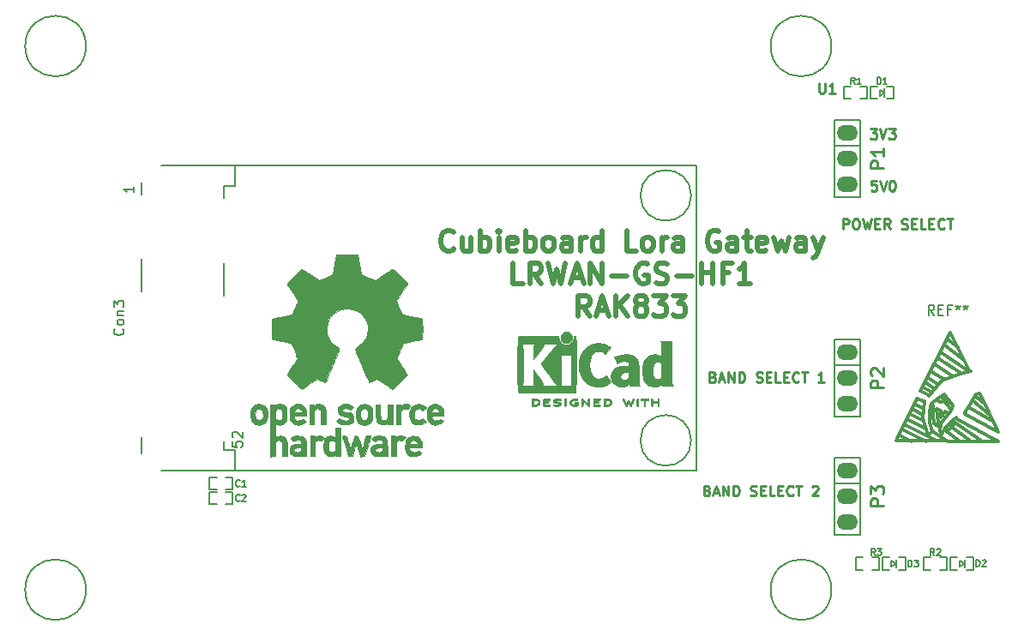
<source format=gbr>
%TF.GenerationSoftware,KiCad,Pcbnew,5.99.0-unknown-92c4596252~129~ubuntu20.04.1*%
%TF.CreationDate,2021-06-09T22:53:09+02:00*%
%TF.ProjectId,cubieboard-lora-gateway-lrwan-gs_hf1,63756269-6562-46f6-9172-642d6c6f7261,V1.0*%
%TF.SameCoordinates,Original*%
%TF.FileFunction,Legend,Top*%
%TF.FilePolarity,Positive*%
%FSLAX46Y46*%
G04 Gerber Fmt 4.6, Leading zero omitted, Abs format (unit mm)*
G04 Created by KiCad (PCBNEW 5.99.0-unknown-92c4596252~129~ubuntu20.04.1) date 2021-06-09 22:53:09*
%MOMM*%
%LPD*%
G01*
G04 APERTURE LIST*
%ADD10C,0.250000*%
%ADD11C,0.500000*%
%ADD12C,0.127000*%
%ADD13C,0.254000*%
%ADD14C,0.150000*%
%ADD15C,0.203200*%
%ADD16C,0.010000*%
%ADD17C,0.304800*%
%ADD18O,2.100000X1.524000*%
G04 APERTURE END LIST*
D10*
X178412857Y-90692380D02*
X178412857Y-89692380D01*
X178793809Y-89692380D01*
X178889047Y-89740000D01*
X178936666Y-89787619D01*
X178984285Y-89882857D01*
X178984285Y-90025714D01*
X178936666Y-90120952D01*
X178889047Y-90168571D01*
X178793809Y-90216190D01*
X178412857Y-90216190D01*
X179603333Y-89692380D02*
X179793809Y-89692380D01*
X179889047Y-89740000D01*
X179984285Y-89835238D01*
X180031904Y-90025714D01*
X180031904Y-90359047D01*
X179984285Y-90549523D01*
X179889047Y-90644761D01*
X179793809Y-90692380D01*
X179603333Y-90692380D01*
X179508095Y-90644761D01*
X179412857Y-90549523D01*
X179365238Y-90359047D01*
X179365238Y-90025714D01*
X179412857Y-89835238D01*
X179508095Y-89740000D01*
X179603333Y-89692380D01*
X180365238Y-89692380D02*
X180603333Y-90692380D01*
X180793809Y-89978095D01*
X180984285Y-90692380D01*
X181222380Y-89692380D01*
X181603333Y-90168571D02*
X181936666Y-90168571D01*
X182079523Y-90692380D02*
X181603333Y-90692380D01*
X181603333Y-89692380D01*
X182079523Y-89692380D01*
X183079523Y-90692380D02*
X182746190Y-90216190D01*
X182508095Y-90692380D02*
X182508095Y-89692380D01*
X182889047Y-89692380D01*
X182984285Y-89740000D01*
X183031904Y-89787619D01*
X183079523Y-89882857D01*
X183079523Y-90025714D01*
X183031904Y-90120952D01*
X182984285Y-90168571D01*
X182889047Y-90216190D01*
X182508095Y-90216190D01*
X184222380Y-90644761D02*
X184365238Y-90692380D01*
X184603333Y-90692380D01*
X184698571Y-90644761D01*
X184746190Y-90597142D01*
X184793809Y-90501904D01*
X184793809Y-90406666D01*
X184746190Y-90311428D01*
X184698571Y-90263809D01*
X184603333Y-90216190D01*
X184412857Y-90168571D01*
X184317619Y-90120952D01*
X184270000Y-90073333D01*
X184222380Y-89978095D01*
X184222380Y-89882857D01*
X184270000Y-89787619D01*
X184317619Y-89740000D01*
X184412857Y-89692380D01*
X184650952Y-89692380D01*
X184793809Y-89740000D01*
X185222380Y-90168571D02*
X185555714Y-90168571D01*
X185698571Y-90692380D02*
X185222380Y-90692380D01*
X185222380Y-89692380D01*
X185698571Y-89692380D01*
X186603333Y-90692380D02*
X186127142Y-90692380D01*
X186127142Y-89692380D01*
X186936666Y-90168571D02*
X187270000Y-90168571D01*
X187412857Y-90692380D02*
X186936666Y-90692380D01*
X186936666Y-89692380D01*
X187412857Y-89692380D01*
X188412857Y-90597142D02*
X188365238Y-90644761D01*
X188222380Y-90692380D01*
X188127142Y-90692380D01*
X187984285Y-90644761D01*
X187889047Y-90549523D01*
X187841428Y-90454285D01*
X187793809Y-90263809D01*
X187793809Y-90120952D01*
X187841428Y-89930476D01*
X187889047Y-89835238D01*
X187984285Y-89740000D01*
X188127142Y-89692380D01*
X188222380Y-89692380D01*
X188365238Y-89740000D01*
X188412857Y-89787619D01*
X188698571Y-89692380D02*
X189270000Y-89692380D01*
X188984285Y-90692380D02*
X188984285Y-89692380D01*
D11*
X139968571Y-92674285D02*
X139873333Y-92769523D01*
X139587619Y-92864761D01*
X139397142Y-92864761D01*
X139111428Y-92769523D01*
X138920952Y-92579047D01*
X138825714Y-92388571D01*
X138730476Y-92007619D01*
X138730476Y-91721904D01*
X138825714Y-91340952D01*
X138920952Y-91150476D01*
X139111428Y-90960000D01*
X139397142Y-90864761D01*
X139587619Y-90864761D01*
X139873333Y-90960000D01*
X139968571Y-91055238D01*
X141682857Y-91531428D02*
X141682857Y-92864761D01*
X140825714Y-91531428D02*
X140825714Y-92579047D01*
X140920952Y-92769523D01*
X141111428Y-92864761D01*
X141397142Y-92864761D01*
X141587619Y-92769523D01*
X141682857Y-92674285D01*
X142635238Y-92864761D02*
X142635238Y-90864761D01*
X142635238Y-91626666D02*
X142825714Y-91531428D01*
X143206666Y-91531428D01*
X143397142Y-91626666D01*
X143492380Y-91721904D01*
X143587619Y-91912380D01*
X143587619Y-92483809D01*
X143492380Y-92674285D01*
X143397142Y-92769523D01*
X143206666Y-92864761D01*
X142825714Y-92864761D01*
X142635238Y-92769523D01*
X144444761Y-92864761D02*
X144444761Y-91531428D01*
X144444761Y-90864761D02*
X144349523Y-90960000D01*
X144444761Y-91055238D01*
X144540000Y-90960000D01*
X144444761Y-90864761D01*
X144444761Y-91055238D01*
X146159047Y-92769523D02*
X145968571Y-92864761D01*
X145587619Y-92864761D01*
X145397142Y-92769523D01*
X145301904Y-92579047D01*
X145301904Y-91817142D01*
X145397142Y-91626666D01*
X145587619Y-91531428D01*
X145968571Y-91531428D01*
X146159047Y-91626666D01*
X146254285Y-91817142D01*
X146254285Y-92007619D01*
X145301904Y-92198095D01*
X147111428Y-92864761D02*
X147111428Y-90864761D01*
X147111428Y-91626666D02*
X147301904Y-91531428D01*
X147682857Y-91531428D01*
X147873333Y-91626666D01*
X147968571Y-91721904D01*
X148063809Y-91912380D01*
X148063809Y-92483809D01*
X147968571Y-92674285D01*
X147873333Y-92769523D01*
X147682857Y-92864761D01*
X147301904Y-92864761D01*
X147111428Y-92769523D01*
X149206666Y-92864761D02*
X149016190Y-92769523D01*
X148920952Y-92674285D01*
X148825714Y-92483809D01*
X148825714Y-91912380D01*
X148920952Y-91721904D01*
X149016190Y-91626666D01*
X149206666Y-91531428D01*
X149492380Y-91531428D01*
X149682857Y-91626666D01*
X149778095Y-91721904D01*
X149873333Y-91912380D01*
X149873333Y-92483809D01*
X149778095Y-92674285D01*
X149682857Y-92769523D01*
X149492380Y-92864761D01*
X149206666Y-92864761D01*
X151587619Y-92864761D02*
X151587619Y-91817142D01*
X151492380Y-91626666D01*
X151301904Y-91531428D01*
X150920952Y-91531428D01*
X150730476Y-91626666D01*
X151587619Y-92769523D02*
X151397142Y-92864761D01*
X150920952Y-92864761D01*
X150730476Y-92769523D01*
X150635238Y-92579047D01*
X150635238Y-92388571D01*
X150730476Y-92198095D01*
X150920952Y-92102857D01*
X151397142Y-92102857D01*
X151587619Y-92007619D01*
X152540000Y-92864761D02*
X152540000Y-91531428D01*
X152540000Y-91912380D02*
X152635238Y-91721904D01*
X152730476Y-91626666D01*
X152920952Y-91531428D01*
X153111428Y-91531428D01*
X154635238Y-92864761D02*
X154635238Y-90864761D01*
X154635238Y-92769523D02*
X154444761Y-92864761D01*
X154063809Y-92864761D01*
X153873333Y-92769523D01*
X153778095Y-92674285D01*
X153682857Y-92483809D01*
X153682857Y-91912380D01*
X153778095Y-91721904D01*
X153873333Y-91626666D01*
X154063809Y-91531428D01*
X154444761Y-91531428D01*
X154635238Y-91626666D01*
X158063809Y-92864761D02*
X157111428Y-92864761D01*
X157111428Y-90864761D01*
X159016190Y-92864761D02*
X158825714Y-92769523D01*
X158730476Y-92674285D01*
X158635238Y-92483809D01*
X158635238Y-91912380D01*
X158730476Y-91721904D01*
X158825714Y-91626666D01*
X159016190Y-91531428D01*
X159301904Y-91531428D01*
X159492380Y-91626666D01*
X159587619Y-91721904D01*
X159682857Y-91912380D01*
X159682857Y-92483809D01*
X159587619Y-92674285D01*
X159492380Y-92769523D01*
X159301904Y-92864761D01*
X159016190Y-92864761D01*
X160540000Y-92864761D02*
X160540000Y-91531428D01*
X160540000Y-91912380D02*
X160635238Y-91721904D01*
X160730476Y-91626666D01*
X160920952Y-91531428D01*
X161111428Y-91531428D01*
X162635238Y-92864761D02*
X162635238Y-91817142D01*
X162540000Y-91626666D01*
X162349523Y-91531428D01*
X161968571Y-91531428D01*
X161778095Y-91626666D01*
X162635238Y-92769523D02*
X162444761Y-92864761D01*
X161968571Y-92864761D01*
X161778095Y-92769523D01*
X161682857Y-92579047D01*
X161682857Y-92388571D01*
X161778095Y-92198095D01*
X161968571Y-92102857D01*
X162444761Y-92102857D01*
X162635238Y-92007619D01*
X166159047Y-90960000D02*
X165968571Y-90864761D01*
X165682857Y-90864761D01*
X165397142Y-90960000D01*
X165206666Y-91150476D01*
X165111428Y-91340952D01*
X165016190Y-91721904D01*
X165016190Y-92007619D01*
X165111428Y-92388571D01*
X165206666Y-92579047D01*
X165397142Y-92769523D01*
X165682857Y-92864761D01*
X165873333Y-92864761D01*
X166159047Y-92769523D01*
X166254285Y-92674285D01*
X166254285Y-92007619D01*
X165873333Y-92007619D01*
X167968571Y-92864761D02*
X167968571Y-91817142D01*
X167873333Y-91626666D01*
X167682857Y-91531428D01*
X167301904Y-91531428D01*
X167111428Y-91626666D01*
X167968571Y-92769523D02*
X167778095Y-92864761D01*
X167301904Y-92864761D01*
X167111428Y-92769523D01*
X167016190Y-92579047D01*
X167016190Y-92388571D01*
X167111428Y-92198095D01*
X167301904Y-92102857D01*
X167778095Y-92102857D01*
X167968571Y-92007619D01*
X168635238Y-91531428D02*
X169397142Y-91531428D01*
X168920952Y-90864761D02*
X168920952Y-92579047D01*
X169016190Y-92769523D01*
X169206666Y-92864761D01*
X169397142Y-92864761D01*
X170825714Y-92769523D02*
X170635238Y-92864761D01*
X170254285Y-92864761D01*
X170063809Y-92769523D01*
X169968571Y-92579047D01*
X169968571Y-91817142D01*
X170063809Y-91626666D01*
X170254285Y-91531428D01*
X170635238Y-91531428D01*
X170825714Y-91626666D01*
X170920952Y-91817142D01*
X170920952Y-92007619D01*
X169968571Y-92198095D01*
X171587619Y-91531428D02*
X171968571Y-92864761D01*
X172349523Y-91912380D01*
X172730476Y-92864761D01*
X173111428Y-91531428D01*
X174730476Y-92864761D02*
X174730476Y-91817142D01*
X174635238Y-91626666D01*
X174444761Y-91531428D01*
X174063809Y-91531428D01*
X173873333Y-91626666D01*
X174730476Y-92769523D02*
X174540000Y-92864761D01*
X174063809Y-92864761D01*
X173873333Y-92769523D01*
X173778095Y-92579047D01*
X173778095Y-92388571D01*
X173873333Y-92198095D01*
X174063809Y-92102857D01*
X174540000Y-92102857D01*
X174730476Y-92007619D01*
X175492380Y-91531428D02*
X175968571Y-92864761D01*
X176444761Y-91531428D02*
X175968571Y-92864761D01*
X175778095Y-93340952D01*
X175682857Y-93436190D01*
X175492380Y-93531428D01*
X146825714Y-96084761D02*
X145873333Y-96084761D01*
X145873333Y-94084761D01*
X148635238Y-96084761D02*
X147968571Y-95132380D01*
X147492380Y-96084761D02*
X147492380Y-94084761D01*
X148254285Y-94084761D01*
X148444761Y-94180000D01*
X148540000Y-94275238D01*
X148635238Y-94465714D01*
X148635238Y-94751428D01*
X148540000Y-94941904D01*
X148444761Y-95037142D01*
X148254285Y-95132380D01*
X147492380Y-95132380D01*
X149301904Y-94084761D02*
X149778095Y-96084761D01*
X150159047Y-94656190D01*
X150540000Y-96084761D01*
X151016190Y-94084761D01*
X151682857Y-95513333D02*
X152635238Y-95513333D01*
X151492380Y-96084761D02*
X152159047Y-94084761D01*
X152825714Y-96084761D01*
X153492380Y-96084761D02*
X153492380Y-94084761D01*
X154635238Y-96084761D01*
X154635238Y-94084761D01*
X155587619Y-95322857D02*
X157111428Y-95322857D01*
X159111428Y-94180000D02*
X158920952Y-94084761D01*
X158635238Y-94084761D01*
X158349523Y-94180000D01*
X158159047Y-94370476D01*
X158063809Y-94560952D01*
X157968571Y-94941904D01*
X157968571Y-95227619D01*
X158063809Y-95608571D01*
X158159047Y-95799047D01*
X158349523Y-95989523D01*
X158635238Y-96084761D01*
X158825714Y-96084761D01*
X159111428Y-95989523D01*
X159206666Y-95894285D01*
X159206666Y-95227619D01*
X158825714Y-95227619D01*
X159968571Y-95989523D02*
X160254285Y-96084761D01*
X160730476Y-96084761D01*
X160920952Y-95989523D01*
X161016190Y-95894285D01*
X161111428Y-95703809D01*
X161111428Y-95513333D01*
X161016190Y-95322857D01*
X160920952Y-95227619D01*
X160730476Y-95132380D01*
X160349523Y-95037142D01*
X160159047Y-94941904D01*
X160063809Y-94846666D01*
X159968571Y-94656190D01*
X159968571Y-94465714D01*
X160063809Y-94275238D01*
X160159047Y-94180000D01*
X160349523Y-94084761D01*
X160825714Y-94084761D01*
X161111428Y-94180000D01*
X161968571Y-95322857D02*
X163492380Y-95322857D01*
X164444761Y-96084761D02*
X164444761Y-94084761D01*
X164444761Y-95037142D02*
X165587619Y-95037142D01*
X165587619Y-96084761D02*
X165587619Y-94084761D01*
X167206666Y-95037142D02*
X166540000Y-95037142D01*
X166540000Y-96084761D02*
X166540000Y-94084761D01*
X167492380Y-94084761D01*
X169301904Y-96084761D02*
X168159047Y-96084761D01*
X168730476Y-96084761D02*
X168730476Y-94084761D01*
X168540000Y-94370476D01*
X168349523Y-94560952D01*
X168159047Y-94656190D01*
X153444761Y-99304761D02*
X152778095Y-98352380D01*
X152301904Y-99304761D02*
X152301904Y-97304761D01*
X153063809Y-97304761D01*
X153254285Y-97400000D01*
X153349523Y-97495238D01*
X153444761Y-97685714D01*
X153444761Y-97971428D01*
X153349523Y-98161904D01*
X153254285Y-98257142D01*
X153063809Y-98352380D01*
X152301904Y-98352380D01*
X154206666Y-98733333D02*
X155159047Y-98733333D01*
X154016190Y-99304761D02*
X154682857Y-97304761D01*
X155349523Y-99304761D01*
X156016190Y-99304761D02*
X156016190Y-97304761D01*
X157159047Y-99304761D02*
X156301904Y-98161904D01*
X157159047Y-97304761D02*
X156016190Y-98447619D01*
X158301904Y-98161904D02*
X158111428Y-98066666D01*
X158016190Y-97971428D01*
X157920952Y-97780952D01*
X157920952Y-97685714D01*
X158016190Y-97495238D01*
X158111428Y-97400000D01*
X158301904Y-97304761D01*
X158682857Y-97304761D01*
X158873333Y-97400000D01*
X158968571Y-97495238D01*
X159063809Y-97685714D01*
X159063809Y-97780952D01*
X158968571Y-97971428D01*
X158873333Y-98066666D01*
X158682857Y-98161904D01*
X158301904Y-98161904D01*
X158111428Y-98257142D01*
X158016190Y-98352380D01*
X157920952Y-98542857D01*
X157920952Y-98923809D01*
X158016190Y-99114285D01*
X158111428Y-99209523D01*
X158301904Y-99304761D01*
X158682857Y-99304761D01*
X158873333Y-99209523D01*
X158968571Y-99114285D01*
X159063809Y-98923809D01*
X159063809Y-98542857D01*
X158968571Y-98352380D01*
X158873333Y-98257142D01*
X158682857Y-98161904D01*
X159730476Y-97304761D02*
X160968571Y-97304761D01*
X160301904Y-98066666D01*
X160587619Y-98066666D01*
X160778095Y-98161904D01*
X160873333Y-98257142D01*
X160968571Y-98447619D01*
X160968571Y-98923809D01*
X160873333Y-99114285D01*
X160778095Y-99209523D01*
X160587619Y-99304761D01*
X160016190Y-99304761D01*
X159825714Y-99209523D01*
X159730476Y-99114285D01*
X161635238Y-97304761D02*
X162873333Y-97304761D01*
X162206666Y-98066666D01*
X162492380Y-98066666D01*
X162682857Y-98161904D01*
X162778095Y-98257142D01*
X162873333Y-98447619D01*
X162873333Y-98923809D01*
X162778095Y-99114285D01*
X162682857Y-99209523D01*
X162492380Y-99304761D01*
X161920952Y-99304761D01*
X161730476Y-99209523D01*
X161635238Y-99114285D01*
D10*
X181131904Y-80812380D02*
X181750952Y-80812380D01*
X181417619Y-81193333D01*
X181560476Y-81193333D01*
X181655714Y-81240952D01*
X181703333Y-81288571D01*
X181750952Y-81383809D01*
X181750952Y-81621904D01*
X181703333Y-81717142D01*
X181655714Y-81764761D01*
X181560476Y-81812380D01*
X181274761Y-81812380D01*
X181179523Y-81764761D01*
X181131904Y-81717142D01*
X182036666Y-80812380D02*
X182370000Y-81812380D01*
X182703333Y-80812380D01*
X182941428Y-80812380D02*
X183560476Y-80812380D01*
X183227142Y-81193333D01*
X183370000Y-81193333D01*
X183465238Y-81240952D01*
X183512857Y-81288571D01*
X183560476Y-81383809D01*
X183560476Y-81621904D01*
X183512857Y-81717142D01*
X183465238Y-81764761D01*
X183370000Y-81812380D01*
X183084285Y-81812380D01*
X182989047Y-81764761D01*
X182941428Y-81717142D01*
X165594285Y-105298571D02*
X165737142Y-105346190D01*
X165784761Y-105393809D01*
X165832380Y-105489047D01*
X165832380Y-105631904D01*
X165784761Y-105727142D01*
X165737142Y-105774761D01*
X165641904Y-105822380D01*
X165260952Y-105822380D01*
X165260952Y-104822380D01*
X165594285Y-104822380D01*
X165689523Y-104870000D01*
X165737142Y-104917619D01*
X165784761Y-105012857D01*
X165784761Y-105108095D01*
X165737142Y-105203333D01*
X165689523Y-105250952D01*
X165594285Y-105298571D01*
X165260952Y-105298571D01*
X166213333Y-105536666D02*
X166689523Y-105536666D01*
X166118095Y-105822380D02*
X166451428Y-104822380D01*
X166784761Y-105822380D01*
X167118095Y-105822380D02*
X167118095Y-104822380D01*
X167689523Y-105822380D01*
X167689523Y-104822380D01*
X168165714Y-105822380D02*
X168165714Y-104822380D01*
X168403809Y-104822380D01*
X168546666Y-104870000D01*
X168641904Y-104965238D01*
X168689523Y-105060476D01*
X168737142Y-105250952D01*
X168737142Y-105393809D01*
X168689523Y-105584285D01*
X168641904Y-105679523D01*
X168546666Y-105774761D01*
X168403809Y-105822380D01*
X168165714Y-105822380D01*
X169880000Y-105774761D02*
X170022857Y-105822380D01*
X170260952Y-105822380D01*
X170356190Y-105774761D01*
X170403809Y-105727142D01*
X170451428Y-105631904D01*
X170451428Y-105536666D01*
X170403809Y-105441428D01*
X170356190Y-105393809D01*
X170260952Y-105346190D01*
X170070476Y-105298571D01*
X169975238Y-105250952D01*
X169927619Y-105203333D01*
X169880000Y-105108095D01*
X169880000Y-105012857D01*
X169927619Y-104917619D01*
X169975238Y-104870000D01*
X170070476Y-104822380D01*
X170308571Y-104822380D01*
X170451428Y-104870000D01*
X170880000Y-105298571D02*
X171213333Y-105298571D01*
X171356190Y-105822380D02*
X170880000Y-105822380D01*
X170880000Y-104822380D01*
X171356190Y-104822380D01*
X172260952Y-105822380D02*
X171784761Y-105822380D01*
X171784761Y-104822380D01*
X172594285Y-105298571D02*
X172927619Y-105298571D01*
X173070476Y-105822380D02*
X172594285Y-105822380D01*
X172594285Y-104822380D01*
X173070476Y-104822380D01*
X174070476Y-105727142D02*
X174022857Y-105774761D01*
X173880000Y-105822380D01*
X173784761Y-105822380D01*
X173641904Y-105774761D01*
X173546666Y-105679523D01*
X173499047Y-105584285D01*
X173451428Y-105393809D01*
X173451428Y-105250952D01*
X173499047Y-105060476D01*
X173546666Y-104965238D01*
X173641904Y-104870000D01*
X173784761Y-104822380D01*
X173880000Y-104822380D01*
X174022857Y-104870000D01*
X174070476Y-104917619D01*
X174356190Y-104822380D02*
X174927619Y-104822380D01*
X174641904Y-105822380D02*
X174641904Y-104822380D01*
X176546666Y-105822380D02*
X175975238Y-105822380D01*
X176260952Y-105822380D02*
X176260952Y-104822380D01*
X176165714Y-104965238D01*
X176070476Y-105060476D01*
X175975238Y-105108095D01*
X165024285Y-116528571D02*
X165167142Y-116576190D01*
X165214761Y-116623809D01*
X165262380Y-116719047D01*
X165262380Y-116861904D01*
X165214761Y-116957142D01*
X165167142Y-117004761D01*
X165071904Y-117052380D01*
X164690952Y-117052380D01*
X164690952Y-116052380D01*
X165024285Y-116052380D01*
X165119523Y-116100000D01*
X165167142Y-116147619D01*
X165214761Y-116242857D01*
X165214761Y-116338095D01*
X165167142Y-116433333D01*
X165119523Y-116480952D01*
X165024285Y-116528571D01*
X164690952Y-116528571D01*
X165643333Y-116766666D02*
X166119523Y-116766666D01*
X165548095Y-117052380D02*
X165881428Y-116052380D01*
X166214761Y-117052380D01*
X166548095Y-117052380D02*
X166548095Y-116052380D01*
X167119523Y-117052380D01*
X167119523Y-116052380D01*
X167595714Y-117052380D02*
X167595714Y-116052380D01*
X167833809Y-116052380D01*
X167976666Y-116100000D01*
X168071904Y-116195238D01*
X168119523Y-116290476D01*
X168167142Y-116480952D01*
X168167142Y-116623809D01*
X168119523Y-116814285D01*
X168071904Y-116909523D01*
X167976666Y-117004761D01*
X167833809Y-117052380D01*
X167595714Y-117052380D01*
X169310000Y-117004761D02*
X169452857Y-117052380D01*
X169690952Y-117052380D01*
X169786190Y-117004761D01*
X169833809Y-116957142D01*
X169881428Y-116861904D01*
X169881428Y-116766666D01*
X169833809Y-116671428D01*
X169786190Y-116623809D01*
X169690952Y-116576190D01*
X169500476Y-116528571D01*
X169405238Y-116480952D01*
X169357619Y-116433333D01*
X169310000Y-116338095D01*
X169310000Y-116242857D01*
X169357619Y-116147619D01*
X169405238Y-116100000D01*
X169500476Y-116052380D01*
X169738571Y-116052380D01*
X169881428Y-116100000D01*
X170310000Y-116528571D02*
X170643333Y-116528571D01*
X170786190Y-117052380D02*
X170310000Y-117052380D01*
X170310000Y-116052380D01*
X170786190Y-116052380D01*
X171690952Y-117052380D02*
X171214761Y-117052380D01*
X171214761Y-116052380D01*
X172024285Y-116528571D02*
X172357619Y-116528571D01*
X172500476Y-117052380D02*
X172024285Y-117052380D01*
X172024285Y-116052380D01*
X172500476Y-116052380D01*
X173500476Y-116957142D02*
X173452857Y-117004761D01*
X173310000Y-117052380D01*
X173214761Y-117052380D01*
X173071904Y-117004761D01*
X172976666Y-116909523D01*
X172929047Y-116814285D01*
X172881428Y-116623809D01*
X172881428Y-116480952D01*
X172929047Y-116290476D01*
X172976666Y-116195238D01*
X173071904Y-116100000D01*
X173214761Y-116052380D01*
X173310000Y-116052380D01*
X173452857Y-116100000D01*
X173500476Y-116147619D01*
X173786190Y-116052380D02*
X174357619Y-116052380D01*
X174071904Y-117052380D02*
X174071904Y-116052380D01*
X175405238Y-116147619D02*
X175452857Y-116100000D01*
X175548095Y-116052380D01*
X175786190Y-116052380D01*
X175881428Y-116100000D01*
X175929047Y-116147619D01*
X175976666Y-116242857D01*
X175976666Y-116338095D01*
X175929047Y-116480952D01*
X175357619Y-117052380D01*
X175976666Y-117052380D01*
X181713333Y-85932380D02*
X181237142Y-85932380D01*
X181189523Y-86408571D01*
X181237142Y-86360952D01*
X181332380Y-86313333D01*
X181570476Y-86313333D01*
X181665714Y-86360952D01*
X181713333Y-86408571D01*
X181760952Y-86503809D01*
X181760952Y-86741904D01*
X181713333Y-86837142D01*
X181665714Y-86884761D01*
X181570476Y-86932380D01*
X181332380Y-86932380D01*
X181237142Y-86884761D01*
X181189523Y-86837142D01*
X182046666Y-85932380D02*
X182380000Y-86932380D01*
X182713333Y-85932380D01*
X183237142Y-85932380D02*
X183332380Y-85932380D01*
X183427619Y-85980000D01*
X183475238Y-86027619D01*
X183522857Y-86122857D01*
X183570476Y-86313333D01*
X183570476Y-86551428D01*
X183522857Y-86741904D01*
X183475238Y-86837142D01*
X183427619Y-86884761D01*
X183332380Y-86932380D01*
X183237142Y-86932380D01*
X183141904Y-86884761D01*
X183094285Y-86837142D01*
X183046666Y-86741904D01*
X182999047Y-86551428D01*
X182999047Y-86313333D01*
X183046666Y-86122857D01*
X183094285Y-86027619D01*
X183141904Y-85980000D01*
X183237142Y-85932380D01*
D12*
%TO.C,R1*%
X179584166Y-76377261D02*
X179372500Y-76074880D01*
X179221309Y-76377261D02*
X179221309Y-75742261D01*
X179463214Y-75742261D01*
X179523690Y-75772500D01*
X179553928Y-75802738D01*
X179584166Y-75863214D01*
X179584166Y-75953928D01*
X179553928Y-76014404D01*
X179523690Y-76044642D01*
X179463214Y-76074880D01*
X179221309Y-76074880D01*
X180188928Y-76377261D02*
X179826071Y-76377261D01*
X180007500Y-76377261D02*
X180007500Y-75742261D01*
X179947023Y-75832976D01*
X179886547Y-75893452D01*
X179826071Y-75923690D01*
D13*
%TO.C,P1*%
X182454523Y-84657380D02*
X181184523Y-84657380D01*
X181184523Y-84173571D01*
X181245000Y-84052619D01*
X181305476Y-83992142D01*
X181426428Y-83931666D01*
X181607857Y-83931666D01*
X181728809Y-83992142D01*
X181789285Y-84052619D01*
X181849761Y-84173571D01*
X181849761Y-84657380D01*
X182454523Y-82722142D02*
X182454523Y-83447857D01*
X182454523Y-83085000D02*
X181184523Y-83085000D01*
X181365952Y-83205952D01*
X181486904Y-83326904D01*
X181547380Y-83447857D01*
D10*
%TO.C,U1*%
X176058095Y-76282380D02*
X176058095Y-77091904D01*
X176105714Y-77187142D01*
X176153333Y-77234761D01*
X176248571Y-77282380D01*
X176439047Y-77282380D01*
X176534285Y-77234761D01*
X176581904Y-77187142D01*
X176629523Y-77091904D01*
X176629523Y-76282380D01*
X177629523Y-77282380D02*
X177058095Y-77282380D01*
X177343809Y-77282380D02*
X177343809Y-76282380D01*
X177248571Y-76425238D01*
X177153333Y-76520476D01*
X177058095Y-76568095D01*
D12*
%TO.C,D2*%
X191591309Y-124017261D02*
X191591309Y-123382261D01*
X191742500Y-123382261D01*
X191833214Y-123412500D01*
X191893690Y-123472976D01*
X191923928Y-123533452D01*
X191954166Y-123654404D01*
X191954166Y-123745119D01*
X191923928Y-123866071D01*
X191893690Y-123926547D01*
X191833214Y-123987023D01*
X191742500Y-124017261D01*
X191591309Y-124017261D01*
X192196071Y-123442738D02*
X192226309Y-123412500D01*
X192286785Y-123382261D01*
X192437976Y-123382261D01*
X192498452Y-123412500D01*
X192528690Y-123442738D01*
X192558928Y-123503214D01*
X192558928Y-123563690D01*
X192528690Y-123654404D01*
X192165833Y-124017261D01*
X192558928Y-124017261D01*
D13*
%TO.C,P2*%
X182454523Y-106377380D02*
X181184523Y-106377380D01*
X181184523Y-105893571D01*
X181245000Y-105772619D01*
X181305476Y-105712142D01*
X181426428Y-105651666D01*
X181607857Y-105651666D01*
X181728809Y-105712142D01*
X181789285Y-105772619D01*
X181849761Y-105893571D01*
X181849761Y-106377380D01*
X181305476Y-105167857D02*
X181245000Y-105107380D01*
X181184523Y-104986428D01*
X181184523Y-104684047D01*
X181245000Y-104563095D01*
X181305476Y-104502619D01*
X181426428Y-104442142D01*
X181547380Y-104442142D01*
X181728809Y-104502619D01*
X182454523Y-105228333D01*
X182454523Y-104442142D01*
D12*
%TO.C,C2*%
X118874166Y-117516785D02*
X118843928Y-117547023D01*
X118753214Y-117577261D01*
X118692738Y-117577261D01*
X118602023Y-117547023D01*
X118541547Y-117486547D01*
X118511309Y-117426071D01*
X118481071Y-117305119D01*
X118481071Y-117214404D01*
X118511309Y-117093452D01*
X118541547Y-117032976D01*
X118602023Y-116972500D01*
X118692738Y-116942261D01*
X118753214Y-116942261D01*
X118843928Y-116972500D01*
X118874166Y-117002738D01*
X119116071Y-117002738D02*
X119146309Y-116972500D01*
X119206785Y-116942261D01*
X119357976Y-116942261D01*
X119418452Y-116972500D01*
X119448690Y-117002738D01*
X119478928Y-117063214D01*
X119478928Y-117123690D01*
X119448690Y-117214404D01*
X119085833Y-117577261D01*
X119478928Y-117577261D01*
%TO.C,D1*%
X181821309Y-76367261D02*
X181821309Y-75732261D01*
X181972500Y-75732261D01*
X182063214Y-75762500D01*
X182123690Y-75822976D01*
X182153928Y-75883452D01*
X182184166Y-76004404D01*
X182184166Y-76095119D01*
X182153928Y-76216071D01*
X182123690Y-76276547D01*
X182063214Y-76337023D01*
X181972500Y-76367261D01*
X181821309Y-76367261D01*
X182788928Y-76367261D02*
X182426071Y-76367261D01*
X182607500Y-76367261D02*
X182607500Y-75732261D01*
X182547023Y-75822976D01*
X182486547Y-75883452D01*
X182426071Y-75913690D01*
%TO.C,R3*%
X181614166Y-122917261D02*
X181402500Y-122614880D01*
X181251309Y-122917261D02*
X181251309Y-122282261D01*
X181493214Y-122282261D01*
X181553690Y-122312500D01*
X181583928Y-122342738D01*
X181614166Y-122403214D01*
X181614166Y-122493928D01*
X181583928Y-122554404D01*
X181553690Y-122584642D01*
X181493214Y-122614880D01*
X181251309Y-122614880D01*
X181825833Y-122282261D02*
X182218928Y-122282261D01*
X182007261Y-122524166D01*
X182097976Y-122524166D01*
X182158452Y-122554404D01*
X182188690Y-122584642D01*
X182218928Y-122645119D01*
X182218928Y-122796309D01*
X182188690Y-122856785D01*
X182158452Y-122887023D01*
X182097976Y-122917261D01*
X181916547Y-122917261D01*
X181856071Y-122887023D01*
X181825833Y-122856785D01*
%TO.C,R2*%
X187444166Y-122927261D02*
X187232500Y-122624880D01*
X187081309Y-122927261D02*
X187081309Y-122292261D01*
X187323214Y-122292261D01*
X187383690Y-122322500D01*
X187413928Y-122352738D01*
X187444166Y-122413214D01*
X187444166Y-122503928D01*
X187413928Y-122564404D01*
X187383690Y-122594642D01*
X187323214Y-122624880D01*
X187081309Y-122624880D01*
X187686071Y-122352738D02*
X187716309Y-122322500D01*
X187776785Y-122292261D01*
X187927976Y-122292261D01*
X187988452Y-122322500D01*
X188018690Y-122352738D01*
X188048928Y-122413214D01*
X188048928Y-122473690D01*
X188018690Y-122564404D01*
X187655833Y-122927261D01*
X188048928Y-122927261D01*
%TO.C,D3*%
X184881309Y-124047261D02*
X184881309Y-123412261D01*
X185032500Y-123412261D01*
X185123214Y-123442500D01*
X185183690Y-123502976D01*
X185213928Y-123563452D01*
X185244166Y-123684404D01*
X185244166Y-123775119D01*
X185213928Y-123896071D01*
X185183690Y-123956547D01*
X185123214Y-124017023D01*
X185032500Y-124047261D01*
X184881309Y-124047261D01*
X185455833Y-123412261D02*
X185848928Y-123412261D01*
X185637261Y-123654166D01*
X185727976Y-123654166D01*
X185788452Y-123684404D01*
X185818690Y-123714642D01*
X185848928Y-123775119D01*
X185848928Y-123926309D01*
X185818690Y-123986785D01*
X185788452Y-124017023D01*
X185727976Y-124047261D01*
X185546547Y-124047261D01*
X185486071Y-124017023D01*
X185455833Y-123986785D01*
D14*
%TO.C,REF\u002A\u002A*%
X187435866Y-99201980D02*
X187102533Y-98725790D01*
X186864438Y-99201980D02*
X186864438Y-98201980D01*
X187245390Y-98201980D01*
X187340628Y-98249600D01*
X187388247Y-98297219D01*
X187435866Y-98392457D01*
X187435866Y-98535314D01*
X187388247Y-98630552D01*
X187340628Y-98678171D01*
X187245390Y-98725790D01*
X186864438Y-98725790D01*
X187864438Y-98678171D02*
X188197771Y-98678171D01*
X188340628Y-99201980D02*
X187864438Y-99201980D01*
X187864438Y-98201980D01*
X188340628Y-98201980D01*
X189102533Y-98678171D02*
X188769200Y-98678171D01*
X188769200Y-99201980D02*
X188769200Y-98201980D01*
X189245390Y-98201980D01*
X189769200Y-98201980D02*
X189769200Y-98440076D01*
X189531104Y-98344838D02*
X189769200Y-98440076D01*
X190007295Y-98344838D01*
X189626342Y-98630552D02*
X189769200Y-98440076D01*
X189912057Y-98630552D01*
X190531104Y-98201980D02*
X190531104Y-98440076D01*
X190293009Y-98344838D02*
X190531104Y-98440076D01*
X190769200Y-98344838D01*
X190388247Y-98630552D02*
X190531104Y-98440076D01*
X190673961Y-98630552D01*
D12*
%TO.C,C1*%
X118874166Y-116076785D02*
X118843928Y-116107023D01*
X118753214Y-116137261D01*
X118692738Y-116137261D01*
X118602023Y-116107023D01*
X118541547Y-116046547D01*
X118511309Y-115986071D01*
X118481071Y-115865119D01*
X118481071Y-115774404D01*
X118511309Y-115653452D01*
X118541547Y-115592976D01*
X118602023Y-115532500D01*
X118692738Y-115502261D01*
X118753214Y-115502261D01*
X118843928Y-115532500D01*
X118874166Y-115562738D01*
X119478928Y-116137261D02*
X119116071Y-116137261D01*
X119297500Y-116137261D02*
X119297500Y-115502261D01*
X119237023Y-115592976D01*
X119176547Y-115653452D01*
X119116071Y-115683690D01*
D13*
%TO.C,P3*%
X182454523Y-118007380D02*
X181184523Y-118007380D01*
X181184523Y-117523571D01*
X181245000Y-117402619D01*
X181305476Y-117342142D01*
X181426428Y-117281666D01*
X181607857Y-117281666D01*
X181728809Y-117342142D01*
X181789285Y-117402619D01*
X181849761Y-117523571D01*
X181849761Y-118007380D01*
X181184523Y-116858333D02*
X181184523Y-116072142D01*
X181668333Y-116495476D01*
X181668333Y-116314047D01*
X181728809Y-116193095D01*
X181789285Y-116132619D01*
X181910238Y-116072142D01*
X182212619Y-116072142D01*
X182333571Y-116132619D01*
X182394047Y-116193095D01*
X182454523Y-116314047D01*
X182454523Y-116676904D01*
X182394047Y-116797857D01*
X182333571Y-116858333D01*
D14*
%TO.C,Con3*%
X107339642Y-100551428D02*
X107387261Y-100599047D01*
X107434880Y-100741904D01*
X107434880Y-100837142D01*
X107387261Y-100980000D01*
X107292023Y-101075238D01*
X107196785Y-101122857D01*
X107006309Y-101170476D01*
X106863452Y-101170476D01*
X106672976Y-101122857D01*
X106577738Y-101075238D01*
X106482500Y-100980000D01*
X106434880Y-100837142D01*
X106434880Y-100741904D01*
X106482500Y-100599047D01*
X106530119Y-100551428D01*
X107434880Y-99980000D02*
X107387261Y-100075238D01*
X107339642Y-100122857D01*
X107244404Y-100170476D01*
X106958690Y-100170476D01*
X106863452Y-100122857D01*
X106815833Y-100075238D01*
X106768214Y-99980000D01*
X106768214Y-99837142D01*
X106815833Y-99741904D01*
X106863452Y-99694285D01*
X106958690Y-99646666D01*
X107244404Y-99646666D01*
X107339642Y-99694285D01*
X107387261Y-99741904D01*
X107434880Y-99837142D01*
X107434880Y-99980000D01*
X106768214Y-99218095D02*
X107434880Y-99218095D01*
X106863452Y-99218095D02*
X106815833Y-99170476D01*
X106768214Y-99075238D01*
X106768214Y-98932380D01*
X106815833Y-98837142D01*
X106911071Y-98789523D01*
X107434880Y-98789523D01*
X106434880Y-98408571D02*
X106434880Y-97789523D01*
X106815833Y-98122857D01*
X106815833Y-97980000D01*
X106863452Y-97884761D01*
X106911071Y-97837142D01*
X107006309Y-97789523D01*
X107244404Y-97789523D01*
X107339642Y-97837142D01*
X107387261Y-97884761D01*
X107434880Y-97980000D01*
X107434880Y-98265714D01*
X107387261Y-98360952D01*
X107339642Y-98408571D01*
X108434880Y-86494285D02*
X108434880Y-87065714D01*
X108434880Y-86780000D02*
X107434880Y-86780000D01*
X107577738Y-86875238D01*
X107672976Y-86970476D01*
X107720595Y-87065714D01*
X118134880Y-111718095D02*
X118134880Y-112194285D01*
X118611071Y-112241904D01*
X118563452Y-112194285D01*
X118515833Y-112099047D01*
X118515833Y-111860952D01*
X118563452Y-111765714D01*
X118611071Y-111718095D01*
X118706309Y-111670476D01*
X118944404Y-111670476D01*
X119039642Y-111718095D01*
X119087261Y-111765714D01*
X119134880Y-111860952D01*
X119134880Y-112099047D01*
X119087261Y-112194285D01*
X119039642Y-112241904D01*
X118230119Y-111289523D02*
X118182500Y-111241904D01*
X118134880Y-111146666D01*
X118134880Y-110908571D01*
X118182500Y-110813333D01*
X118230119Y-110765714D01*
X118325357Y-110718095D01*
X118420595Y-110718095D01*
X118563452Y-110765714D01*
X119134880Y-111337142D01*
X119134880Y-110718095D01*
%TO.C,R1*%
X178520000Y-76640000D02*
X178520000Y-77840000D01*
X180820000Y-77840000D02*
X180120000Y-77840000D01*
X180120000Y-76640000D02*
X180820000Y-76640000D01*
X179220000Y-76640000D02*
X178520000Y-76640000D01*
X178520000Y-77840000D02*
X179220000Y-77840000D01*
X180820000Y-76640000D02*
X180820000Y-77840000D01*
%TO.C,MH1*%
X103690000Y-72630000D02*
G75*
G03*
X103690000Y-72630000I-3000000J0D01*
G01*
%TO.C,MH3*%
X103690000Y-126330000D02*
G75*
G03*
X103690000Y-126330000I-3000000J0D01*
G01*
D15*
%TO.C,P1*%
X180150000Y-79910000D02*
X177610000Y-79910000D01*
X177610000Y-87530000D02*
X180150000Y-87530000D01*
X177610000Y-79910000D02*
X177610000Y-87530000D01*
X180150000Y-82450000D02*
X177610000Y-82450000D01*
X180150000Y-87530000D02*
X180150000Y-79910000D01*
D14*
%TO.C,D2*%
X189030000Y-124350000D02*
X189730000Y-124350000D01*
X190430000Y-123350000D02*
X190430000Y-124150000D01*
X190630000Y-123150000D02*
X191330000Y-123150000D01*
X189030000Y-123150000D02*
X189030000Y-124350000D01*
X190430000Y-123750000D02*
X189930000Y-124050000D01*
X191330000Y-123150000D02*
X191330000Y-124350000D01*
X189730000Y-123150000D02*
X189030000Y-123150000D01*
X189930000Y-123450000D02*
X189930000Y-124050000D01*
X189930000Y-123450000D02*
X190430000Y-123750000D01*
X191330000Y-124350000D02*
X190630000Y-124350000D01*
D16*
%TO.C,REF\u002A\u002A*%
X158162836Y-107456917D02*
X158186549Y-107471687D01*
X158186549Y-107471687D02*
X158213200Y-107493267D01*
X158213200Y-107493267D02*
X158213200Y-107814813D01*
X158213200Y-107814813D02*
X158213115Y-107908870D01*
X158213115Y-107908870D02*
X158212751Y-107982972D01*
X158212751Y-107982972D02*
X158211946Y-108039744D01*
X158211946Y-108039744D02*
X158210535Y-108081808D01*
X158210535Y-108081808D02*
X158208355Y-108111788D01*
X158208355Y-108111788D02*
X158205243Y-108132307D01*
X158205243Y-108132307D02*
X158201036Y-108145989D01*
X158201036Y-108145989D02*
X158195570Y-108155456D01*
X158195570Y-108155456D02*
X158191694Y-108160122D01*
X158191694Y-108160122D02*
X158160256Y-108180615D01*
X158160256Y-108180615D02*
X158124455Y-108179779D01*
X158124455Y-108179779D02*
X158093095Y-108162304D01*
X158093095Y-108162304D02*
X158066444Y-108140724D01*
X158066444Y-108140724D02*
X158066444Y-107493267D01*
X158066444Y-107493267D02*
X158093095Y-107471687D01*
X158093095Y-107471687D02*
X158118816Y-107455989D01*
X158118816Y-107455989D02*
X158139822Y-107450107D01*
X158139822Y-107450107D02*
X158162836Y-107456917D01*
X158162836Y-107456917D02*
X158162836Y-107456917D01*
G36*
X158162836Y-107456917D02*
G01*
X158186549Y-107471687D01*
X158213200Y-107493267D01*
X158213200Y-107814813D01*
X158213115Y-107908870D01*
X158212751Y-107982972D01*
X158211946Y-108039744D01*
X158210535Y-108081808D01*
X158208355Y-108111788D01*
X158205243Y-108132307D01*
X158201036Y-108145989D01*
X158195570Y-108155456D01*
X158191694Y-108160122D01*
X158160256Y-108180615D01*
X158124455Y-108179779D01*
X158093095Y-108162304D01*
X158066444Y-108140724D01*
X158066444Y-107493267D01*
X158093095Y-107471687D01*
X158118816Y-107455989D01*
X158139822Y-107450107D01*
X158162836Y-107456917D01*
G37*
X158162836Y-107456917D02*
X158186549Y-107471687D01*
X158213200Y-107493267D01*
X158213200Y-107814813D01*
X158213115Y-107908870D01*
X158212751Y-107982972D01*
X158211946Y-108039744D01*
X158210535Y-108081808D01*
X158208355Y-108111788D01*
X158205243Y-108132307D01*
X158201036Y-108145989D01*
X158195570Y-108155456D01*
X158191694Y-108160122D01*
X158160256Y-108180615D01*
X158124455Y-108179779D01*
X158093095Y-108162304D01*
X158066444Y-108140724D01*
X158066444Y-107493267D01*
X158093095Y-107471687D01*
X158118816Y-107455989D01*
X158139822Y-107450107D01*
X158162836Y-107456917D01*
X158937287Y-107450203D02*
X159015994Y-107450582D01*
X159015994Y-107450582D02*
X159077085Y-107451373D01*
X159077085Y-107451373D02*
X159123039Y-107452710D01*
X159123039Y-107452710D02*
X159156336Y-107454723D01*
X159156336Y-107454723D02*
X159179458Y-107457546D01*
X159179458Y-107457546D02*
X159194884Y-107461309D01*
X159194884Y-107461309D02*
X159205093Y-107466145D01*
X159205093Y-107466145D02*
X159210035Y-107469862D01*
X159210035Y-107469862D02*
X159235679Y-107502398D01*
X159235679Y-107502398D02*
X159238781Y-107536178D01*
X159238781Y-107536178D02*
X159222933Y-107566866D01*
X159222933Y-107566866D02*
X159212570Y-107579129D01*
X159212570Y-107579129D02*
X159201418Y-107587490D01*
X159201418Y-107587490D02*
X159185257Y-107592697D01*
X159185257Y-107592697D02*
X159159864Y-107595497D01*
X159159864Y-107595497D02*
X159121020Y-107596636D01*
X159121020Y-107596636D02*
X159064502Y-107596861D01*
X159064502Y-107596861D02*
X159053402Y-107596862D01*
X159053402Y-107596862D02*
X158907466Y-107596862D01*
X158907466Y-107596862D02*
X158907466Y-107867796D01*
X158907466Y-107867796D02*
X158907370Y-107953194D01*
X158907370Y-107953194D02*
X158906933Y-108018904D01*
X158906933Y-108018904D02*
X158905934Y-108067814D01*
X158905934Y-108067814D02*
X158904150Y-108102813D01*
X158904150Y-108102813D02*
X158901359Y-108126789D01*
X158901359Y-108126789D02*
X158897339Y-108142633D01*
X158897339Y-108142633D02*
X158891867Y-108153231D01*
X158891867Y-108153231D02*
X158884888Y-108161307D01*
X158884888Y-108161307D02*
X158851956Y-108181152D01*
X158851956Y-108181152D02*
X158817576Y-108179588D01*
X158817576Y-108179588D02*
X158786398Y-108156946D01*
X158786398Y-108156946D02*
X158784108Y-108154140D01*
X158784108Y-108154140D02*
X158776651Y-108143532D01*
X158776651Y-108143532D02*
X158770969Y-108131121D01*
X158770969Y-108131121D02*
X158766823Y-108113890D01*
X158766823Y-108113890D02*
X158763972Y-108088824D01*
X158763972Y-108088824D02*
X158762176Y-108052907D01*
X158762176Y-108052907D02*
X158761194Y-108003123D01*
X158761194Y-108003123D02*
X158760786Y-107936457D01*
X158760786Y-107936457D02*
X158760711Y-107860629D01*
X158760711Y-107860629D02*
X158760711Y-107596862D01*
X158760711Y-107596862D02*
X158621349Y-107596862D01*
X158621349Y-107596862D02*
X158561544Y-107596458D01*
X158561544Y-107596458D02*
X158520140Y-107594880D01*
X158520140Y-107594880D02*
X158492970Y-107591587D01*
X158492970Y-107591587D02*
X158475868Y-107586032D01*
X158475868Y-107586032D02*
X158464665Y-107577671D01*
X158464665Y-107577671D02*
X158463305Y-107576218D01*
X158463305Y-107576218D02*
X158446947Y-107542979D01*
X158446947Y-107542979D02*
X158448394Y-107505402D01*
X158448394Y-107505402D02*
X158467200Y-107472685D01*
X158467200Y-107472685D02*
X158474472Y-107466338D01*
X158474472Y-107466338D02*
X158483849Y-107461306D01*
X158483849Y-107461306D02*
X158497831Y-107457436D01*
X158497831Y-107457436D02*
X158518918Y-107454577D01*
X158518918Y-107454577D02*
X158549611Y-107452575D01*
X158549611Y-107452575D02*
X158592411Y-107451279D01*
X158592411Y-107451279D02*
X158649817Y-107450538D01*
X158649817Y-107450538D02*
X158724332Y-107450198D01*
X158724332Y-107450198D02*
X158818455Y-107450108D01*
X158818455Y-107450108D02*
X158838482Y-107450107D01*
X158838482Y-107450107D02*
X158937287Y-107450203D01*
X158937287Y-107450203D02*
X158937287Y-107450203D01*
G36*
X158937287Y-107450203D02*
G01*
X159015994Y-107450582D01*
X159077085Y-107451373D01*
X159123039Y-107452710D01*
X159156336Y-107454723D01*
X159179458Y-107457546D01*
X159194884Y-107461309D01*
X159205093Y-107466145D01*
X159210035Y-107469862D01*
X159235679Y-107502398D01*
X159238781Y-107536178D01*
X159222933Y-107566866D01*
X159212570Y-107579129D01*
X159201418Y-107587490D01*
X159185257Y-107592697D01*
X159159864Y-107595497D01*
X159121020Y-107596636D01*
X159064502Y-107596861D01*
X159053402Y-107596862D01*
X158907466Y-107596862D01*
X158907466Y-107867796D01*
X158907370Y-107953194D01*
X158906933Y-108018904D01*
X158905934Y-108067814D01*
X158904150Y-108102813D01*
X158901359Y-108126789D01*
X158897339Y-108142633D01*
X158891867Y-108153231D01*
X158884888Y-108161307D01*
X158851956Y-108181152D01*
X158817576Y-108179588D01*
X158786398Y-108156946D01*
X158784108Y-108154140D01*
X158776651Y-108143532D01*
X158770969Y-108131121D01*
X158766823Y-108113890D01*
X158763972Y-108088824D01*
X158762176Y-108052907D01*
X158761194Y-108003123D01*
X158760786Y-107936457D01*
X158760711Y-107860629D01*
X158760711Y-107596862D01*
X158621349Y-107596862D01*
X158561544Y-107596458D01*
X158520140Y-107594880D01*
X158492970Y-107591587D01*
X158475868Y-107586032D01*
X158464665Y-107577671D01*
X158463305Y-107576218D01*
X158446947Y-107542979D01*
X158448394Y-107505402D01*
X158467200Y-107472685D01*
X158474472Y-107466338D01*
X158483849Y-107461306D01*
X158497831Y-107457436D01*
X158518918Y-107454577D01*
X158549611Y-107452575D01*
X158592411Y-107451279D01*
X158649817Y-107450538D01*
X158724332Y-107450198D01*
X158818455Y-107450108D01*
X158838482Y-107450107D01*
X158937287Y-107450203D01*
G37*
X158937287Y-107450203D02*
X159015994Y-107450582D01*
X159077085Y-107451373D01*
X159123039Y-107452710D01*
X159156336Y-107454723D01*
X159179458Y-107457546D01*
X159194884Y-107461309D01*
X159205093Y-107466145D01*
X159210035Y-107469862D01*
X159235679Y-107502398D01*
X159238781Y-107536178D01*
X159222933Y-107566866D01*
X159212570Y-107579129D01*
X159201418Y-107587490D01*
X159185257Y-107592697D01*
X159159864Y-107595497D01*
X159121020Y-107596636D01*
X159064502Y-107596861D01*
X159053402Y-107596862D01*
X158907466Y-107596862D01*
X158907466Y-107867796D01*
X158907370Y-107953194D01*
X158906933Y-108018904D01*
X158905934Y-108067814D01*
X158904150Y-108102813D01*
X158901359Y-108126789D01*
X158897339Y-108142633D01*
X158891867Y-108153231D01*
X158884888Y-108161307D01*
X158851956Y-108181152D01*
X158817576Y-108179588D01*
X158786398Y-108156946D01*
X158784108Y-108154140D01*
X158776651Y-108143532D01*
X158770969Y-108131121D01*
X158766823Y-108113890D01*
X158763972Y-108088824D01*
X158762176Y-108052907D01*
X158761194Y-108003123D01*
X158760786Y-107936457D01*
X158760711Y-107860629D01*
X158760711Y-107596862D01*
X158621349Y-107596862D01*
X158561544Y-107596458D01*
X158520140Y-107594880D01*
X158492970Y-107591587D01*
X158475868Y-107586032D01*
X158464665Y-107577671D01*
X158463305Y-107576218D01*
X158446947Y-107542979D01*
X158448394Y-107505402D01*
X158467200Y-107472685D01*
X158474472Y-107466338D01*
X158483849Y-107461306D01*
X158497831Y-107457436D01*
X158518918Y-107454577D01*
X158549611Y-107452575D01*
X158592411Y-107451279D01*
X158649817Y-107450538D01*
X158724332Y-107450198D01*
X158818455Y-107450108D01*
X158838482Y-107450107D01*
X158937287Y-107450203D01*
X157718887Y-107452074D02*
X157738477Y-107459075D01*
X157738477Y-107459075D02*
X157739232Y-107459417D01*
X157739232Y-107459417D02*
X157765835Y-107479718D01*
X157765835Y-107479718D02*
X157780492Y-107500601D01*
X157780492Y-107500601D02*
X157783360Y-107510392D01*
X157783360Y-107510392D02*
X157783218Y-107523401D01*
X157783218Y-107523401D02*
X157779183Y-107541935D01*
X157779183Y-107541935D02*
X157770368Y-107568297D01*
X157770368Y-107568297D02*
X157755891Y-107604792D01*
X157755891Y-107604792D02*
X157734867Y-107653727D01*
X157734867Y-107653727D02*
X157706410Y-107717405D01*
X157706410Y-107717405D02*
X157669637Y-107798133D01*
X157669637Y-107798133D02*
X157649397Y-107842256D01*
X157649397Y-107842256D02*
X157612847Y-107921025D01*
X157612847Y-107921025D02*
X157578537Y-107993463D01*
X157578537Y-107993463D02*
X157547774Y-108056920D01*
X157547774Y-108056920D02*
X157521870Y-108108748D01*
X157521870Y-108108748D02*
X157502132Y-108146299D01*
X157502132Y-108146299D02*
X157489872Y-108166924D01*
X157489872Y-108166924D02*
X157487446Y-108169773D01*
X157487446Y-108169773D02*
X157456405Y-108182342D01*
X157456405Y-108182342D02*
X157421343Y-108180659D01*
X157421343Y-108180659D02*
X157393222Y-108165372D01*
X157393222Y-108165372D02*
X157392076Y-108164129D01*
X157392076Y-108164129D02*
X157380890Y-108147194D01*
X157380890Y-108147194D02*
X157362126Y-108114210D01*
X157362126Y-108114210D02*
X157338097Y-108069420D01*
X157338097Y-108069420D02*
X157311119Y-108017072D01*
X157311119Y-108017072D02*
X157301423Y-107997782D01*
X157301423Y-107997782D02*
X157228236Y-107851190D01*
X157228236Y-107851190D02*
X157148462Y-108010433D01*
X157148462Y-108010433D02*
X157119989Y-108065455D01*
X157119989Y-108065455D02*
X157093572Y-108113172D01*
X157093572Y-108113172D02*
X157071370Y-108149933D01*
X157071370Y-108149933D02*
X157055541Y-108172084D01*
X157055541Y-108172084D02*
X157050176Y-108176781D01*
X157050176Y-108176781D02*
X157008479Y-108183142D01*
X157008479Y-108183142D02*
X156974071Y-108169773D01*
X156974071Y-108169773D02*
X156963950Y-108155486D01*
X156963950Y-108155486D02*
X156946436Y-108123732D01*
X156946436Y-108123732D02*
X156922957Y-108077637D01*
X156922957Y-108077637D02*
X156894942Y-108020325D01*
X156894942Y-108020325D02*
X156863821Y-107954920D01*
X156863821Y-107954920D02*
X156831021Y-107884547D01*
X156831021Y-107884547D02*
X156797972Y-107812331D01*
X156797972Y-107812331D02*
X156766103Y-107741395D01*
X156766103Y-107741395D02*
X156736841Y-107674865D01*
X156736841Y-107674865D02*
X156711617Y-107615866D01*
X156711617Y-107615866D02*
X156691858Y-107567521D01*
X156691858Y-107567521D02*
X156678994Y-107532955D01*
X156678994Y-107532955D02*
X156674453Y-107515293D01*
X156674453Y-107515293D02*
X156674499Y-107514653D01*
X156674499Y-107514653D02*
X156685548Y-107492428D01*
X156685548Y-107492428D02*
X156707632Y-107469793D01*
X156707632Y-107469793D02*
X156708932Y-107468808D01*
X156708932Y-107468808D02*
X156736075Y-107453465D01*
X156736075Y-107453465D02*
X156761180Y-107453614D01*
X156761180Y-107453614D02*
X156770590Y-107456506D01*
X156770590Y-107456506D02*
X156782056Y-107462758D01*
X156782056Y-107462758D02*
X156794232Y-107475054D01*
X156794232Y-107475054D02*
X156808579Y-107495948D01*
X156808579Y-107495948D02*
X156826558Y-107527989D01*
X156826558Y-107527989D02*
X156849629Y-107573728D01*
X156849629Y-107573728D02*
X156879252Y-107635717D01*
X156879252Y-107635717D02*
X156905967Y-107692938D01*
X156905967Y-107692938D02*
X156936702Y-107759266D01*
X156936702Y-107759266D02*
X156964243Y-107818914D01*
X156964243Y-107818914D02*
X156987160Y-107868765D01*
X156987160Y-107868765D02*
X157004020Y-107905704D01*
X157004020Y-107905704D02*
X157013395Y-107926613D01*
X157013395Y-107926613D02*
X157014762Y-107929885D01*
X157014762Y-107929885D02*
X157020911Y-107924537D01*
X157020911Y-107924537D02*
X157035044Y-107902149D01*
X157035044Y-107902149D02*
X157055279Y-107865986D01*
X157055279Y-107865986D02*
X157079737Y-107819317D01*
X157079737Y-107819317D02*
X157089470Y-107800062D01*
X157089470Y-107800062D02*
X157122439Y-107735044D01*
X157122439Y-107735044D02*
X157147865Y-107687694D01*
X157147865Y-107687694D02*
X157167834Y-107655259D01*
X157167834Y-107655259D02*
X157184432Y-107634986D01*
X157184432Y-107634986D02*
X157199746Y-107624122D01*
X157199746Y-107624122D02*
X157215862Y-107619915D01*
X157215862Y-107619915D02*
X157226365Y-107619440D01*
X157226365Y-107619440D02*
X157244892Y-107621082D01*
X157244892Y-107621082D02*
X157261126Y-107627871D01*
X157261126Y-107627871D02*
X157277257Y-107642606D01*
X157277257Y-107642606D02*
X157295473Y-107668084D01*
X157295473Y-107668084D02*
X157317961Y-107707101D01*
X157317961Y-107707101D02*
X157346911Y-107762454D01*
X157346911Y-107762454D02*
X157362884Y-107793943D01*
X157362884Y-107793943D02*
X157388792Y-107844127D01*
X157388792Y-107844127D02*
X157411389Y-107885744D01*
X157411389Y-107885744D02*
X157428680Y-107915282D01*
X157428680Y-107915282D02*
X157438672Y-107929229D01*
X157438672Y-107929229D02*
X157440031Y-107929810D01*
X157440031Y-107929810D02*
X157446483Y-107918833D01*
X157446483Y-107918833D02*
X157460930Y-107890330D01*
X157460930Y-107890330D02*
X157481925Y-107847284D01*
X157481925Y-107847284D02*
X157508019Y-107792678D01*
X157508019Y-107792678D02*
X157537768Y-107729494D01*
X157537768Y-107729494D02*
X157552402Y-107698111D01*
X157552402Y-107698111D02*
X157590472Y-107617118D01*
X157590472Y-107617118D02*
X157621127Y-107554796D01*
X157621127Y-107554796D02*
X157645959Y-107509111D01*
X157645959Y-107509111D02*
X157666559Y-107478029D01*
X157666559Y-107478029D02*
X157684520Y-107459518D01*
X157684520Y-107459518D02*
X157701432Y-107451544D01*
X157701432Y-107451544D02*
X157718887Y-107452074D01*
X157718887Y-107452074D02*
X157718887Y-107452074D01*
G36*
X157718887Y-107452074D02*
G01*
X157738477Y-107459075D01*
X157739232Y-107459417D01*
X157765835Y-107479718D01*
X157780492Y-107500601D01*
X157783360Y-107510392D01*
X157783218Y-107523401D01*
X157779183Y-107541935D01*
X157770368Y-107568297D01*
X157755891Y-107604792D01*
X157734867Y-107653727D01*
X157706410Y-107717405D01*
X157669637Y-107798133D01*
X157649397Y-107842256D01*
X157612847Y-107921025D01*
X157578537Y-107993463D01*
X157547774Y-108056920D01*
X157521870Y-108108748D01*
X157502132Y-108146299D01*
X157489872Y-108166924D01*
X157487446Y-108169773D01*
X157456405Y-108182342D01*
X157421343Y-108180659D01*
X157393222Y-108165372D01*
X157392076Y-108164129D01*
X157380890Y-108147194D01*
X157362126Y-108114210D01*
X157338097Y-108069420D01*
X157311119Y-108017072D01*
X157301423Y-107997782D01*
X157228236Y-107851190D01*
X157148462Y-108010433D01*
X157119989Y-108065455D01*
X157093572Y-108113172D01*
X157071370Y-108149933D01*
X157055541Y-108172084D01*
X157050176Y-108176781D01*
X157008479Y-108183142D01*
X156974071Y-108169773D01*
X156963950Y-108155486D01*
X156946436Y-108123732D01*
X156922957Y-108077637D01*
X156894942Y-108020325D01*
X156863821Y-107954920D01*
X156831021Y-107884547D01*
X156797972Y-107812331D01*
X156766103Y-107741395D01*
X156736841Y-107674865D01*
X156711617Y-107615866D01*
X156691858Y-107567521D01*
X156678994Y-107532955D01*
X156674453Y-107515293D01*
X156674499Y-107514653D01*
X156685548Y-107492428D01*
X156707632Y-107469793D01*
X156708932Y-107468808D01*
X156736075Y-107453465D01*
X156761180Y-107453614D01*
X156770590Y-107456506D01*
X156782056Y-107462758D01*
X156794232Y-107475054D01*
X156808579Y-107495948D01*
X156826558Y-107527989D01*
X156849629Y-107573728D01*
X156879252Y-107635717D01*
X156905967Y-107692938D01*
X156936702Y-107759266D01*
X156964243Y-107818914D01*
X156987160Y-107868765D01*
X157004020Y-107905704D01*
X157013395Y-107926613D01*
X157014762Y-107929885D01*
X157020911Y-107924537D01*
X157035044Y-107902149D01*
X157055279Y-107865986D01*
X157079737Y-107819317D01*
X157089470Y-107800062D01*
X157122439Y-107735044D01*
X157147865Y-107687694D01*
X157167834Y-107655259D01*
X157184432Y-107634986D01*
X157199746Y-107624122D01*
X157215862Y-107619915D01*
X157226365Y-107619440D01*
X157244892Y-107621082D01*
X157261126Y-107627871D01*
X157277257Y-107642606D01*
X157295473Y-107668084D01*
X157317961Y-107707101D01*
X157346911Y-107762454D01*
X157362884Y-107793943D01*
X157388792Y-107844127D01*
X157411389Y-107885744D01*
X157428680Y-107915282D01*
X157438672Y-107929229D01*
X157440031Y-107929810D01*
X157446483Y-107918833D01*
X157460930Y-107890330D01*
X157481925Y-107847284D01*
X157508019Y-107792678D01*
X157537768Y-107729494D01*
X157552402Y-107698111D01*
X157590472Y-107617118D01*
X157621127Y-107554796D01*
X157645959Y-107509111D01*
X157666559Y-107478029D01*
X157684520Y-107459518D01*
X157701432Y-107451544D01*
X157718887Y-107452074D01*
G37*
X157718887Y-107452074D02*
X157738477Y-107459075D01*
X157739232Y-107459417D01*
X157765835Y-107479718D01*
X157780492Y-107500601D01*
X157783360Y-107510392D01*
X157783218Y-107523401D01*
X157779183Y-107541935D01*
X157770368Y-107568297D01*
X157755891Y-107604792D01*
X157734867Y-107653727D01*
X157706410Y-107717405D01*
X157669637Y-107798133D01*
X157649397Y-107842256D01*
X157612847Y-107921025D01*
X157578537Y-107993463D01*
X157547774Y-108056920D01*
X157521870Y-108108748D01*
X157502132Y-108146299D01*
X157489872Y-108166924D01*
X157487446Y-108169773D01*
X157456405Y-108182342D01*
X157421343Y-108180659D01*
X157393222Y-108165372D01*
X157392076Y-108164129D01*
X157380890Y-108147194D01*
X157362126Y-108114210D01*
X157338097Y-108069420D01*
X157311119Y-108017072D01*
X157301423Y-107997782D01*
X157228236Y-107851190D01*
X157148462Y-108010433D01*
X157119989Y-108065455D01*
X157093572Y-108113172D01*
X157071370Y-108149933D01*
X157055541Y-108172084D01*
X157050176Y-108176781D01*
X157008479Y-108183142D01*
X156974071Y-108169773D01*
X156963950Y-108155486D01*
X156946436Y-108123732D01*
X156922957Y-108077637D01*
X156894942Y-108020325D01*
X156863821Y-107954920D01*
X156831021Y-107884547D01*
X156797972Y-107812331D01*
X156766103Y-107741395D01*
X156736841Y-107674865D01*
X156711617Y-107615866D01*
X156691858Y-107567521D01*
X156678994Y-107532955D01*
X156674453Y-107515293D01*
X156674499Y-107514653D01*
X156685548Y-107492428D01*
X156707632Y-107469793D01*
X156708932Y-107468808D01*
X156736075Y-107453465D01*
X156761180Y-107453614D01*
X156770590Y-107456506D01*
X156782056Y-107462758D01*
X156794232Y-107475054D01*
X156808579Y-107495948D01*
X156826558Y-107527989D01*
X156849629Y-107573728D01*
X156879252Y-107635717D01*
X156905967Y-107692938D01*
X156936702Y-107759266D01*
X156964243Y-107818914D01*
X156987160Y-107868765D01*
X157004020Y-107905704D01*
X157013395Y-107926613D01*
X157014762Y-107929885D01*
X157020911Y-107924537D01*
X157035044Y-107902149D01*
X157055279Y-107865986D01*
X157079737Y-107819317D01*
X157089470Y-107800062D01*
X157122439Y-107735044D01*
X157147865Y-107687694D01*
X157167834Y-107655259D01*
X157184432Y-107634986D01*
X157199746Y-107624122D01*
X157215862Y-107619915D01*
X157226365Y-107619440D01*
X157244892Y-107621082D01*
X157261126Y-107627871D01*
X157277257Y-107642606D01*
X157295473Y-107668084D01*
X157317961Y-107707101D01*
X157346911Y-107762454D01*
X157362884Y-107793943D01*
X157388792Y-107844127D01*
X157411389Y-107885744D01*
X157428680Y-107915282D01*
X157438672Y-107929229D01*
X157440031Y-107929810D01*
X157446483Y-107918833D01*
X157460930Y-107890330D01*
X157481925Y-107847284D01*
X157508019Y-107792678D01*
X157537768Y-107729494D01*
X157552402Y-107698111D01*
X157590472Y-107617118D01*
X157621127Y-107554796D01*
X157645959Y-107509111D01*
X157666559Y-107478029D01*
X157684520Y-107459518D01*
X157701432Y-107451544D01*
X157718887Y-107452074D01*
X157130019Y-103079077D02*
X157198045Y-103084226D01*
X157198045Y-103084226D02*
X157392677Y-103110121D01*
X157392677Y-103110121D02*
X157565043Y-103151423D01*
X157565043Y-103151423D02*
X157715984Y-103208701D01*
X157715984Y-103208701D02*
X157846339Y-103282522D01*
X157846339Y-103282522D02*
X157956948Y-103373456D01*
X157956948Y-103373456D02*
X158048649Y-103482070D01*
X158048649Y-103482070D02*
X158122284Y-103608933D01*
X158122284Y-103608933D02*
X158176053Y-103746200D01*
X158176053Y-103746200D02*
X158189701Y-103789985D01*
X158189701Y-103789985D02*
X158201587Y-103830989D01*
X158201587Y-103830989D02*
X158211848Y-103871417D01*
X158211848Y-103871417D02*
X158220627Y-103913478D01*
X158220627Y-103913478D02*
X158228062Y-103959379D01*
X158228062Y-103959379D02*
X158234294Y-104011328D01*
X158234294Y-104011328D02*
X158239464Y-104071533D01*
X158239464Y-104071533D02*
X158243710Y-104142200D01*
X158243710Y-104142200D02*
X158247174Y-104225537D01*
X158247174Y-104225537D02*
X158249995Y-104323753D01*
X158249995Y-104323753D02*
X158252314Y-104439053D01*
X158252314Y-104439053D02*
X158254271Y-104573647D01*
X158254271Y-104573647D02*
X158256005Y-104729741D01*
X158256005Y-104729741D02*
X158257657Y-104909543D01*
X158257657Y-104909543D02*
X158258838Y-105050524D01*
X158258838Y-105050524D02*
X158266784Y-106018470D01*
X158266784Y-106018470D02*
X158318270Y-106111618D01*
X158318270Y-106111618D02*
X158342651Y-106156493D01*
X158342651Y-106156493D02*
X158360794Y-106191349D01*
X158360794Y-106191349D02*
X158369449Y-106209902D01*
X158369449Y-106209902D02*
X158369757Y-106211159D01*
X158369757Y-106211159D02*
X158356528Y-106212597D01*
X158356528Y-106212597D02*
X158318840Y-106213922D01*
X158318840Y-106213922D02*
X158259697Y-106215097D01*
X158259697Y-106215097D02*
X158182100Y-106216085D01*
X158182100Y-106216085D02*
X158089050Y-106216847D01*
X158089050Y-106216847D02*
X157983549Y-106217348D01*
X157983549Y-106217348D02*
X157868598Y-106217549D01*
X157868598Y-106217549D02*
X157854892Y-106217551D01*
X157854892Y-106217551D02*
X157340027Y-106217551D01*
X157340027Y-106217551D02*
X157340027Y-106100848D01*
X157340027Y-106100848D02*
X157339149Y-106048108D01*
X157339149Y-106048108D02*
X157336806Y-106007774D01*
X157336806Y-106007774D02*
X157333435Y-105986148D01*
X157333435Y-105986148D02*
X157331945Y-105984146D01*
X157331945Y-105984146D02*
X157318318Y-105992531D01*
X157318318Y-105992531D02*
X157290271Y-106014540D01*
X157290271Y-106014540D02*
X157253817Y-106045449D01*
X157253817Y-106045449D02*
X157252999Y-106046164D01*
X157252999Y-106046164D02*
X157186476Y-106095691D01*
X157186476Y-106095691D02*
X157102462Y-106145423D01*
X157102462Y-106145423D02*
X157010451Y-106190474D01*
X157010451Y-106190474D02*
X156919935Y-106225958D01*
X156919935Y-106225958D02*
X156880081Y-106238084D01*
X156880081Y-106238084D02*
X156800769Y-106253485D01*
X156800769Y-106253485D02*
X156703449Y-106263313D01*
X156703449Y-106263313D02*
X156597030Y-106267428D01*
X156597030Y-106267428D02*
X156490421Y-106265689D01*
X156490421Y-106265689D02*
X156392531Y-106257956D01*
X156392531Y-106257956D02*
X156324027Y-106246829D01*
X156324027Y-106246829D02*
X156156034Y-106197496D01*
X156156034Y-106197496D02*
X156004795Y-106127190D01*
X156004795Y-106127190D02*
X155871296Y-106036781D01*
X155871296Y-106036781D02*
X155756520Y-105927143D01*
X155756520Y-105927143D02*
X155661451Y-105799147D01*
X155661451Y-105799147D02*
X155587074Y-105653666D01*
X155587074Y-105653666D02*
X155554988Y-105565389D01*
X155554988Y-105565389D02*
X155534879Y-105479587D01*
X155534879Y-105479587D02*
X155521552Y-105376584D01*
X155521552Y-105376584D02*
X155515386Y-105265882D01*
X155515386Y-105265882D02*
X155515588Y-105249773D01*
X155515588Y-105249773D02*
X156444162Y-105249773D01*
X156444162Y-105249773D02*
X156451862Y-105332032D01*
X156451862Y-105332032D02*
X156477503Y-105400394D01*
X156477503Y-105400394D02*
X156524892Y-105463818D01*
X156524892Y-105463818D02*
X156543093Y-105482415D01*
X156543093Y-105482415D02*
X156607796Y-105532694D01*
X156607796Y-105532694D02*
X156682580Y-105564904D01*
X156682580Y-105564904D02*
X156772176Y-105580496D01*
X156772176Y-105580496D02*
X156866526Y-105581644D01*
X156866526Y-105581644D02*
X156956015Y-105574064D01*
X156956015Y-105574064D02*
X157024532Y-105559237D01*
X157024532Y-105559237D02*
X157054289Y-105548101D01*
X157054289Y-105548101D02*
X157107922Y-105517752D01*
X157107922Y-105517752D02*
X157164749Y-105475069D01*
X157164749Y-105475069D02*
X157216596Y-105427165D01*
X157216596Y-105427165D02*
X157255292Y-105381149D01*
X157255292Y-105381149D02*
X157265568Y-105364269D01*
X157265568Y-105364269D02*
X157273556Y-105340630D01*
X157273556Y-105340630D02*
X157279235Y-105303016D01*
X157279235Y-105303016D02*
X157282870Y-105247833D01*
X157282870Y-105247833D02*
X157284725Y-105171488D01*
X157284725Y-105171488D02*
X157285108Y-105098829D01*
X157285108Y-105098829D02*
X157284849Y-105014118D01*
X157284849Y-105014118D02*
X157283801Y-104952866D01*
X157283801Y-104952866D02*
X157281559Y-104911075D01*
X157281559Y-104911075D02*
X157277720Y-104884747D01*
X157277720Y-104884747D02*
X157271879Y-104869883D01*
X157271879Y-104869883D02*
X157263632Y-104862487D01*
X157263632Y-104862487D02*
X157261081Y-104861309D01*
X157261081Y-104861309D02*
X157238914Y-104857681D01*
X157238914Y-104857681D02*
X157195194Y-104854714D01*
X157195194Y-104854714D02*
X157135825Y-104852675D01*
X157135825Y-104852675D02*
X157066710Y-104851831D01*
X157066710Y-104851831D02*
X157051703Y-104851830D01*
X157051703Y-104851830D02*
X156959319Y-104853305D01*
X156959319Y-104853305D02*
X156887946Y-104857690D01*
X156887946Y-104857690D02*
X156831233Y-104865586D01*
X156831233Y-104865586D02*
X156784386Y-104877118D01*
X156784386Y-104877118D02*
X156668183Y-104921063D01*
X156668183Y-104921063D02*
X156577057Y-104975091D01*
X156577057Y-104975091D02*
X156510219Y-105040067D01*
X156510219Y-105040067D02*
X156466879Y-105116853D01*
X156466879Y-105116853D02*
X156446248Y-105206315D01*
X156446248Y-105206315D02*
X156444162Y-105249773D01*
X156444162Y-105249773D02*
X155515588Y-105249773D01*
X155515588Y-105249773D02*
X155516758Y-105156981D01*
X155516758Y-105156981D02*
X155526046Y-105059384D01*
X155526046Y-105059384D02*
X155533291Y-105019953D01*
X155533291Y-105019953D02*
X155579553Y-104873549D01*
X155579553Y-104873549D02*
X155649898Y-104738843D01*
X155649898Y-104738843D02*
X155742998Y-104617128D01*
X155742998Y-104617128D02*
X155857526Y-104509695D01*
X155857526Y-104509695D02*
X155992154Y-104417836D01*
X155992154Y-104417836D02*
X156145554Y-104342844D01*
X156145554Y-104342844D02*
X156275973Y-104297306D01*
X156275973Y-104297306D02*
X156363137Y-104273381D01*
X156363137Y-104273381D02*
X156446510Y-104254791D01*
X156446510Y-104254791D02*
X156531490Y-104240932D01*
X156531490Y-104240932D02*
X156623479Y-104231199D01*
X156623479Y-104231199D02*
X156727876Y-104224989D01*
X156727876Y-104224989D02*
X156850082Y-104221699D01*
X156850082Y-104221699D02*
X156960569Y-104220772D01*
X156960569Y-104220772D02*
X157288191Y-104219875D01*
X157288191Y-104219875D02*
X157281915Y-104121395D01*
X157281915Y-104121395D02*
X157264093Y-104014543D01*
X157264093Y-104014543D02*
X157226181Y-103922700D01*
X157226181Y-103922700D02*
X157169794Y-103848158D01*
X157169794Y-103848158D02*
X157096545Y-103793212D01*
X157096545Y-103793212D02*
X157032049Y-103766400D01*
X157032049Y-103766400D02*
X156939637Y-103749502D01*
X156939637Y-103749502D02*
X156829625Y-103747075D01*
X156829625Y-103747075D02*
X156707170Y-103758226D01*
X156707170Y-103758226D02*
X156577428Y-103782058D01*
X156577428Y-103782058D02*
X156445556Y-103817678D01*
X156445556Y-103817678D02*
X156316712Y-103864191D01*
X156316712Y-103864191D02*
X156223080Y-103906731D01*
X156223080Y-103906731D02*
X156178031Y-103928576D01*
X156178031Y-103928576D02*
X156143670Y-103943832D01*
X156143670Y-103943832D02*
X156126195Y-103949785D01*
X156126195Y-103949785D02*
X156125247Y-103949594D01*
X156125247Y-103949594D02*
X156119217Y-103936260D01*
X156119217Y-103936260D02*
X156104159Y-103900916D01*
X156104159Y-103900916D02*
X156081491Y-103846949D01*
X156081491Y-103846949D02*
X156052629Y-103777744D01*
X156052629Y-103777744D02*
X156018991Y-103696688D01*
X156018991Y-103696688D02*
X155984798Y-103613966D01*
X155984798Y-103613966D02*
X155848100Y-103282651D01*
X155848100Y-103282651D02*
X155945334Y-103266681D01*
X155945334Y-103266681D02*
X155987478Y-103258668D01*
X155987478Y-103258668D02*
X156050833Y-103245209D01*
X156050833Y-103245209D02*
X156129971Y-103227527D01*
X156129971Y-103227527D02*
X156219465Y-103206844D01*
X156219465Y-103206844D02*
X156313887Y-103184380D01*
X156313887Y-103184380D02*
X156351487Y-103175251D01*
X156351487Y-103175251D02*
X156514151Y-103137522D01*
X156514151Y-103137522D02*
X156656564Y-103109236D01*
X156656564Y-103109236D02*
X156784041Y-103089820D01*
X156784041Y-103089820D02*
X156901898Y-103078702D01*
X156901898Y-103078702D02*
X157015452Y-103075312D01*
X157015452Y-103075312D02*
X157130019Y-103079077D01*
X157130019Y-103079077D02*
X157130019Y-103079077D01*
G36*
X155526046Y-105059384D02*
G01*
X155533291Y-105019953D01*
X155579553Y-104873549D01*
X155649898Y-104738843D01*
X155742998Y-104617128D01*
X155857526Y-104509695D01*
X155992154Y-104417836D01*
X156145554Y-104342844D01*
X156275973Y-104297306D01*
X156363137Y-104273381D01*
X156446510Y-104254791D01*
X156531490Y-104240932D01*
X156623479Y-104231199D01*
X156727876Y-104224989D01*
X156850082Y-104221699D01*
X156960569Y-104220772D01*
X157288191Y-104219875D01*
X157281915Y-104121395D01*
X157264093Y-104014543D01*
X157226181Y-103922700D01*
X157169794Y-103848158D01*
X157096545Y-103793212D01*
X157032049Y-103766400D01*
X156939637Y-103749502D01*
X156829625Y-103747075D01*
X156707170Y-103758226D01*
X156577428Y-103782058D01*
X156445556Y-103817678D01*
X156316712Y-103864191D01*
X156223080Y-103906731D01*
X156178031Y-103928576D01*
X156143670Y-103943832D01*
X156126195Y-103949785D01*
X156125247Y-103949594D01*
X156119217Y-103936260D01*
X156104159Y-103900916D01*
X156081491Y-103846949D01*
X156052629Y-103777744D01*
X156018991Y-103696688D01*
X155984798Y-103613966D01*
X155848100Y-103282651D01*
X155945334Y-103266681D01*
X155987478Y-103258668D01*
X156050833Y-103245209D01*
X156129971Y-103227527D01*
X156219465Y-103206844D01*
X156313887Y-103184380D01*
X156351487Y-103175251D01*
X156514151Y-103137522D01*
X156656564Y-103109236D01*
X156784041Y-103089820D01*
X156901898Y-103078702D01*
X157015452Y-103075312D01*
X157130019Y-103079077D01*
X157198045Y-103084226D01*
X157392677Y-103110121D01*
X157565043Y-103151423D01*
X157715984Y-103208701D01*
X157846339Y-103282522D01*
X157956948Y-103373456D01*
X158048649Y-103482070D01*
X158122284Y-103608933D01*
X158176053Y-103746200D01*
X158189701Y-103789985D01*
X158201587Y-103830989D01*
X158211848Y-103871417D01*
X158220627Y-103913478D01*
X158228062Y-103959379D01*
X158234294Y-104011328D01*
X158239464Y-104071533D01*
X158243710Y-104142200D01*
X158247174Y-104225537D01*
X158249995Y-104323753D01*
X158252314Y-104439053D01*
X158254271Y-104573647D01*
X158256005Y-104729741D01*
X158257657Y-104909543D01*
X158258838Y-105050524D01*
X158266784Y-106018470D01*
X158318270Y-106111618D01*
X158342651Y-106156493D01*
X158360794Y-106191349D01*
X158369449Y-106209902D01*
X158369757Y-106211159D01*
X158356528Y-106212597D01*
X158318840Y-106213922D01*
X158259697Y-106215097D01*
X158182100Y-106216085D01*
X158089050Y-106216847D01*
X157983549Y-106217348D01*
X157868598Y-106217549D01*
X157854892Y-106217551D01*
X157340027Y-106217551D01*
X157340027Y-106100848D01*
X157339149Y-106048108D01*
X157336806Y-106007774D01*
X157333435Y-105986148D01*
X157331945Y-105984146D01*
X157318318Y-105992531D01*
X157290271Y-106014540D01*
X157253817Y-106045449D01*
X157252999Y-106046164D01*
X157186476Y-106095691D01*
X157102462Y-106145423D01*
X157010451Y-106190474D01*
X156919935Y-106225958D01*
X156880081Y-106238084D01*
X156800769Y-106253485D01*
X156703449Y-106263313D01*
X156597030Y-106267428D01*
X156490421Y-106265689D01*
X156392531Y-106257956D01*
X156324027Y-106246829D01*
X156156034Y-106197496D01*
X156004795Y-106127190D01*
X155871296Y-106036781D01*
X155756520Y-105927143D01*
X155661451Y-105799147D01*
X155587074Y-105653666D01*
X155554988Y-105565389D01*
X155534879Y-105479587D01*
X155521552Y-105376584D01*
X155515386Y-105265882D01*
X155515588Y-105249773D01*
X156444162Y-105249773D01*
X156451862Y-105332032D01*
X156477503Y-105400394D01*
X156524892Y-105463818D01*
X156543093Y-105482415D01*
X156607796Y-105532694D01*
X156682580Y-105564904D01*
X156772176Y-105580496D01*
X156866526Y-105581644D01*
X156956015Y-105574064D01*
X157024532Y-105559237D01*
X157054289Y-105548101D01*
X157107922Y-105517752D01*
X157164749Y-105475069D01*
X157216596Y-105427165D01*
X157255292Y-105381149D01*
X157265568Y-105364269D01*
X157273556Y-105340630D01*
X157279235Y-105303016D01*
X157282870Y-105247833D01*
X157284725Y-105171488D01*
X157285108Y-105098829D01*
X157284849Y-105014118D01*
X157283801Y-104952866D01*
X157281559Y-104911075D01*
X157277720Y-104884747D01*
X157271879Y-104869883D01*
X157263632Y-104862487D01*
X157261081Y-104861309D01*
X157238914Y-104857681D01*
X157195194Y-104854714D01*
X157135825Y-104852675D01*
X157066710Y-104851831D01*
X157051703Y-104851830D01*
X156959319Y-104853305D01*
X156887946Y-104857690D01*
X156831233Y-104865586D01*
X156784386Y-104877118D01*
X156668183Y-104921063D01*
X156577057Y-104975091D01*
X156510219Y-105040067D01*
X156466879Y-105116853D01*
X156446248Y-105206315D01*
X156444162Y-105249773D01*
X155515588Y-105249773D01*
X155516758Y-105156981D01*
X155526046Y-105059384D01*
G37*
X155526046Y-105059384D02*
X155533291Y-105019953D01*
X155579553Y-104873549D01*
X155649898Y-104738843D01*
X155742998Y-104617128D01*
X155857526Y-104509695D01*
X155992154Y-104417836D01*
X156145554Y-104342844D01*
X156275973Y-104297306D01*
X156363137Y-104273381D01*
X156446510Y-104254791D01*
X156531490Y-104240932D01*
X156623479Y-104231199D01*
X156727876Y-104224989D01*
X156850082Y-104221699D01*
X156960569Y-104220772D01*
X157288191Y-104219875D01*
X157281915Y-104121395D01*
X157264093Y-104014543D01*
X157226181Y-103922700D01*
X157169794Y-103848158D01*
X157096545Y-103793212D01*
X157032049Y-103766400D01*
X156939637Y-103749502D01*
X156829625Y-103747075D01*
X156707170Y-103758226D01*
X156577428Y-103782058D01*
X156445556Y-103817678D01*
X156316712Y-103864191D01*
X156223080Y-103906731D01*
X156178031Y-103928576D01*
X156143670Y-103943832D01*
X156126195Y-103949785D01*
X156125247Y-103949594D01*
X156119217Y-103936260D01*
X156104159Y-103900916D01*
X156081491Y-103846949D01*
X156052629Y-103777744D01*
X156018991Y-103696688D01*
X155984798Y-103613966D01*
X155848100Y-103282651D01*
X155945334Y-103266681D01*
X155987478Y-103258668D01*
X156050833Y-103245209D01*
X156129971Y-103227527D01*
X156219465Y-103206844D01*
X156313887Y-103184380D01*
X156351487Y-103175251D01*
X156514151Y-103137522D01*
X156656564Y-103109236D01*
X156784041Y-103089820D01*
X156901898Y-103078702D01*
X157015452Y-103075312D01*
X157130019Y-103079077D01*
X157198045Y-103084226D01*
X157392677Y-103110121D01*
X157565043Y-103151423D01*
X157715984Y-103208701D01*
X157846339Y-103282522D01*
X157956948Y-103373456D01*
X158048649Y-103482070D01*
X158122284Y-103608933D01*
X158176053Y-103746200D01*
X158189701Y-103789985D01*
X158201587Y-103830989D01*
X158211848Y-103871417D01*
X158220627Y-103913478D01*
X158228062Y-103959379D01*
X158234294Y-104011328D01*
X158239464Y-104071533D01*
X158243710Y-104142200D01*
X158247174Y-104225537D01*
X158249995Y-104323753D01*
X158252314Y-104439053D01*
X158254271Y-104573647D01*
X158256005Y-104729741D01*
X158257657Y-104909543D01*
X158258838Y-105050524D01*
X158266784Y-106018470D01*
X158318270Y-106111618D01*
X158342651Y-106156493D01*
X158360794Y-106191349D01*
X158369449Y-106209902D01*
X158369757Y-106211159D01*
X158356528Y-106212597D01*
X158318840Y-106213922D01*
X158259697Y-106215097D01*
X158182100Y-106216085D01*
X158089050Y-106216847D01*
X157983549Y-106217348D01*
X157868598Y-106217549D01*
X157854892Y-106217551D01*
X157340027Y-106217551D01*
X157340027Y-106100848D01*
X157339149Y-106048108D01*
X157336806Y-106007774D01*
X157333435Y-105986148D01*
X157331945Y-105984146D01*
X157318318Y-105992531D01*
X157290271Y-106014540D01*
X157253817Y-106045449D01*
X157252999Y-106046164D01*
X157186476Y-106095691D01*
X157102462Y-106145423D01*
X157010451Y-106190474D01*
X156919935Y-106225958D01*
X156880081Y-106238084D01*
X156800769Y-106253485D01*
X156703449Y-106263313D01*
X156597030Y-106267428D01*
X156490421Y-106265689D01*
X156392531Y-106257956D01*
X156324027Y-106246829D01*
X156156034Y-106197496D01*
X156004795Y-106127190D01*
X155871296Y-106036781D01*
X155756520Y-105927143D01*
X155661451Y-105799147D01*
X155587074Y-105653666D01*
X155554988Y-105565389D01*
X155534879Y-105479587D01*
X155521552Y-105376584D01*
X155515386Y-105265882D01*
X155515588Y-105249773D01*
X156444162Y-105249773D01*
X156451862Y-105332032D01*
X156477503Y-105400394D01*
X156524892Y-105463818D01*
X156543093Y-105482415D01*
X156607796Y-105532694D01*
X156682580Y-105564904D01*
X156772176Y-105580496D01*
X156866526Y-105581644D01*
X156956015Y-105574064D01*
X157024532Y-105559237D01*
X157054289Y-105548101D01*
X157107922Y-105517752D01*
X157164749Y-105475069D01*
X157216596Y-105427165D01*
X157255292Y-105381149D01*
X157265568Y-105364269D01*
X157273556Y-105340630D01*
X157279235Y-105303016D01*
X157282870Y-105247833D01*
X157284725Y-105171488D01*
X157285108Y-105098829D01*
X157284849Y-105014118D01*
X157283801Y-104952866D01*
X157281559Y-104911075D01*
X157277720Y-104884747D01*
X157271879Y-104869883D01*
X157263632Y-104862487D01*
X157261081Y-104861309D01*
X157238914Y-104857681D01*
X157195194Y-104854714D01*
X157135825Y-104852675D01*
X157066710Y-104851831D01*
X157051703Y-104851830D01*
X156959319Y-104853305D01*
X156887946Y-104857690D01*
X156831233Y-104865586D01*
X156784386Y-104877118D01*
X156668183Y-104921063D01*
X156577057Y-104975091D01*
X156510219Y-105040067D01*
X156466879Y-105116853D01*
X156446248Y-105206315D01*
X156444162Y-105249773D01*
X155515588Y-105249773D01*
X155516758Y-105156981D01*
X155526046Y-105059384D01*
X154992531Y-107450315D02*
X155121510Y-107454676D01*
X155121510Y-107454676D02*
X155231213Y-107467901D01*
X155231213Y-107467901D02*
X155323448Y-107490781D01*
X155323448Y-107490781D02*
X155400024Y-107524110D01*
X155400024Y-107524110D02*
X155462749Y-107568678D01*
X155462749Y-107568678D02*
X155513434Y-107625276D01*
X155513434Y-107625276D02*
X155553885Y-107694698D01*
X155553885Y-107694698D02*
X155554681Y-107696391D01*
X155554681Y-107696391D02*
X155578823Y-107758523D01*
X155578823Y-107758523D02*
X155587425Y-107813549D01*
X155587425Y-107813549D02*
X155580453Y-107868927D01*
X155580453Y-107868927D02*
X155557876Y-107932113D01*
X155557876Y-107932113D02*
X155553594Y-107941729D01*
X155553594Y-107941729D02*
X155524394Y-107998006D01*
X155524394Y-107998006D02*
X155491578Y-108041491D01*
X155491578Y-108041491D02*
X155449224Y-108078457D01*
X155449224Y-108078457D02*
X155391412Y-108115175D01*
X155391412Y-108115175D02*
X155388053Y-108117092D01*
X155388053Y-108117092D02*
X155337726Y-108141267D01*
X155337726Y-108141267D02*
X155280843Y-108159322D01*
X155280843Y-108159322D02*
X155213749Y-108171879D01*
X155213749Y-108171879D02*
X155132787Y-108179562D01*
X155132787Y-108179562D02*
X155034304Y-108182993D01*
X155034304Y-108182993D02*
X154999508Y-108183291D01*
X154999508Y-108183291D02*
X154833816Y-108183885D01*
X154833816Y-108183885D02*
X154810419Y-108154140D01*
X154810419Y-108154140D02*
X154803479Y-108144359D01*
X154803479Y-108144359D02*
X154798064Y-108132937D01*
X154798064Y-108132937D02*
X154793987Y-108117135D01*
X154793987Y-108117135D02*
X154791059Y-108094215D01*
X154791059Y-108094215D02*
X154789089Y-108061436D01*
X154789089Y-108061436D02*
X154788447Y-108037129D01*
X154788447Y-108037129D02*
X154945066Y-108037129D01*
X154945066Y-108037129D02*
X155038948Y-108037129D01*
X155038948Y-108037129D02*
X155093886Y-108035523D01*
X155093886Y-108035523D02*
X155150282Y-108031295D01*
X155150282Y-108031295D02*
X155196567Y-108025332D01*
X155196567Y-108025332D02*
X155199361Y-108024830D01*
X155199361Y-108024830D02*
X155281570Y-108002776D01*
X155281570Y-108002776D02*
X155345336Y-107969640D01*
X155345336Y-107969640D02*
X155392674Y-107923887D01*
X155392674Y-107923887D02*
X155425604Y-107863979D01*
X155425604Y-107863979D02*
X155431330Y-107848101D01*
X155431330Y-107848101D02*
X155436943Y-107823373D01*
X155436943Y-107823373D02*
X155434513Y-107798942D01*
X155434513Y-107798942D02*
X155422689Y-107766440D01*
X155422689Y-107766440D02*
X155415562Y-107750474D01*
X155415562Y-107750474D02*
X155392222Y-107708046D01*
X155392222Y-107708046D02*
X155364102Y-107678280D01*
X155364102Y-107678280D02*
X155333162Y-107657551D01*
X155333162Y-107657551D02*
X155271188Y-107630577D01*
X155271188Y-107630577D02*
X155191873Y-107611038D01*
X155191873Y-107611038D02*
X155099475Y-107599786D01*
X155099475Y-107599786D02*
X155032555Y-107597310D01*
X155032555Y-107597310D02*
X154945066Y-107596862D01*
X154945066Y-107596862D02*
X154945066Y-108037129D01*
X154945066Y-108037129D02*
X154788447Y-108037129D01*
X154788447Y-108037129D02*
X154787890Y-108016061D01*
X154787890Y-108016061D02*
X154787272Y-107955351D01*
X154787272Y-107955351D02*
X154787047Y-107876566D01*
X154787047Y-107876566D02*
X154787022Y-107814960D01*
X154787022Y-107814960D02*
X154787022Y-107505525D01*
X154787022Y-107505525D02*
X154814731Y-107477816D01*
X154814731Y-107477816D02*
X154827028Y-107466584D01*
X154827028Y-107466584D02*
X154840325Y-107458893D01*
X154840325Y-107458893D02*
X154858894Y-107454080D01*
X154858894Y-107454080D02*
X154887008Y-107451486D01*
X154887008Y-107451486D02*
X154928939Y-107450450D01*
X154928939Y-107450450D02*
X154988959Y-107450310D01*
X154988959Y-107450310D02*
X154992531Y-107450315D01*
X154992531Y-107450315D02*
X154992531Y-107450315D01*
G36*
X154787272Y-107955351D02*
G01*
X154787047Y-107876566D01*
X154787022Y-107814960D01*
X154787022Y-107596862D01*
X154945066Y-107596862D01*
X154945066Y-108037129D01*
X155038948Y-108037129D01*
X155093886Y-108035523D01*
X155150282Y-108031295D01*
X155196567Y-108025332D01*
X155199361Y-108024830D01*
X155281570Y-108002776D01*
X155345336Y-107969640D01*
X155392674Y-107923887D01*
X155425604Y-107863979D01*
X155431330Y-107848101D01*
X155436943Y-107823373D01*
X155434513Y-107798942D01*
X155422689Y-107766440D01*
X155415562Y-107750474D01*
X155392222Y-107708046D01*
X155364102Y-107678280D01*
X155333162Y-107657551D01*
X155271188Y-107630577D01*
X155191873Y-107611038D01*
X155099475Y-107599786D01*
X155032555Y-107597310D01*
X154945066Y-107596862D01*
X154787022Y-107596862D01*
X154787022Y-107505525D01*
X154814731Y-107477816D01*
X154827028Y-107466584D01*
X154840325Y-107458893D01*
X154858894Y-107454080D01*
X154887008Y-107451486D01*
X154928939Y-107450450D01*
X154988959Y-107450310D01*
X154992531Y-107450315D01*
X155121510Y-107454676D01*
X155231213Y-107467901D01*
X155323448Y-107490781D01*
X155400024Y-107524110D01*
X155462749Y-107568678D01*
X155513434Y-107625276D01*
X155553885Y-107694698D01*
X155554681Y-107696391D01*
X155578823Y-107758523D01*
X155587425Y-107813549D01*
X155580453Y-107868927D01*
X155557876Y-107932113D01*
X155553594Y-107941729D01*
X155524394Y-107998006D01*
X155491578Y-108041491D01*
X155449224Y-108078457D01*
X155391412Y-108115175D01*
X155388053Y-108117092D01*
X155337726Y-108141267D01*
X155280843Y-108159322D01*
X155213749Y-108171879D01*
X155132787Y-108179562D01*
X155034304Y-108182993D01*
X154999508Y-108183291D01*
X154833816Y-108183885D01*
X154810419Y-108154140D01*
X154803479Y-108144359D01*
X154798064Y-108132937D01*
X154793987Y-108117135D01*
X154791059Y-108094215D01*
X154789089Y-108061436D01*
X154788447Y-108037129D01*
X154787890Y-108016061D01*
X154787272Y-107955351D01*
G37*
X154787272Y-107955351D02*
X154787047Y-107876566D01*
X154787022Y-107814960D01*
X154787022Y-107596862D01*
X154945066Y-107596862D01*
X154945066Y-108037129D01*
X155038948Y-108037129D01*
X155093886Y-108035523D01*
X155150282Y-108031295D01*
X155196567Y-108025332D01*
X155199361Y-108024830D01*
X155281570Y-108002776D01*
X155345336Y-107969640D01*
X155392674Y-107923887D01*
X155425604Y-107863979D01*
X155431330Y-107848101D01*
X155436943Y-107823373D01*
X155434513Y-107798942D01*
X155422689Y-107766440D01*
X155415562Y-107750474D01*
X155392222Y-107708046D01*
X155364102Y-107678280D01*
X155333162Y-107657551D01*
X155271188Y-107630577D01*
X155191873Y-107611038D01*
X155099475Y-107599786D01*
X155032555Y-107597310D01*
X154945066Y-107596862D01*
X154787022Y-107596862D01*
X154787022Y-107505525D01*
X154814731Y-107477816D01*
X154827028Y-107466584D01*
X154840325Y-107458893D01*
X154858894Y-107454080D01*
X154887008Y-107451486D01*
X154928939Y-107450450D01*
X154988959Y-107450310D01*
X154992531Y-107450315D01*
X155121510Y-107454676D01*
X155231213Y-107467901D01*
X155323448Y-107490781D01*
X155400024Y-107524110D01*
X155462749Y-107568678D01*
X155513434Y-107625276D01*
X155553885Y-107694698D01*
X155554681Y-107696391D01*
X155578823Y-107758523D01*
X155587425Y-107813549D01*
X155580453Y-107868927D01*
X155557876Y-107932113D01*
X155553594Y-107941729D01*
X155524394Y-107998006D01*
X155491578Y-108041491D01*
X155449224Y-108078457D01*
X155391412Y-108115175D01*
X155388053Y-108117092D01*
X155337726Y-108141267D01*
X155280843Y-108159322D01*
X155213749Y-108171879D01*
X155132787Y-108179562D01*
X155034304Y-108182993D01*
X154999508Y-108183291D01*
X154833816Y-108183885D01*
X154810419Y-108154140D01*
X154803479Y-108144359D01*
X154798064Y-108132937D01*
X154793987Y-108117135D01*
X154791059Y-108094215D01*
X154789089Y-108061436D01*
X154788447Y-108037129D01*
X154787890Y-108016061D01*
X154787272Y-107955351D01*
X151050400Y-107472685D02*
X151056980Y-107480258D01*
X151056980Y-107480258D02*
X151062143Y-107490027D01*
X151062143Y-107490027D02*
X151066058Y-107504611D01*
X151066058Y-107504611D02*
X151068898Y-107526625D01*
X151068898Y-107526625D02*
X151070835Y-107558688D01*
X151070835Y-107558688D02*
X151072039Y-107603415D01*
X151072039Y-107603415D02*
X151072683Y-107663425D01*
X151072683Y-107663425D02*
X151072938Y-107741334D01*
X151072938Y-107741334D02*
X151072977Y-107816996D01*
X151072977Y-107816996D02*
X151072908Y-107910842D01*
X151072908Y-107910842D02*
X151072584Y-107984729D01*
X151072584Y-107984729D02*
X151071836Y-108041272D01*
X151071836Y-108041272D02*
X151070490Y-108083089D01*
X151070490Y-108083089D02*
X151068376Y-108112797D01*
X151068376Y-108112797D02*
X151065322Y-108133013D01*
X151065322Y-108133013D02*
X151061156Y-108146354D01*
X151061156Y-108146354D02*
X151055706Y-108155438D01*
X151055706Y-108155438D02*
X151050400Y-108161307D01*
X151050400Y-108161307D02*
X151017396Y-108180987D01*
X151017396Y-108180987D02*
X150982231Y-108179221D01*
X150982231Y-108179221D02*
X150950767Y-108157757D01*
X150950767Y-108157757D02*
X150943538Y-108149377D01*
X150943538Y-108149377D02*
X150937888Y-108139654D01*
X150937888Y-108139654D02*
X150933623Y-108125901D01*
X150933623Y-108125901D02*
X150930549Y-108105429D01*
X150930549Y-108105429D02*
X150928470Y-108075552D01*
X150928470Y-108075552D02*
X150927192Y-108033581D01*
X150927192Y-108033581D02*
X150926521Y-107976829D01*
X150926521Y-107976829D02*
X150926263Y-107902607D01*
X150926263Y-107902607D02*
X150926222Y-107818577D01*
X150926222Y-107818577D02*
X150926222Y-107505525D01*
X150926222Y-107505525D02*
X150953931Y-107477816D01*
X150953931Y-107477816D02*
X150988085Y-107454503D01*
X150988085Y-107454503D02*
X151021216Y-107453663D01*
X151021216Y-107453663D02*
X151050400Y-107472685D01*
X151050400Y-107472685D02*
X151050400Y-107472685D01*
G36*
X151050400Y-107472685D02*
G01*
X151056980Y-107480258D01*
X151062143Y-107490027D01*
X151066058Y-107504611D01*
X151068898Y-107526625D01*
X151070835Y-107558688D01*
X151072039Y-107603415D01*
X151072683Y-107663425D01*
X151072938Y-107741334D01*
X151072977Y-107816996D01*
X151072908Y-107910842D01*
X151072584Y-107984729D01*
X151071836Y-108041272D01*
X151070490Y-108083089D01*
X151068376Y-108112797D01*
X151065322Y-108133013D01*
X151061156Y-108146354D01*
X151055706Y-108155438D01*
X151050400Y-108161307D01*
X151017396Y-108180987D01*
X150982231Y-108179221D01*
X150950767Y-108157757D01*
X150943538Y-108149377D01*
X150937888Y-108139654D01*
X150933623Y-108125901D01*
X150930549Y-108105429D01*
X150928470Y-108075552D01*
X150927192Y-108033581D01*
X150926521Y-107976829D01*
X150926263Y-107902607D01*
X150926222Y-107818577D01*
X150926222Y-107505525D01*
X150953931Y-107477816D01*
X150988085Y-107454503D01*
X151021216Y-107453663D01*
X151050400Y-107472685D01*
G37*
X151050400Y-107472685D02*
X151056980Y-107480258D01*
X151062143Y-107490027D01*
X151066058Y-107504611D01*
X151068898Y-107526625D01*
X151070835Y-107558688D01*
X151072039Y-107603415D01*
X151072683Y-107663425D01*
X151072938Y-107741334D01*
X151072977Y-107816996D01*
X151072908Y-107910842D01*
X151072584Y-107984729D01*
X151071836Y-108041272D01*
X151070490Y-108083089D01*
X151068376Y-108112797D01*
X151065322Y-108133013D01*
X151061156Y-108146354D01*
X151055706Y-108155438D01*
X151050400Y-108161307D01*
X151017396Y-108180987D01*
X150982231Y-108179221D01*
X150950767Y-108157757D01*
X150943538Y-108149377D01*
X150937888Y-108139654D01*
X150933623Y-108125901D01*
X150930549Y-108105429D01*
X150928470Y-108075552D01*
X150927192Y-108033581D01*
X150926521Y-107976829D01*
X150926263Y-107902607D01*
X150926222Y-107818577D01*
X150926222Y-107505525D01*
X150953931Y-107477816D01*
X150988085Y-107454503D01*
X151021216Y-107453663D01*
X151050400Y-107472685D01*
X154402476Y-101975347D02*
X154550528Y-101991555D01*
X154550528Y-101991555D02*
X154693966Y-102020566D01*
X154693966Y-102020566D02*
X154838624Y-102063893D01*
X154838624Y-102063893D02*
X154990338Y-102123049D01*
X154990338Y-102123049D02*
X155154942Y-102199548D01*
X155154942Y-102199548D02*
X155184585Y-102214365D01*
X155184585Y-102214365D02*
X155252612Y-102247879D01*
X155252612Y-102247879D02*
X155316770Y-102278056D01*
X155316770Y-102278056D02*
X155370729Y-102302014D01*
X155370729Y-102302014D02*
X155408154Y-102316872D01*
X155408154Y-102316872D02*
X155413903Y-102318743D01*
X155413903Y-102318743D02*
X155469000Y-102335250D01*
X155469000Y-102335250D02*
X155222365Y-102694049D01*
X155222365Y-102694049D02*
X155162066Y-102781741D01*
X155162066Y-102781741D02*
X155106936Y-102861860D01*
X155106936Y-102861860D02*
X155058850Y-102931684D01*
X155058850Y-102931684D02*
X155019682Y-102988495D01*
X155019682Y-102988495D02*
X154991308Y-103029571D01*
X154991308Y-103029571D02*
X154975601Y-103052194D01*
X154975601Y-103052194D02*
X154973050Y-103055776D01*
X154973050Y-103055776D02*
X154962685Y-103048286D01*
X154962685Y-103048286D02*
X154937174Y-103025766D01*
X154937174Y-103025766D02*
X154901077Y-102992309D01*
X154901077Y-102992309D02*
X154881156Y-102973398D01*
X154881156Y-102973398D02*
X154768287Y-102883626D01*
X154768287Y-102883626D02*
X154641528Y-102815409D01*
X154641528Y-102815409D02*
X154532297Y-102778043D01*
X154532297Y-102778043D02*
X154466728Y-102766308D01*
X154466728Y-102766308D02*
X154384630Y-102759156D01*
X154384630Y-102759156D02*
X154295658Y-102756722D01*
X154295658Y-102756722D02*
X154209470Y-102759136D01*
X154209470Y-102759136D02*
X154135719Y-102766531D01*
X154135719Y-102766531D02*
X154106290Y-102772195D01*
X154106290Y-102772195D02*
X153973647Y-102817830D01*
X153973647Y-102817830D02*
X153854120Y-102887511D01*
X153854120Y-102887511D02*
X153747797Y-102981108D01*
X153747797Y-102981108D02*
X153654767Y-103098497D01*
X153654767Y-103098497D02*
X153575119Y-103239548D01*
X153575119Y-103239548D02*
X153508940Y-103404134D01*
X153508940Y-103404134D02*
X153456320Y-103592128D01*
X153456320Y-103592128D02*
X153425047Y-103753065D01*
X153425047Y-103753065D02*
X153416888Y-103824111D01*
X153416888Y-103824111D02*
X153411329Y-103915894D01*
X153411329Y-103915894D02*
X153408316Y-104021816D01*
X153408316Y-104021816D02*
X153407795Y-104135282D01*
X153407795Y-104135282D02*
X153409714Y-104249697D01*
X153409714Y-104249697D02*
X153414017Y-104358465D01*
X153414017Y-104358465D02*
X153420651Y-104454991D01*
X153420651Y-104454991D02*
X153429563Y-104532679D01*
X153429563Y-104532679D02*
X153431493Y-104544665D01*
X153431493Y-104544665D02*
X153474013Y-104737740D01*
X153474013Y-104737740D02*
X153531947Y-104908621D01*
X153531947Y-104908621D02*
X153605647Y-105058072D01*
X153605647Y-105058072D02*
X153695465Y-105186859D01*
X153695465Y-105186859D02*
X153759221Y-105256487D01*
X153759221Y-105256487D02*
X153873800Y-105351021D01*
X153873800Y-105351021D02*
X153999456Y-105421094D01*
X153999456Y-105421094D02*
X154134071Y-105466325D01*
X154134071Y-105466325D02*
X154275525Y-105486332D01*
X154275525Y-105486332D02*
X154421697Y-105480733D01*
X154421697Y-105480733D02*
X154570469Y-105449148D01*
X154570469Y-105449148D02*
X154658425Y-105418242D01*
X154658425Y-105418242D02*
X154780143Y-105356354D01*
X154780143Y-105356354D02*
X154905594Y-105267577D01*
X154905594Y-105267577D02*
X154975867Y-105207542D01*
X154975867Y-105207542D02*
X155015325Y-105172795D01*
X155015325Y-105172795D02*
X155046326Y-105147302D01*
X155046326Y-105147302D02*
X155063972Y-105135018D01*
X155063972Y-105135018D02*
X155066162Y-105134643D01*
X155066162Y-105134643D02*
X155074038Y-105147195D01*
X155074038Y-105147195D02*
X155094446Y-105180364D01*
X155094446Y-105180364D02*
X155125646Y-105231306D01*
X155125646Y-105231306D02*
X155165900Y-105297179D01*
X155165900Y-105297179D02*
X155213471Y-105375137D01*
X155213471Y-105375137D02*
X155266618Y-105462338D01*
X155266618Y-105462338D02*
X155296201Y-105510915D01*
X155296201Y-105510915D02*
X155522162Y-105882063D01*
X155522162Y-105882063D02*
X155240041Y-106021487D01*
X155240041Y-106021487D02*
X155138036Y-106071567D01*
X155138036Y-106071567D02*
X155055403Y-106111058D01*
X155055403Y-106111058D02*
X154987092Y-106141921D01*
X154987092Y-106141921D02*
X154928051Y-106166116D01*
X154928051Y-106166116D02*
X154873228Y-106185606D01*
X154873228Y-106185606D02*
X154817574Y-106202351D01*
X154817574Y-106202351D02*
X154756037Y-106218313D01*
X154756037Y-106218313D02*
X154697054Y-106232330D01*
X154697054Y-106232330D02*
X154644629Y-106243177D01*
X154644629Y-106243177D02*
X154589802Y-106251374D01*
X154589802Y-106251374D02*
X154527086Y-106257376D01*
X154527086Y-106257376D02*
X154450991Y-106261638D01*
X154450991Y-106261638D02*
X154356030Y-106264615D01*
X154356030Y-106264615D02*
X154292027Y-106265900D01*
X154292027Y-106265900D02*
X154200706Y-106266778D01*
X154200706Y-106266778D02*
X154113141Y-106266335D01*
X154113141Y-106266335D02*
X154035126Y-106264700D01*
X154035126Y-106264700D02*
X153972456Y-106261997D01*
X153972456Y-106261997D02*
X153930927Y-106258353D01*
X153930927Y-106258353D02*
X153928466Y-106257990D01*
X153928466Y-106257990D02*
X153712817Y-106211335D01*
X153712817Y-106211335D02*
X153510307Y-106140577D01*
X153510307Y-106140577D02*
X153321009Y-106045762D01*
X153321009Y-106045762D02*
X153144993Y-105926937D01*
X153144993Y-105926937D02*
X152982330Y-105784148D01*
X152982330Y-105784148D02*
X152833092Y-105617442D01*
X152833092Y-105617442D02*
X152725010Y-105469281D01*
X152725010Y-105469281D02*
X152609948Y-105275350D01*
X152609948Y-105275350D02*
X152516937Y-105070547D01*
X152516937Y-105070547D02*
X152445527Y-104853231D01*
X152445527Y-104853231D02*
X152395270Y-104621760D01*
X152395270Y-104621760D02*
X152365715Y-104374491D01*
X152365715Y-104374491D02*
X152356403Y-104123407D01*
X152356403Y-104123407D02*
X152364062Y-103880518D01*
X152364062Y-103880518D02*
X152388127Y-103656418D01*
X152388127Y-103656418D02*
X152429366Y-103447325D01*
X152429366Y-103447325D02*
X152488541Y-103249461D01*
X152488541Y-103249461D02*
X152566418Y-103059044D01*
X152566418Y-103059044D02*
X152575717Y-103039316D01*
X152575717Y-103039316D02*
X152678162Y-102854907D01*
X152678162Y-102854907D02*
X152803986Y-102679424D01*
X152803986Y-102679424D02*
X152949626Y-102516498D01*
X152949626Y-102516498D02*
X153111515Y-102369762D01*
X153111515Y-102369762D02*
X153286090Y-102242849D01*
X153286090Y-102242849D02*
X153448758Y-102149753D01*
X153448758Y-102149753D02*
X153613087Y-102076839D01*
X153613087Y-102076839D02*
X153777765Y-102024022D01*
X153777765Y-102024022D02*
X153949166Y-101989863D01*
X153949166Y-101989863D02*
X154133667Y-101972926D01*
X154133667Y-101972926D02*
X154243973Y-101970428D01*
X154243973Y-101970428D02*
X154402476Y-101975347D01*
X154402476Y-101975347D02*
X154402476Y-101975347D01*
G36*
X154402476Y-101975347D02*
G01*
X154550528Y-101991555D01*
X154693966Y-102020566D01*
X154838624Y-102063893D01*
X154990338Y-102123049D01*
X155154942Y-102199548D01*
X155184585Y-102214365D01*
X155252612Y-102247879D01*
X155316770Y-102278056D01*
X155370729Y-102302014D01*
X155408154Y-102316872D01*
X155413903Y-102318743D01*
X155469000Y-102335250D01*
X155222365Y-102694049D01*
X155162066Y-102781741D01*
X155106936Y-102861860D01*
X155058850Y-102931684D01*
X155019682Y-102988495D01*
X154991308Y-103029571D01*
X154975601Y-103052194D01*
X154973050Y-103055776D01*
X154962685Y-103048286D01*
X154937174Y-103025766D01*
X154901077Y-102992309D01*
X154881156Y-102973398D01*
X154768287Y-102883626D01*
X154641528Y-102815409D01*
X154532297Y-102778043D01*
X154466728Y-102766308D01*
X154384630Y-102759156D01*
X154295658Y-102756722D01*
X154209470Y-102759136D01*
X154135719Y-102766531D01*
X154106290Y-102772195D01*
X153973647Y-102817830D01*
X153854120Y-102887511D01*
X153747797Y-102981108D01*
X153654767Y-103098497D01*
X153575119Y-103239548D01*
X153508940Y-103404134D01*
X153456320Y-103592128D01*
X153425047Y-103753065D01*
X153416888Y-103824111D01*
X153411329Y-103915894D01*
X153408316Y-104021816D01*
X153407795Y-104135282D01*
X153409714Y-104249697D01*
X153414017Y-104358465D01*
X153420651Y-104454991D01*
X153429563Y-104532679D01*
X153431493Y-104544665D01*
X153474013Y-104737740D01*
X153531947Y-104908621D01*
X153605647Y-105058072D01*
X153695465Y-105186859D01*
X153759221Y-105256487D01*
X153873800Y-105351021D01*
X153999456Y-105421094D01*
X154134071Y-105466325D01*
X154275525Y-105486332D01*
X154421697Y-105480733D01*
X154570469Y-105449148D01*
X154658425Y-105418242D01*
X154780143Y-105356354D01*
X154905594Y-105267577D01*
X154975867Y-105207542D01*
X155015325Y-105172795D01*
X155046326Y-105147302D01*
X155063972Y-105135018D01*
X155066162Y-105134643D01*
X155074038Y-105147195D01*
X155094446Y-105180364D01*
X155125646Y-105231306D01*
X155165900Y-105297179D01*
X155213471Y-105375137D01*
X155266618Y-105462338D01*
X155296201Y-105510915D01*
X155522162Y-105882063D01*
X155240041Y-106021487D01*
X155138036Y-106071567D01*
X155055403Y-106111058D01*
X154987092Y-106141921D01*
X154928051Y-106166116D01*
X154873228Y-106185606D01*
X154817574Y-106202351D01*
X154756037Y-106218313D01*
X154697054Y-106232330D01*
X154644629Y-106243177D01*
X154589802Y-106251374D01*
X154527086Y-106257376D01*
X154450991Y-106261638D01*
X154356030Y-106264615D01*
X154292027Y-106265900D01*
X154200706Y-106266778D01*
X154113141Y-106266335D01*
X154035126Y-106264700D01*
X153972456Y-106261997D01*
X153930927Y-106258353D01*
X153928466Y-106257990D01*
X153712817Y-106211335D01*
X153510307Y-106140577D01*
X153321009Y-106045762D01*
X153144993Y-105926937D01*
X152982330Y-105784148D01*
X152833092Y-105617442D01*
X152725010Y-105469281D01*
X152609948Y-105275350D01*
X152516937Y-105070547D01*
X152445527Y-104853231D01*
X152395270Y-104621760D01*
X152365715Y-104374491D01*
X152356403Y-104123407D01*
X152364062Y-103880518D01*
X152388127Y-103656418D01*
X152429366Y-103447325D01*
X152488541Y-103249461D01*
X152566418Y-103059044D01*
X152575717Y-103039316D01*
X152678162Y-102854907D01*
X152803986Y-102679424D01*
X152949626Y-102516498D01*
X153111515Y-102369762D01*
X153286090Y-102242849D01*
X153448758Y-102149753D01*
X153613087Y-102076839D01*
X153777765Y-102024022D01*
X153949166Y-101989863D01*
X154133667Y-101972926D01*
X154243973Y-101970428D01*
X154402476Y-101975347D01*
G37*
X154402476Y-101975347D02*
X154550528Y-101991555D01*
X154693966Y-102020566D01*
X154838624Y-102063893D01*
X154990338Y-102123049D01*
X155154942Y-102199548D01*
X155184585Y-102214365D01*
X155252612Y-102247879D01*
X155316770Y-102278056D01*
X155370729Y-102302014D01*
X155408154Y-102316872D01*
X155413903Y-102318743D01*
X155469000Y-102335250D01*
X155222365Y-102694049D01*
X155162066Y-102781741D01*
X155106936Y-102861860D01*
X155058850Y-102931684D01*
X155019682Y-102988495D01*
X154991308Y-103029571D01*
X154975601Y-103052194D01*
X154973050Y-103055776D01*
X154962685Y-103048286D01*
X154937174Y-103025766D01*
X154901077Y-102992309D01*
X154881156Y-102973398D01*
X154768287Y-102883626D01*
X154641528Y-102815409D01*
X154532297Y-102778043D01*
X154466728Y-102766308D01*
X154384630Y-102759156D01*
X154295658Y-102756722D01*
X154209470Y-102759136D01*
X154135719Y-102766531D01*
X154106290Y-102772195D01*
X153973647Y-102817830D01*
X153854120Y-102887511D01*
X153747797Y-102981108D01*
X153654767Y-103098497D01*
X153575119Y-103239548D01*
X153508940Y-103404134D01*
X153456320Y-103592128D01*
X153425047Y-103753065D01*
X153416888Y-103824111D01*
X153411329Y-103915894D01*
X153408316Y-104021816D01*
X153407795Y-104135282D01*
X153409714Y-104249697D01*
X153414017Y-104358465D01*
X153420651Y-104454991D01*
X153429563Y-104532679D01*
X153431493Y-104544665D01*
X153474013Y-104737740D01*
X153531947Y-104908621D01*
X153605647Y-105058072D01*
X153695465Y-105186859D01*
X153759221Y-105256487D01*
X153873800Y-105351021D01*
X153999456Y-105421094D01*
X154134071Y-105466325D01*
X154275525Y-105486332D01*
X154421697Y-105480733D01*
X154570469Y-105449148D01*
X154658425Y-105418242D01*
X154780143Y-105356354D01*
X154905594Y-105267577D01*
X154975867Y-105207542D01*
X155015325Y-105172795D01*
X155046326Y-105147302D01*
X155063972Y-105135018D01*
X155066162Y-105134643D01*
X155074038Y-105147195D01*
X155094446Y-105180364D01*
X155125646Y-105231306D01*
X155165900Y-105297179D01*
X155213471Y-105375137D01*
X155266618Y-105462338D01*
X155296201Y-105510915D01*
X155522162Y-105882063D01*
X155240041Y-106021487D01*
X155138036Y-106071567D01*
X155055403Y-106111058D01*
X154987092Y-106141921D01*
X154928051Y-106166116D01*
X154873228Y-106185606D01*
X154817574Y-106202351D01*
X154756037Y-106218313D01*
X154697054Y-106232330D01*
X154644629Y-106243177D01*
X154589802Y-106251374D01*
X154527086Y-106257376D01*
X154450991Y-106261638D01*
X154356030Y-106264615D01*
X154292027Y-106265900D01*
X154200706Y-106266778D01*
X154113141Y-106266335D01*
X154035126Y-106264700D01*
X153972456Y-106261997D01*
X153930927Y-106258353D01*
X153928466Y-106257990D01*
X153712817Y-106211335D01*
X153510307Y-106140577D01*
X153321009Y-106045762D01*
X153144993Y-105926937D01*
X152982330Y-105784148D01*
X152833092Y-105617442D01*
X152725010Y-105469281D01*
X152609948Y-105275350D01*
X152516937Y-105070547D01*
X152445527Y-104853231D01*
X152395270Y-104621760D01*
X152365715Y-104374491D01*
X152356403Y-104123407D01*
X152364062Y-103880518D01*
X152388127Y-103656418D01*
X152429366Y-103447325D01*
X152488541Y-103249461D01*
X152566418Y-103059044D01*
X152575717Y-103039316D01*
X152678162Y-102854907D01*
X152803986Y-102679424D01*
X152949626Y-102516498D01*
X153111515Y-102369762D01*
X153286090Y-102242849D01*
X153448758Y-102149753D01*
X153613087Y-102076839D01*
X153777765Y-102024022D01*
X153949166Y-101989863D01*
X154133667Y-101972926D01*
X154243973Y-101970428D01*
X154402476Y-101975347D01*
X149261428Y-107450186D02*
X149330836Y-107450558D01*
X149330836Y-107450558D02*
X149383225Y-107451425D01*
X149383225Y-107451425D02*
X149421375Y-107452986D01*
X149421375Y-107452986D02*
X149448063Y-107455443D01*
X149448063Y-107455443D02*
X149466069Y-107458997D01*
X149466069Y-107458997D02*
X149478173Y-107463850D01*
X149478173Y-107463850D02*
X149487153Y-107470201D01*
X149487153Y-107470201D02*
X149490404Y-107473124D01*
X149490404Y-107473124D02*
X149510179Y-107504182D01*
X149510179Y-107504182D02*
X149513740Y-107539868D01*
X149513740Y-107539868D02*
X149500731Y-107571550D01*
X149500731Y-107571550D02*
X149494716Y-107577953D01*
X149494716Y-107577953D02*
X149484987Y-107584161D01*
X149484987Y-107584161D02*
X149469321Y-107588950D01*
X149469321Y-107588950D02*
X149444814Y-107592554D01*
X149444814Y-107592554D02*
X149408561Y-107595204D01*
X149408561Y-107595204D02*
X149357657Y-107597135D01*
X149357657Y-107597135D02*
X149289196Y-107598579D01*
X149289196Y-107598579D02*
X149226605Y-107599458D01*
X149226605Y-107599458D02*
X148978888Y-107602507D01*
X148978888Y-107602507D02*
X148975503Y-107667418D01*
X148975503Y-107667418D02*
X148972117Y-107732329D01*
X148972117Y-107732329D02*
X149140264Y-107732329D01*
X149140264Y-107732329D02*
X149213263Y-107732959D01*
X149213263Y-107732959D02*
X149266705Y-107735593D01*
X149266705Y-107735593D02*
X149303594Y-107741349D01*
X149303594Y-107741349D02*
X149326934Y-107751344D01*
X149326934Y-107751344D02*
X149339728Y-107766696D01*
X149339728Y-107766696D02*
X149344980Y-107788522D01*
X149344980Y-107788522D02*
X149345777Y-107808778D01*
X149345777Y-107808778D02*
X149343299Y-107833632D01*
X149343299Y-107833632D02*
X149333945Y-107851946D01*
X149333945Y-107851946D02*
X149314839Y-107864677D01*
X149314839Y-107864677D02*
X149283104Y-107872781D01*
X149283104Y-107872781D02*
X149235863Y-107877216D01*
X149235863Y-107877216D02*
X149170239Y-107878939D01*
X149170239Y-107878939D02*
X149134421Y-107879085D01*
X149134421Y-107879085D02*
X148973244Y-107879085D01*
X148973244Y-107879085D02*
X148973244Y-108037129D01*
X148973244Y-108037129D02*
X149221600Y-108037129D01*
X149221600Y-108037129D02*
X149303009Y-108037242D01*
X149303009Y-108037242D02*
X149364880Y-108037752D01*
X149364880Y-108037752D02*
X149410254Y-108038910D01*
X149410254Y-108038910D02*
X149442168Y-108040970D01*
X149442168Y-108040970D02*
X149463663Y-108044186D01*
X149463663Y-108044186D02*
X149477779Y-108048812D01*
X149477779Y-108048812D02*
X149487554Y-108055099D01*
X149487554Y-108055099D02*
X149492533Y-108059707D01*
X149492533Y-108059707D02*
X149509612Y-108086600D01*
X149509612Y-108086600D02*
X149515111Y-108110507D01*
X149515111Y-108110507D02*
X149507259Y-108139707D01*
X149507259Y-108139707D02*
X149492533Y-108161307D01*
X149492533Y-108161307D02*
X149484676Y-108168106D01*
X149484676Y-108168106D02*
X149474534Y-108173386D01*
X149474534Y-108173386D02*
X149459378Y-108177338D01*
X149459378Y-108177338D02*
X149436481Y-108180153D01*
X149436481Y-108180153D02*
X149403113Y-108182022D01*
X149403113Y-108182022D02*
X149356547Y-108183138D01*
X149356547Y-108183138D02*
X149294055Y-108183691D01*
X149294055Y-108183691D02*
X149212908Y-108183873D01*
X149212908Y-108183873D02*
X149170800Y-108183885D01*
X149170800Y-108183885D02*
X149080624Y-108183805D01*
X149080624Y-108183805D02*
X149010298Y-108183438D01*
X149010298Y-108183438D02*
X148957093Y-108182592D01*
X148957093Y-108182592D02*
X148918282Y-108181076D01*
X148918282Y-108181076D02*
X148891135Y-108178699D01*
X148891135Y-108178699D02*
X148872924Y-108175269D01*
X148872924Y-108175269D02*
X148860922Y-108170594D01*
X148860922Y-108170594D02*
X148852400Y-108164484D01*
X148852400Y-108164484D02*
X148849066Y-108161307D01*
X148849066Y-108161307D02*
X148842467Y-108153710D01*
X148842467Y-108153710D02*
X148837295Y-108143910D01*
X148837295Y-108143910D02*
X148833376Y-108129279D01*
X148833376Y-108129279D02*
X148830538Y-108107192D01*
X148830538Y-108107192D02*
X148828607Y-108075022D01*
X148828607Y-108075022D02*
X148827410Y-108030143D01*
X148827410Y-108030143D02*
X148826774Y-107969929D01*
X148826774Y-107969929D02*
X148826525Y-107891753D01*
X148826525Y-107891753D02*
X148826488Y-107818963D01*
X148826488Y-107818963D02*
X148826522Y-107725747D01*
X148826522Y-107725747D02*
X148826757Y-107652471D01*
X148826757Y-107652471D02*
X148827392Y-107596498D01*
X148827392Y-107596498D02*
X148828628Y-107555191D01*
X148828628Y-107555191D02*
X148830666Y-107525912D01*
X148830666Y-107525912D02*
X148833705Y-107506024D01*
X148833705Y-107506024D02*
X148837945Y-107492890D01*
X148837945Y-107492890D02*
X148843587Y-107483872D01*
X148843587Y-107483872D02*
X148850831Y-107476333D01*
X148850831Y-107476333D02*
X148852616Y-107474652D01*
X148852616Y-107474652D02*
X148861277Y-107467212D01*
X148861277Y-107467212D02*
X148871340Y-107461449D01*
X148871340Y-107461449D02*
X148885597Y-107457152D01*
X148885597Y-107457152D02*
X148906839Y-107454104D01*
X148906839Y-107454104D02*
X148937858Y-107452091D01*
X148937858Y-107452091D02*
X148981445Y-107450900D01*
X148981445Y-107450900D02*
X149040391Y-107450315D01*
X149040391Y-107450315D02*
X149117488Y-107450123D01*
X149117488Y-107450123D02*
X149172221Y-107450107D01*
X149172221Y-107450107D02*
X149261428Y-107450186D01*
X149261428Y-107450186D02*
X149261428Y-107450186D01*
G36*
X149261428Y-107450186D02*
G01*
X149330836Y-107450558D01*
X149383225Y-107451425D01*
X149421375Y-107452986D01*
X149448063Y-107455443D01*
X149466069Y-107458997D01*
X149478173Y-107463850D01*
X149487153Y-107470201D01*
X149490404Y-107473124D01*
X149510179Y-107504182D01*
X149513740Y-107539868D01*
X149500731Y-107571550D01*
X149494716Y-107577953D01*
X149484987Y-107584161D01*
X149469321Y-107588950D01*
X149444814Y-107592554D01*
X149408561Y-107595204D01*
X149357657Y-107597135D01*
X149289196Y-107598579D01*
X149226605Y-107599458D01*
X148978888Y-107602507D01*
X148975503Y-107667418D01*
X148972117Y-107732329D01*
X149140264Y-107732329D01*
X149213263Y-107732959D01*
X149266705Y-107735593D01*
X149303594Y-107741349D01*
X149326934Y-107751344D01*
X149339728Y-107766696D01*
X149344980Y-107788522D01*
X149345777Y-107808778D01*
X149343299Y-107833632D01*
X149333945Y-107851946D01*
X149314839Y-107864677D01*
X149283104Y-107872781D01*
X149235863Y-107877216D01*
X149170239Y-107878939D01*
X149134421Y-107879085D01*
X148973244Y-107879085D01*
X148973244Y-108037129D01*
X149221600Y-108037129D01*
X149303009Y-108037242D01*
X149364880Y-108037752D01*
X149410254Y-108038910D01*
X149442168Y-108040970D01*
X149463663Y-108044186D01*
X149477779Y-108048812D01*
X149487554Y-108055099D01*
X149492533Y-108059707D01*
X149509612Y-108086600D01*
X149515111Y-108110507D01*
X149507259Y-108139707D01*
X149492533Y-108161307D01*
X149484676Y-108168106D01*
X149474534Y-108173386D01*
X149459378Y-108177338D01*
X149436481Y-108180153D01*
X149403113Y-108182022D01*
X149356547Y-108183138D01*
X149294055Y-108183691D01*
X149212908Y-108183873D01*
X149170800Y-108183885D01*
X149080624Y-108183805D01*
X149010298Y-108183438D01*
X148957093Y-108182592D01*
X148918282Y-108181076D01*
X148891135Y-108178699D01*
X148872924Y-108175269D01*
X148860922Y-108170594D01*
X148852400Y-108164484D01*
X148849066Y-108161307D01*
X148842467Y-108153710D01*
X148837295Y-108143910D01*
X148833376Y-108129279D01*
X148830538Y-108107192D01*
X148828607Y-108075022D01*
X148827410Y-108030143D01*
X148826774Y-107969929D01*
X148826525Y-107891753D01*
X148826488Y-107818963D01*
X148826522Y-107725747D01*
X148826757Y-107652471D01*
X148827392Y-107596498D01*
X148828628Y-107555191D01*
X148830666Y-107525912D01*
X148833705Y-107506024D01*
X148837945Y-107492890D01*
X148843587Y-107483872D01*
X148850831Y-107476333D01*
X148852616Y-107474652D01*
X148861277Y-107467212D01*
X148871340Y-107461449D01*
X148885597Y-107457152D01*
X148906839Y-107454104D01*
X148937858Y-107452091D01*
X148981445Y-107450900D01*
X149040391Y-107450315D01*
X149117488Y-107450123D01*
X149172221Y-107450107D01*
X149261428Y-107450186D01*
G37*
X149261428Y-107450186D02*
X149330836Y-107450558D01*
X149383225Y-107451425D01*
X149421375Y-107452986D01*
X149448063Y-107455443D01*
X149466069Y-107458997D01*
X149478173Y-107463850D01*
X149487153Y-107470201D01*
X149490404Y-107473124D01*
X149510179Y-107504182D01*
X149513740Y-107539868D01*
X149500731Y-107571550D01*
X149494716Y-107577953D01*
X149484987Y-107584161D01*
X149469321Y-107588950D01*
X149444814Y-107592554D01*
X149408561Y-107595204D01*
X149357657Y-107597135D01*
X149289196Y-107598579D01*
X149226605Y-107599458D01*
X148978888Y-107602507D01*
X148975503Y-107667418D01*
X148972117Y-107732329D01*
X149140264Y-107732329D01*
X149213263Y-107732959D01*
X149266705Y-107735593D01*
X149303594Y-107741349D01*
X149326934Y-107751344D01*
X149339728Y-107766696D01*
X149344980Y-107788522D01*
X149345777Y-107808778D01*
X149343299Y-107833632D01*
X149333945Y-107851946D01*
X149314839Y-107864677D01*
X149283104Y-107872781D01*
X149235863Y-107877216D01*
X149170239Y-107878939D01*
X149134421Y-107879085D01*
X148973244Y-107879085D01*
X148973244Y-108037129D01*
X149221600Y-108037129D01*
X149303009Y-108037242D01*
X149364880Y-108037752D01*
X149410254Y-108038910D01*
X149442168Y-108040970D01*
X149463663Y-108044186D01*
X149477779Y-108048812D01*
X149487554Y-108055099D01*
X149492533Y-108059707D01*
X149509612Y-108086600D01*
X149515111Y-108110507D01*
X149507259Y-108139707D01*
X149492533Y-108161307D01*
X149484676Y-108168106D01*
X149474534Y-108173386D01*
X149459378Y-108177338D01*
X149436481Y-108180153D01*
X149403113Y-108182022D01*
X149356547Y-108183138D01*
X149294055Y-108183691D01*
X149212908Y-108183873D01*
X149170800Y-108183885D01*
X149080624Y-108183805D01*
X149010298Y-108183438D01*
X148957093Y-108182592D01*
X148918282Y-108181076D01*
X148891135Y-108178699D01*
X148872924Y-108175269D01*
X148860922Y-108170594D01*
X148852400Y-108164484D01*
X148849066Y-108161307D01*
X148842467Y-108153710D01*
X148837295Y-108143910D01*
X148833376Y-108129279D01*
X148830538Y-108107192D01*
X148828607Y-108075022D01*
X148827410Y-108030143D01*
X148826774Y-107969929D01*
X148826525Y-107891753D01*
X148826488Y-107818963D01*
X148826522Y-107725747D01*
X148826757Y-107652471D01*
X148827392Y-107596498D01*
X148828628Y-107555191D01*
X148830666Y-107525912D01*
X148833705Y-107506024D01*
X148837945Y-107492890D01*
X148843587Y-107483872D01*
X148850831Y-107476333D01*
X148852616Y-107474652D01*
X148861277Y-107467212D01*
X148871340Y-107461449D01*
X148885597Y-107457152D01*
X148906839Y-107454104D01*
X148937858Y-107452091D01*
X148981445Y-107450900D01*
X149040391Y-107450315D01*
X149117488Y-107450123D01*
X149172221Y-107450107D01*
X149261428Y-107450186D01*
X150282519Y-107451391D02*
X150357334Y-107456621D01*
X150357334Y-107456621D02*
X150426916Y-107464790D01*
X150426916Y-107464790D02*
X150487220Y-107475590D01*
X150487220Y-107475590D02*
X150534202Y-107488713D01*
X150534202Y-107488713D02*
X150563816Y-107503853D01*
X150563816Y-107503853D02*
X150568362Y-107508309D01*
X150568362Y-107508309D02*
X150584168Y-107542890D01*
X150584168Y-107542890D02*
X150579375Y-107578391D01*
X150579375Y-107578391D02*
X150554858Y-107608765D01*
X150554858Y-107608765D02*
X150553688Y-107609636D01*
X150553688Y-107609636D02*
X150539268Y-107618994D01*
X150539268Y-107618994D02*
X150524214Y-107623916D01*
X150524214Y-107623916D02*
X150503217Y-107624513D01*
X150503217Y-107624513D02*
X150470965Y-107620901D01*
X150470965Y-107620901D02*
X150422149Y-107613194D01*
X150422149Y-107613194D02*
X150418222Y-107612545D01*
X150418222Y-107612545D02*
X150345483Y-107603609D01*
X150345483Y-107603609D02*
X150267005Y-107599201D01*
X150267005Y-107599201D02*
X150188295Y-107599159D01*
X150188295Y-107599159D02*
X150114861Y-107603319D01*
X150114861Y-107603319D02*
X150052211Y-107611519D01*
X150052211Y-107611519D02*
X150005852Y-107623597D01*
X150005852Y-107623597D02*
X150002806Y-107624811D01*
X150002806Y-107624811D02*
X149969174Y-107643655D01*
X149969174Y-107643655D02*
X149957358Y-107662725D01*
X149957358Y-107662725D02*
X149966608Y-107681479D01*
X149966608Y-107681479D02*
X149996175Y-107699377D01*
X149996175Y-107699377D02*
X150045311Y-107715877D01*
X150045311Y-107715877D02*
X150113265Y-107730436D01*
X150113265Y-107730436D02*
X150158577Y-107737446D01*
X150158577Y-107737446D02*
X150252766Y-107750929D01*
X150252766Y-107750929D02*
X150327678Y-107763254D01*
X150327678Y-107763254D02*
X150386505Y-107775489D01*
X150386505Y-107775489D02*
X150432437Y-107788701D01*
X150432437Y-107788701D02*
X150468667Y-107803957D01*
X150468667Y-107803957D02*
X150498384Y-107822325D01*
X150498384Y-107822325D02*
X150524780Y-107844871D01*
X150524780Y-107844871D02*
X150545992Y-107867011D01*
X150545992Y-107867011D02*
X150571157Y-107897859D01*
X150571157Y-107897859D02*
X150583541Y-107924385D01*
X150583541Y-107924385D02*
X150587414Y-107957066D01*
X150587414Y-107957066D02*
X150587555Y-107969035D01*
X150587555Y-107969035D02*
X150584646Y-108008752D01*
X150584646Y-108008752D02*
X150573020Y-108038299D01*
X150573020Y-108038299D02*
X150552899Y-108064526D01*
X150552899Y-108064526D02*
X150512006Y-108104616D01*
X150512006Y-108104616D02*
X150466405Y-108135189D01*
X150466405Y-108135189D02*
X150412709Y-108157243D01*
X150412709Y-108157243D02*
X150347530Y-108171775D01*
X150347530Y-108171775D02*
X150267478Y-108179781D01*
X150267478Y-108179781D02*
X150169165Y-108182258D01*
X150169165Y-108182258D02*
X150152933Y-108182217D01*
X150152933Y-108182217D02*
X150087373Y-108180858D01*
X150087373Y-108180858D02*
X150022356Y-108177770D01*
X150022356Y-108177770D02*
X149964970Y-108173396D01*
X149964970Y-108173396D02*
X149922300Y-108168180D01*
X149922300Y-108168180D02*
X149918850Y-108167581D01*
X149918850Y-108167581D02*
X149876426Y-108157531D01*
X149876426Y-108157531D02*
X149840442Y-108144836D01*
X149840442Y-108144836D02*
X149820072Y-108133230D01*
X149820072Y-108133230D02*
X149801115Y-108102612D01*
X149801115Y-108102612D02*
X149799795Y-108066958D01*
X149799795Y-108066958D02*
X149816137Y-108035184D01*
X149816137Y-108035184D02*
X149819793Y-108031591D01*
X149819793Y-108031591D02*
X149834907Y-108020916D01*
X149834907Y-108020916D02*
X149853807Y-108016316D01*
X149853807Y-108016316D02*
X149883060Y-108017099D01*
X149883060Y-108017099D02*
X149918571Y-108021167D01*
X149918571Y-108021167D02*
X149958252Y-108024802D01*
X149958252Y-108024802D02*
X150013877Y-108027868D01*
X150013877Y-108027868D02*
X150078816Y-108030093D01*
X150078816Y-108030093D02*
X150146437Y-108031204D01*
X150146437Y-108031204D02*
X150164222Y-108031277D01*
X150164222Y-108031277D02*
X150232094Y-108031004D01*
X150232094Y-108031004D02*
X150281768Y-108029686D01*
X150281768Y-108029686D02*
X150317612Y-108026867D01*
X150317612Y-108026867D02*
X150343998Y-108022090D01*
X150343998Y-108022090D02*
X150365296Y-108014897D01*
X150365296Y-108014897D02*
X150378096Y-108008907D01*
X150378096Y-108008907D02*
X150406222Y-107992273D01*
X150406222Y-107992273D02*
X150424154Y-107977208D01*
X150424154Y-107977208D02*
X150426775Y-107972937D01*
X150426775Y-107972937D02*
X150421246Y-107955303D01*
X150421246Y-107955303D02*
X150394962Y-107938232D01*
X150394962Y-107938232D02*
X150349744Y-107922498D01*
X150349744Y-107922498D02*
X150287414Y-107908878D01*
X150287414Y-107908878D02*
X150269051Y-107905844D01*
X150269051Y-107905844D02*
X150173132Y-107890778D01*
X150173132Y-107890778D02*
X150096581Y-107878186D01*
X150096581Y-107878186D02*
X150036442Y-107867151D01*
X150036442Y-107867151D02*
X149989762Y-107856760D01*
X149989762Y-107856760D02*
X149953585Y-107846096D01*
X149953585Y-107846096D02*
X149924957Y-107834245D01*
X149924957Y-107834245D02*
X149900924Y-107820291D01*
X149900924Y-107820291D02*
X149878530Y-107803321D01*
X149878530Y-107803321D02*
X149854820Y-107782418D01*
X149854820Y-107782418D02*
X149846842Y-107775089D01*
X149846842Y-107775089D02*
X149818869Y-107747739D01*
X149818869Y-107747739D02*
X149804062Y-107726069D01*
X149804062Y-107726069D02*
X149798270Y-107701272D01*
X149798270Y-107701272D02*
X149797333Y-107670023D01*
X149797333Y-107670023D02*
X149807647Y-107608745D01*
X149807647Y-107608745D02*
X149838470Y-107556680D01*
X149838470Y-107556680D02*
X149889627Y-107513998D01*
X149889627Y-107513998D02*
X149960939Y-107480865D01*
X149960939Y-107480865D02*
X150011822Y-107466004D01*
X150011822Y-107466004D02*
X150067122Y-107456406D01*
X150067122Y-107456406D02*
X150133369Y-107450976D01*
X150133369Y-107450976D02*
X150206516Y-107449407D01*
X150206516Y-107449407D02*
X150282519Y-107451391D01*
X150282519Y-107451391D02*
X150282519Y-107451391D01*
G36*
X150282519Y-107451391D02*
G01*
X150357334Y-107456621D01*
X150426916Y-107464790D01*
X150487220Y-107475590D01*
X150534202Y-107488713D01*
X150563816Y-107503853D01*
X150568362Y-107508309D01*
X150584168Y-107542890D01*
X150579375Y-107578391D01*
X150554858Y-107608765D01*
X150553688Y-107609636D01*
X150539268Y-107618994D01*
X150524214Y-107623916D01*
X150503217Y-107624513D01*
X150470965Y-107620901D01*
X150422149Y-107613194D01*
X150418222Y-107612545D01*
X150345483Y-107603609D01*
X150267005Y-107599201D01*
X150188295Y-107599159D01*
X150114861Y-107603319D01*
X150052211Y-107611519D01*
X150005852Y-107623597D01*
X150002806Y-107624811D01*
X149969174Y-107643655D01*
X149957358Y-107662725D01*
X149966608Y-107681479D01*
X149996175Y-107699377D01*
X150045311Y-107715877D01*
X150113265Y-107730436D01*
X150158577Y-107737446D01*
X150252766Y-107750929D01*
X150327678Y-107763254D01*
X150386505Y-107775489D01*
X150432437Y-107788701D01*
X150468667Y-107803957D01*
X150498384Y-107822325D01*
X150524780Y-107844871D01*
X150545992Y-107867011D01*
X150571157Y-107897859D01*
X150583541Y-107924385D01*
X150587414Y-107957066D01*
X150587555Y-107969035D01*
X150584646Y-108008752D01*
X150573020Y-108038299D01*
X150552899Y-108064526D01*
X150512006Y-108104616D01*
X150466405Y-108135189D01*
X150412709Y-108157243D01*
X150347530Y-108171775D01*
X150267478Y-108179781D01*
X150169165Y-108182258D01*
X150152933Y-108182217D01*
X150087373Y-108180858D01*
X150022356Y-108177770D01*
X149964970Y-108173396D01*
X149922300Y-108168180D01*
X149918850Y-108167581D01*
X149876426Y-108157531D01*
X149840442Y-108144836D01*
X149820072Y-108133230D01*
X149801115Y-108102612D01*
X149799795Y-108066958D01*
X149816137Y-108035184D01*
X149819793Y-108031591D01*
X149834907Y-108020916D01*
X149853807Y-108016316D01*
X149883060Y-108017099D01*
X149918571Y-108021167D01*
X149958252Y-108024802D01*
X150013877Y-108027868D01*
X150078816Y-108030093D01*
X150146437Y-108031204D01*
X150164222Y-108031277D01*
X150232094Y-108031004D01*
X150281768Y-108029686D01*
X150317612Y-108026867D01*
X150343998Y-108022090D01*
X150365296Y-108014897D01*
X150378096Y-108008907D01*
X150406222Y-107992273D01*
X150424154Y-107977208D01*
X150426775Y-107972937D01*
X150421246Y-107955303D01*
X150394962Y-107938232D01*
X150349744Y-107922498D01*
X150287414Y-107908878D01*
X150269051Y-107905844D01*
X150173132Y-107890778D01*
X150096581Y-107878186D01*
X150036442Y-107867151D01*
X149989762Y-107856760D01*
X149953585Y-107846096D01*
X149924957Y-107834245D01*
X149900924Y-107820291D01*
X149878530Y-107803321D01*
X149854820Y-107782418D01*
X149846842Y-107775089D01*
X149818869Y-107747739D01*
X149804062Y-107726069D01*
X149798270Y-107701272D01*
X149797333Y-107670023D01*
X149807647Y-107608745D01*
X149838470Y-107556680D01*
X149889627Y-107513998D01*
X149960939Y-107480865D01*
X150011822Y-107466004D01*
X150067122Y-107456406D01*
X150133369Y-107450976D01*
X150206516Y-107449407D01*
X150282519Y-107451391D01*
G37*
X150282519Y-107451391D02*
X150357334Y-107456621D01*
X150426916Y-107464790D01*
X150487220Y-107475590D01*
X150534202Y-107488713D01*
X150563816Y-107503853D01*
X150568362Y-107508309D01*
X150584168Y-107542890D01*
X150579375Y-107578391D01*
X150554858Y-107608765D01*
X150553688Y-107609636D01*
X150539268Y-107618994D01*
X150524214Y-107623916D01*
X150503217Y-107624513D01*
X150470965Y-107620901D01*
X150422149Y-107613194D01*
X150418222Y-107612545D01*
X150345483Y-107603609D01*
X150267005Y-107599201D01*
X150188295Y-107599159D01*
X150114861Y-107603319D01*
X150052211Y-107611519D01*
X150005852Y-107623597D01*
X150002806Y-107624811D01*
X149969174Y-107643655D01*
X149957358Y-107662725D01*
X149966608Y-107681479D01*
X149996175Y-107699377D01*
X150045311Y-107715877D01*
X150113265Y-107730436D01*
X150158577Y-107737446D01*
X150252766Y-107750929D01*
X150327678Y-107763254D01*
X150386505Y-107775489D01*
X150432437Y-107788701D01*
X150468667Y-107803957D01*
X150498384Y-107822325D01*
X150524780Y-107844871D01*
X150545992Y-107867011D01*
X150571157Y-107897859D01*
X150583541Y-107924385D01*
X150587414Y-107957066D01*
X150587555Y-107969035D01*
X150584646Y-108008752D01*
X150573020Y-108038299D01*
X150552899Y-108064526D01*
X150512006Y-108104616D01*
X150466405Y-108135189D01*
X150412709Y-108157243D01*
X150347530Y-108171775D01*
X150267478Y-108179781D01*
X150169165Y-108182258D01*
X150152933Y-108182217D01*
X150087373Y-108180858D01*
X150022356Y-108177770D01*
X149964970Y-108173396D01*
X149922300Y-108168180D01*
X149918850Y-108167581D01*
X149876426Y-108157531D01*
X149840442Y-108144836D01*
X149820072Y-108133230D01*
X149801115Y-108102612D01*
X149799795Y-108066958D01*
X149816137Y-108035184D01*
X149819793Y-108031591D01*
X149834907Y-108020916D01*
X149853807Y-108016316D01*
X149883060Y-108017099D01*
X149918571Y-108021167D01*
X149958252Y-108024802D01*
X150013877Y-108027868D01*
X150078816Y-108030093D01*
X150146437Y-108031204D01*
X150164222Y-108031277D01*
X150232094Y-108031004D01*
X150281768Y-108029686D01*
X150317612Y-108026867D01*
X150343998Y-108022090D01*
X150365296Y-108014897D01*
X150378096Y-108008907D01*
X150406222Y-107992273D01*
X150424154Y-107977208D01*
X150426775Y-107972937D01*
X150421246Y-107955303D01*
X150394962Y-107938232D01*
X150349744Y-107922498D01*
X150287414Y-107908878D01*
X150269051Y-107905844D01*
X150173132Y-107890778D01*
X150096581Y-107878186D01*
X150036442Y-107867151D01*
X149989762Y-107856760D01*
X149953585Y-107846096D01*
X149924957Y-107834245D01*
X149900924Y-107820291D01*
X149878530Y-107803321D01*
X149854820Y-107782418D01*
X149846842Y-107775089D01*
X149818869Y-107747739D01*
X149804062Y-107726069D01*
X149798270Y-107701272D01*
X149797333Y-107670023D01*
X149807647Y-107608745D01*
X149838470Y-107556680D01*
X149889627Y-107513998D01*
X149960939Y-107480865D01*
X150011822Y-107466004D01*
X150067122Y-107456406D01*
X150133369Y-107450976D01*
X150206516Y-107449407D01*
X150282519Y-107451391D01*
X152024141Y-107455639D02*
X152092657Y-107467135D01*
X152092657Y-107467135D02*
X152145279Y-107485007D01*
X152145279Y-107485007D02*
X152179514Y-107508539D01*
X152179514Y-107508539D02*
X152188843Y-107521964D01*
X152188843Y-107521964D02*
X152198329Y-107553188D01*
X152198329Y-107553188D02*
X152191945Y-107581435D01*
X152191945Y-107581435D02*
X152171792Y-107608222D01*
X152171792Y-107608222D02*
X152140477Y-107620753D01*
X152140477Y-107620753D02*
X152095039Y-107619736D01*
X152095039Y-107619736D02*
X152059896Y-107612946D01*
X152059896Y-107612946D02*
X151981803Y-107600011D01*
X151981803Y-107600011D02*
X151901996Y-107598782D01*
X151901996Y-107598782D02*
X151812667Y-107609281D01*
X151812667Y-107609281D02*
X151787993Y-107613730D01*
X151787993Y-107613730D02*
X151704931Y-107637148D01*
X151704931Y-107637148D02*
X151639949Y-107671985D01*
X151639949Y-107671985D02*
X151593761Y-107717644D01*
X151593761Y-107717644D02*
X151567077Y-107773534D01*
X151567077Y-107773534D02*
X151561559Y-107802428D01*
X151561559Y-107802428D02*
X151565171Y-107861052D01*
X151565171Y-107861052D02*
X151588493Y-107912919D01*
X151588493Y-107912919D02*
X151629398Y-107957018D01*
X151629398Y-107957018D02*
X151685763Y-107992339D01*
X151685763Y-107992339D02*
X151755462Y-108017869D01*
X151755462Y-108017869D02*
X151836370Y-108032599D01*
X151836370Y-108032599D02*
X151926362Y-108035518D01*
X151926362Y-108035518D02*
X152023312Y-108025615D01*
X152023312Y-108025615D02*
X152028786Y-108024681D01*
X152028786Y-108024681D02*
X152067347Y-108017499D01*
X152067347Y-108017499D02*
X152088728Y-108010561D01*
X152088728Y-108010561D02*
X152097995Y-108000267D01*
X152097995Y-108000267D02*
X152100216Y-107983016D01*
X152100216Y-107983016D02*
X152100266Y-107973881D01*
X152100266Y-107973881D02*
X152100266Y-107935529D01*
X152100266Y-107935529D02*
X152031791Y-107935529D01*
X152031791Y-107935529D02*
X151971322Y-107931387D01*
X151971322Y-107931387D02*
X151930057Y-107918187D01*
X151930057Y-107918187D02*
X151906047Y-107894770D01*
X151906047Y-107894770D02*
X151897345Y-107859976D01*
X151897345Y-107859976D02*
X151897239Y-107855434D01*
X151897239Y-107855434D02*
X151902330Y-107825694D01*
X151902330Y-107825694D02*
X151919789Y-107804459D01*
X151919789Y-107804459D02*
X151952283Y-107790406D01*
X151952283Y-107790406D02*
X152002479Y-107782213D01*
X152002479Y-107782213D02*
X152051099Y-107779201D01*
X152051099Y-107779201D02*
X152121766Y-107777473D01*
X152121766Y-107777473D02*
X152173024Y-107780110D01*
X152173024Y-107780110D02*
X152207983Y-107789840D01*
X152207983Y-107789840D02*
X152229752Y-107809393D01*
X152229752Y-107809393D02*
X152241442Y-107841496D01*
X152241442Y-107841496D02*
X152246162Y-107888878D01*
X152246162Y-107888878D02*
X152247022Y-107951111D01*
X152247022Y-107951111D02*
X152245613Y-108020575D01*
X152245613Y-108020575D02*
X152241374Y-108067826D01*
X152241374Y-108067826D02*
X152234286Y-108093052D01*
X152234286Y-108093052D02*
X152232911Y-108095028D01*
X152232911Y-108095028D02*
X152193994Y-108126548D01*
X152193994Y-108126548D02*
X152136936Y-108151510D01*
X152136936Y-108151510D02*
X152065353Y-108169380D01*
X152065353Y-108169380D02*
X151982864Y-108179626D01*
X151982864Y-108179626D02*
X151893083Y-108181713D01*
X151893083Y-108181713D02*
X151799630Y-108175108D01*
X151799630Y-108175108D02*
X151744666Y-108166996D01*
X151744666Y-108166996D02*
X151658456Y-108142594D01*
X151658456Y-108142594D02*
X151578330Y-108102702D01*
X151578330Y-108102702D02*
X151511245Y-108050927D01*
X151511245Y-108050927D02*
X151501049Y-108040579D01*
X151501049Y-108040579D02*
X151467920Y-107997075D01*
X151467920Y-107997075D02*
X151438028Y-107943158D01*
X151438028Y-107943158D02*
X151414865Y-107886632D01*
X151414865Y-107886632D02*
X151401924Y-107835299D01*
X151401924Y-107835299D02*
X151400364Y-107815584D01*
X151400364Y-107815584D02*
X151407004Y-107774459D01*
X151407004Y-107774459D02*
X151424654Y-107723292D01*
X151424654Y-107723292D02*
X151449925Y-107669434D01*
X151449925Y-107669434D02*
X151479433Y-107620235D01*
X151479433Y-107620235D02*
X151505503Y-107587374D01*
X151505503Y-107587374D02*
X151566457Y-107538492D01*
X151566457Y-107538492D02*
X151645253Y-107499585D01*
X151645253Y-107499585D02*
X151739065Y-107471534D01*
X151739065Y-107471534D02*
X151845072Y-107455219D01*
X151845072Y-107455219D02*
X151942222Y-107451232D01*
X151942222Y-107451232D02*
X152024141Y-107455639D01*
X152024141Y-107455639D02*
X152024141Y-107455639D01*
G36*
X152024141Y-107455639D02*
G01*
X152092657Y-107467135D01*
X152145279Y-107485007D01*
X152179514Y-107508539D01*
X152188843Y-107521964D01*
X152198329Y-107553188D01*
X152191945Y-107581435D01*
X152171792Y-107608222D01*
X152140477Y-107620753D01*
X152095039Y-107619736D01*
X152059896Y-107612946D01*
X151981803Y-107600011D01*
X151901996Y-107598782D01*
X151812667Y-107609281D01*
X151787993Y-107613730D01*
X151704931Y-107637148D01*
X151639949Y-107671985D01*
X151593761Y-107717644D01*
X151567077Y-107773534D01*
X151561559Y-107802428D01*
X151565171Y-107861052D01*
X151588493Y-107912919D01*
X151629398Y-107957018D01*
X151685763Y-107992339D01*
X151755462Y-108017869D01*
X151836370Y-108032599D01*
X151926362Y-108035518D01*
X152023312Y-108025615D01*
X152028786Y-108024681D01*
X152067347Y-108017499D01*
X152088728Y-108010561D01*
X152097995Y-108000267D01*
X152100216Y-107983016D01*
X152100266Y-107973881D01*
X152100266Y-107935529D01*
X152031791Y-107935529D01*
X151971322Y-107931387D01*
X151930057Y-107918187D01*
X151906047Y-107894770D01*
X151897345Y-107859976D01*
X151897239Y-107855434D01*
X151902330Y-107825694D01*
X151919789Y-107804459D01*
X151952283Y-107790406D01*
X152002479Y-107782213D01*
X152051099Y-107779201D01*
X152121766Y-107777473D01*
X152173024Y-107780110D01*
X152207983Y-107789840D01*
X152229752Y-107809393D01*
X152241442Y-107841496D01*
X152246162Y-107888878D01*
X152247022Y-107951111D01*
X152245613Y-108020575D01*
X152241374Y-108067826D01*
X152234286Y-108093052D01*
X152232911Y-108095028D01*
X152193994Y-108126548D01*
X152136936Y-108151510D01*
X152065353Y-108169380D01*
X151982864Y-108179626D01*
X151893083Y-108181713D01*
X151799630Y-108175108D01*
X151744666Y-108166996D01*
X151658456Y-108142594D01*
X151578330Y-108102702D01*
X151511245Y-108050927D01*
X151501049Y-108040579D01*
X151467920Y-107997075D01*
X151438028Y-107943158D01*
X151414865Y-107886632D01*
X151401924Y-107835299D01*
X151400364Y-107815584D01*
X151407004Y-107774459D01*
X151424654Y-107723292D01*
X151449925Y-107669434D01*
X151479433Y-107620235D01*
X151505503Y-107587374D01*
X151566457Y-107538492D01*
X151645253Y-107499585D01*
X151739065Y-107471534D01*
X151845072Y-107455219D01*
X151942222Y-107451232D01*
X152024141Y-107455639D01*
G37*
X152024141Y-107455639D02*
X152092657Y-107467135D01*
X152145279Y-107485007D01*
X152179514Y-107508539D01*
X152188843Y-107521964D01*
X152198329Y-107553188D01*
X152191945Y-107581435D01*
X152171792Y-107608222D01*
X152140477Y-107620753D01*
X152095039Y-107619736D01*
X152059896Y-107612946D01*
X151981803Y-107600011D01*
X151901996Y-107598782D01*
X151812667Y-107609281D01*
X151787993Y-107613730D01*
X151704931Y-107637148D01*
X151639949Y-107671985D01*
X151593761Y-107717644D01*
X151567077Y-107773534D01*
X151561559Y-107802428D01*
X151565171Y-107861052D01*
X151588493Y-107912919D01*
X151629398Y-107957018D01*
X151685763Y-107992339D01*
X151755462Y-108017869D01*
X151836370Y-108032599D01*
X151926362Y-108035518D01*
X152023312Y-108025615D01*
X152028786Y-108024681D01*
X152067347Y-108017499D01*
X152088728Y-108010561D01*
X152097995Y-108000267D01*
X152100216Y-107983016D01*
X152100266Y-107973881D01*
X152100266Y-107935529D01*
X152031791Y-107935529D01*
X151971322Y-107931387D01*
X151930057Y-107918187D01*
X151906047Y-107894770D01*
X151897345Y-107859976D01*
X151897239Y-107855434D01*
X151902330Y-107825694D01*
X151919789Y-107804459D01*
X151952283Y-107790406D01*
X152002479Y-107782213D01*
X152051099Y-107779201D01*
X152121766Y-107777473D01*
X152173024Y-107780110D01*
X152207983Y-107789840D01*
X152229752Y-107809393D01*
X152241442Y-107841496D01*
X152246162Y-107888878D01*
X152247022Y-107951111D01*
X152245613Y-108020575D01*
X152241374Y-108067826D01*
X152234286Y-108093052D01*
X152232911Y-108095028D01*
X152193994Y-108126548D01*
X152136936Y-108151510D01*
X152065353Y-108169380D01*
X151982864Y-108179626D01*
X151893083Y-108181713D01*
X151799630Y-108175108D01*
X151744666Y-108166996D01*
X151658456Y-108142594D01*
X151578330Y-108102702D01*
X151511245Y-108050927D01*
X151501049Y-108040579D01*
X151467920Y-107997075D01*
X151438028Y-107943158D01*
X151414865Y-107886632D01*
X151401924Y-107835299D01*
X151400364Y-107815584D01*
X151407004Y-107774459D01*
X151424654Y-107723292D01*
X151449925Y-107669434D01*
X151479433Y-107620235D01*
X151505503Y-107587374D01*
X151566457Y-107538492D01*
X151645253Y-107499585D01*
X151739065Y-107471534D01*
X151845072Y-107455219D01*
X151942222Y-107451232D01*
X152024141Y-107455639D01*
X160203045Y-107455573D02*
X160234424Y-107477816D01*
X160234424Y-107477816D02*
X160262133Y-107505525D01*
X160262133Y-107505525D02*
X160262133Y-107814960D01*
X160262133Y-107814960D02*
X160262060Y-107906839D01*
X160262060Y-107906839D02*
X160261717Y-107978880D01*
X160261717Y-107978880D02*
X160260914Y-108033820D01*
X160260914Y-108033820D02*
X160259463Y-108074400D01*
X160259463Y-108074400D02*
X160257174Y-108103357D01*
X160257174Y-108103357D02*
X160253858Y-108123431D01*
X160253858Y-108123431D02*
X160249327Y-108137361D01*
X160249327Y-108137361D02*
X160243391Y-108147885D01*
X160243391Y-108147885D02*
X160238736Y-108154140D01*
X160238736Y-108154140D02*
X160208005Y-108178713D01*
X160208005Y-108178713D02*
X160172718Y-108181381D01*
X160172718Y-108181381D02*
X160140467Y-108166311D01*
X160140467Y-108166311D02*
X160129810Y-108157414D01*
X160129810Y-108157414D02*
X160122686Y-108145597D01*
X160122686Y-108145597D02*
X160118389Y-108126566D01*
X160118389Y-108126566D02*
X160116213Y-108096032D01*
X160116213Y-108096032D02*
X160115450Y-108049702D01*
X160115450Y-108049702D02*
X160115377Y-108013911D01*
X160115377Y-108013911D02*
X160115377Y-107879085D01*
X160115377Y-107879085D02*
X159618666Y-107879085D01*
X159618666Y-107879085D02*
X159618666Y-108001740D01*
X159618666Y-108001740D02*
X159618153Y-108057827D01*
X159618153Y-108057827D02*
X159616098Y-108096373D01*
X159616098Y-108096373D02*
X159611730Y-108122401D01*
X159611730Y-108122401D02*
X159604278Y-108140937D01*
X159604278Y-108140937D02*
X159595269Y-108154140D01*
X159595269Y-108154140D02*
X159564366Y-108178644D01*
X159564366Y-108178644D02*
X159529418Y-108181546D01*
X159529418Y-108181546D02*
X159495960Y-108164129D01*
X159495960Y-108164129D02*
X159486826Y-108154999D01*
X159486826Y-108154999D02*
X159480374Y-108142895D01*
X159480374Y-108142895D02*
X159476119Y-108124041D01*
X159476119Y-108124041D02*
X159473574Y-108094660D01*
X159473574Y-108094660D02*
X159472251Y-108050977D01*
X159472251Y-108050977D02*
X159471665Y-107989215D01*
X159471665Y-107989215D02*
X159471597Y-107975040D01*
X159471597Y-107975040D02*
X159471113Y-107858671D01*
X159471113Y-107858671D02*
X159470863Y-107762767D01*
X159470863Y-107762767D02*
X159470945Y-107685217D01*
X159470945Y-107685217D02*
X159471453Y-107623909D01*
X159471453Y-107623909D02*
X159472484Y-107576730D01*
X159472484Y-107576730D02*
X159474135Y-107541570D01*
X159474135Y-107541570D02*
X159476501Y-107516316D01*
X159476501Y-107516316D02*
X159479679Y-107498857D01*
X159479679Y-107498857D02*
X159483766Y-107487081D01*
X159483766Y-107487081D02*
X159488856Y-107478875D01*
X159488856Y-107478875D02*
X159494488Y-107472685D01*
X159494488Y-107472685D02*
X159526350Y-107452884D01*
X159526350Y-107452884D02*
X159559579Y-107455573D01*
X159559579Y-107455573D02*
X159590957Y-107477816D01*
X159590957Y-107477816D02*
X159603655Y-107492166D01*
X159603655Y-107492166D02*
X159611748Y-107508018D01*
X159611748Y-107508018D02*
X159616264Y-107530594D01*
X159616264Y-107530594D02*
X159618228Y-107565118D01*
X159618228Y-107565118D02*
X159618666Y-107616816D01*
X159618666Y-107616816D02*
X159618666Y-107732329D01*
X159618666Y-107732329D02*
X160115377Y-107732329D01*
X160115377Y-107732329D02*
X160115377Y-107613796D01*
X160115377Y-107613796D02*
X160115884Y-107559188D01*
X160115884Y-107559188D02*
X160117920Y-107522315D01*
X160117920Y-107522315D02*
X160122257Y-107498347D01*
X160122257Y-107498347D02*
X160129669Y-107482455D01*
X160129669Y-107482455D02*
X160137955Y-107472685D01*
X160137955Y-107472685D02*
X160169816Y-107452884D01*
X160169816Y-107452884D02*
X160203045Y-107455573D01*
X160203045Y-107455573D02*
X160203045Y-107455573D01*
G36*
X160203045Y-107455573D02*
G01*
X160234424Y-107477816D01*
X160262133Y-107505525D01*
X160262133Y-107814960D01*
X160262060Y-107906839D01*
X160261717Y-107978880D01*
X160260914Y-108033820D01*
X160259463Y-108074400D01*
X160257174Y-108103357D01*
X160253858Y-108123431D01*
X160249327Y-108137361D01*
X160243391Y-108147885D01*
X160238736Y-108154140D01*
X160208005Y-108178713D01*
X160172718Y-108181381D01*
X160140467Y-108166311D01*
X160129810Y-108157414D01*
X160122686Y-108145597D01*
X160118389Y-108126566D01*
X160116213Y-108096032D01*
X160115450Y-108049702D01*
X160115377Y-108013911D01*
X160115377Y-107879085D01*
X159618666Y-107879085D01*
X159618666Y-108001740D01*
X159618153Y-108057827D01*
X159616098Y-108096373D01*
X159611730Y-108122401D01*
X159604278Y-108140937D01*
X159595269Y-108154140D01*
X159564366Y-108178644D01*
X159529418Y-108181546D01*
X159495960Y-108164129D01*
X159486826Y-108154999D01*
X159480374Y-108142895D01*
X159476119Y-108124041D01*
X159473574Y-108094660D01*
X159472251Y-108050977D01*
X159471665Y-107989215D01*
X159471597Y-107975040D01*
X159471113Y-107858671D01*
X159470863Y-107762767D01*
X159470945Y-107685217D01*
X159471453Y-107623909D01*
X159472484Y-107576730D01*
X159474135Y-107541570D01*
X159476501Y-107516316D01*
X159479679Y-107498857D01*
X159483766Y-107487081D01*
X159488856Y-107478875D01*
X159494488Y-107472685D01*
X159526350Y-107452884D01*
X159559579Y-107455573D01*
X159590957Y-107477816D01*
X159603655Y-107492166D01*
X159611748Y-107508018D01*
X159616264Y-107530594D01*
X159618228Y-107565118D01*
X159618666Y-107616816D01*
X159618666Y-107732329D01*
X160115377Y-107732329D01*
X160115377Y-107613796D01*
X160115884Y-107559188D01*
X160117920Y-107522315D01*
X160122257Y-107498347D01*
X160129669Y-107482455D01*
X160137955Y-107472685D01*
X160169816Y-107452884D01*
X160203045Y-107455573D01*
G37*
X160203045Y-107455573D02*
X160234424Y-107477816D01*
X160262133Y-107505525D01*
X160262133Y-107814960D01*
X160262060Y-107906839D01*
X160261717Y-107978880D01*
X160260914Y-108033820D01*
X160259463Y-108074400D01*
X160257174Y-108103357D01*
X160253858Y-108123431D01*
X160249327Y-108137361D01*
X160243391Y-108147885D01*
X160238736Y-108154140D01*
X160208005Y-108178713D01*
X160172718Y-108181381D01*
X160140467Y-108166311D01*
X160129810Y-108157414D01*
X160122686Y-108145597D01*
X160118389Y-108126566D01*
X160116213Y-108096032D01*
X160115450Y-108049702D01*
X160115377Y-108013911D01*
X160115377Y-107879085D01*
X159618666Y-107879085D01*
X159618666Y-108001740D01*
X159618153Y-108057827D01*
X159616098Y-108096373D01*
X159611730Y-108122401D01*
X159604278Y-108140937D01*
X159595269Y-108154140D01*
X159564366Y-108178644D01*
X159529418Y-108181546D01*
X159495960Y-108164129D01*
X159486826Y-108154999D01*
X159480374Y-108142895D01*
X159476119Y-108124041D01*
X159473574Y-108094660D01*
X159472251Y-108050977D01*
X159471665Y-107989215D01*
X159471597Y-107975040D01*
X159471113Y-107858671D01*
X159470863Y-107762767D01*
X159470945Y-107685217D01*
X159471453Y-107623909D01*
X159472484Y-107576730D01*
X159474135Y-107541570D01*
X159476501Y-107516316D01*
X159479679Y-107498857D01*
X159483766Y-107487081D01*
X159488856Y-107478875D01*
X159494488Y-107472685D01*
X159526350Y-107452884D01*
X159559579Y-107455573D01*
X159590957Y-107477816D01*
X159603655Y-107492166D01*
X159611748Y-107508018D01*
X159616264Y-107530594D01*
X159618228Y-107565118D01*
X159618666Y-107616816D01*
X159618666Y-107732329D01*
X160115377Y-107732329D01*
X160115377Y-107613796D01*
X160115884Y-107559188D01*
X160117920Y-107522315D01*
X160122257Y-107498347D01*
X160129669Y-107482455D01*
X160137955Y-107472685D01*
X160169816Y-107452884D01*
X160203045Y-107455573D01*
X151236435Y-100851338D02*
X151339541Y-100887086D01*
X151339541Y-100887086D02*
X151435536Y-100943355D01*
X151435536Y-100943355D02*
X151521267Y-101020136D01*
X151521267Y-101020136D02*
X151593584Y-101117421D01*
X151593584Y-101117421D02*
X151626069Y-101178740D01*
X151626069Y-101178740D02*
X151654182Y-101264508D01*
X151654182Y-101264508D02*
X151667809Y-101363525D01*
X151667809Y-101363525D02*
X151666300Y-101465319D01*
X151666300Y-101465319D02*
X151649545Y-101557562D01*
X151649545Y-101557562D02*
X151603751Y-101670280D01*
X151603751Y-101670280D02*
X151537346Y-101768055D01*
X151537346Y-101768055D02*
X151453705Y-101848963D01*
X151453705Y-101848963D02*
X151356202Y-101911080D01*
X151356202Y-101911080D02*
X151248214Y-101952482D01*
X151248214Y-101952482D02*
X151133115Y-101971245D01*
X151133115Y-101971245D02*
X151014280Y-101965446D01*
X151014280Y-101965446D02*
X150955703Y-101953054D01*
X150955703Y-101953054D02*
X150841542Y-101908645D01*
X150841542Y-101908645D02*
X150740149Y-101840881D01*
X150740149Y-101840881D02*
X150653969Y-101751849D01*
X150653969Y-101751849D02*
X150585448Y-101643639D01*
X150585448Y-101643639D02*
X150579650Y-101631821D01*
X150579650Y-101631821D02*
X150559610Y-101587476D01*
X150559610Y-101587476D02*
X150547027Y-101550128D01*
X150547027Y-101550128D02*
X150540195Y-101510728D01*
X150540195Y-101510728D02*
X150537409Y-101460229D01*
X150537409Y-101460229D02*
X150536946Y-101405281D01*
X150536946Y-101405281D02*
X150537711Y-101339263D01*
X150537711Y-101339263D02*
X150541162Y-101291537D01*
X150541162Y-101291537D02*
X150549037Y-101252951D01*
X150549037Y-101252951D02*
X150563071Y-101214354D01*
X150563071Y-101214354D02*
X150580394Y-101176274D01*
X150580394Y-101176274D02*
X150645009Y-101068176D01*
X150645009Y-101068176D02*
X150724580Y-100980651D01*
X150724580Y-100980651D02*
X150815954Y-100913689D01*
X150815954Y-100913689D02*
X150915978Y-100867284D01*
X150915978Y-100867284D02*
X151021502Y-100841429D01*
X151021502Y-100841429D02*
X151129372Y-100836116D01*
X151129372Y-100836116D02*
X151236435Y-100851338D01*
X151236435Y-100851338D02*
X151236435Y-100851338D01*
G36*
X151236435Y-100851338D02*
G01*
X151339541Y-100887086D01*
X151435536Y-100943355D01*
X151521267Y-101020136D01*
X151593584Y-101117421D01*
X151626069Y-101178740D01*
X151654182Y-101264508D01*
X151667809Y-101363525D01*
X151666300Y-101465319D01*
X151649545Y-101557562D01*
X151603751Y-101670280D01*
X151537346Y-101768055D01*
X151453705Y-101848963D01*
X151356202Y-101911080D01*
X151248214Y-101952482D01*
X151133115Y-101971245D01*
X151014280Y-101965446D01*
X150955703Y-101953054D01*
X150841542Y-101908645D01*
X150740149Y-101840881D01*
X150653969Y-101751849D01*
X150585448Y-101643639D01*
X150579650Y-101631821D01*
X150559610Y-101587476D01*
X150547027Y-101550128D01*
X150540195Y-101510728D01*
X150537409Y-101460229D01*
X150536946Y-101405281D01*
X150537711Y-101339263D01*
X150541162Y-101291537D01*
X150549037Y-101252951D01*
X150563071Y-101214354D01*
X150580394Y-101176274D01*
X150645009Y-101068176D01*
X150724580Y-100980651D01*
X150815954Y-100913689D01*
X150915978Y-100867284D01*
X151021502Y-100841429D01*
X151129372Y-100836116D01*
X151236435Y-100851338D01*
G37*
X151236435Y-100851338D02*
X151339541Y-100887086D01*
X151435536Y-100943355D01*
X151521267Y-101020136D01*
X151593584Y-101117421D01*
X151626069Y-101178740D01*
X151654182Y-101264508D01*
X151667809Y-101363525D01*
X151666300Y-101465319D01*
X151649545Y-101557562D01*
X151603751Y-101670280D01*
X151537346Y-101768055D01*
X151453705Y-101848963D01*
X151356202Y-101911080D01*
X151248214Y-101952482D01*
X151133115Y-101971245D01*
X151014280Y-101965446D01*
X150955703Y-101953054D01*
X150841542Y-101908645D01*
X150740149Y-101840881D01*
X150653969Y-101751849D01*
X150585448Y-101643639D01*
X150579650Y-101631821D01*
X150559610Y-101587476D01*
X150547027Y-101550128D01*
X150540195Y-101510728D01*
X150537409Y-101460229D01*
X150536946Y-101405281D01*
X150537711Y-101339263D01*
X150541162Y-101291537D01*
X150549037Y-101252951D01*
X150563071Y-101214354D01*
X150580394Y-101176274D01*
X150645009Y-101068176D01*
X150724580Y-100980651D01*
X150815954Y-100913689D01*
X150915978Y-100867284D01*
X151021502Y-100841429D01*
X151129372Y-100836116D01*
X151236435Y-100851338D01*
X152674108Y-107454488D02*
X152697674Y-107468313D01*
X152697674Y-107468313D02*
X152728487Y-107490921D01*
X152728487Y-107490921D02*
X152768144Y-107523378D01*
X152768144Y-107523378D02*
X152818242Y-107566748D01*
X152818242Y-107566748D02*
X152880379Y-107622098D01*
X152880379Y-107622098D02*
X152956150Y-107690491D01*
X152956150Y-107690491D02*
X153042888Y-107769124D01*
X153042888Y-107769124D02*
X153223511Y-107932918D01*
X153223511Y-107932918D02*
X153229155Y-107713069D01*
X153229155Y-107713069D02*
X153231193Y-107637391D01*
X153231193Y-107637391D02*
X153233159Y-107581034D01*
X153233159Y-107581034D02*
X153235488Y-107540746D01*
X153235488Y-107540746D02*
X153238616Y-107513275D01*
X153238616Y-107513275D02*
X153242977Y-107495369D01*
X153242977Y-107495369D02*
X153249006Y-107483777D01*
X153249006Y-107483777D02*
X153257138Y-107475248D01*
X153257138Y-107475248D02*
X153261450Y-107471663D01*
X153261450Y-107471663D02*
X153295981Y-107452710D01*
X153295981Y-107452710D02*
X153328839Y-107455481D01*
X153328839Y-107455481D02*
X153354904Y-107471673D01*
X153354904Y-107471673D02*
X153381555Y-107493239D01*
X153381555Y-107493239D02*
X153384870Y-107808191D01*
X153384870Y-107808191D02*
X153385787Y-107900819D01*
X153385787Y-107900819D02*
X153386254Y-107973584D01*
X153386254Y-107973584D02*
X153386109Y-108029201D01*
X153386109Y-108029201D02*
X153385190Y-108070382D01*
X153385190Y-108070382D02*
X153383335Y-108099843D01*
X153383335Y-108099843D02*
X153380383Y-108120295D01*
X153380383Y-108120295D02*
X153376172Y-108134453D01*
X153376172Y-108134453D02*
X153370540Y-108145031D01*
X153370540Y-108145031D02*
X153364295Y-108153514D01*
X153364295Y-108153514D02*
X153350783Y-108169247D01*
X153350783Y-108169247D02*
X153337339Y-108179676D01*
X153337339Y-108179676D02*
X153322098Y-108183679D01*
X153322098Y-108183679D02*
X153303196Y-108180134D01*
X153303196Y-108180134D02*
X153278767Y-108167919D01*
X153278767Y-108167919D02*
X153246949Y-108145911D01*
X153246949Y-108145911D02*
X153205874Y-108112989D01*
X153205874Y-108112989D02*
X153153680Y-108068031D01*
X153153680Y-108068031D02*
X153088500Y-108009915D01*
X153088500Y-108009915D02*
X153014666Y-107943139D01*
X153014666Y-107943139D02*
X152749377Y-107702498D01*
X152749377Y-107702498D02*
X152743733Y-107921629D01*
X152743733Y-107921629D02*
X152741691Y-107997168D01*
X152741691Y-107997168D02*
X152739720Y-108053394D01*
X152739720Y-108053394D02*
X152737383Y-108093564D01*
X152737383Y-108093564D02*
X152734241Y-108120936D01*
X152734241Y-108120936D02*
X152729858Y-108138768D01*
X152729858Y-108138768D02*
X152723798Y-108150319D01*
X152723798Y-108150319D02*
X152715622Y-108158847D01*
X152715622Y-108158847D02*
X152711438Y-108162322D01*
X152711438Y-108162322D02*
X152674457Y-108181412D01*
X152674457Y-108181412D02*
X152639514Y-108178533D01*
X152639514Y-108178533D02*
X152609086Y-108154140D01*
X152609086Y-108154140D02*
X152602125Y-108144326D01*
X152602125Y-108144326D02*
X152596699Y-108132866D01*
X152596699Y-108132866D02*
X152592619Y-108117008D01*
X152592619Y-108117008D02*
X152589693Y-108094003D01*
X152589693Y-108094003D02*
X152587730Y-108061102D01*
X152587730Y-108061102D02*
X152586539Y-108015556D01*
X152586539Y-108015556D02*
X152585930Y-107954613D01*
X152585930Y-107954613D02*
X152585711Y-107875526D01*
X152585711Y-107875526D02*
X152585688Y-107816996D01*
X152585688Y-107816996D02*
X152585762Y-107725447D01*
X152585762Y-107725447D02*
X152586109Y-107653727D01*
X152586109Y-107653727D02*
X152586921Y-107599085D01*
X152586921Y-107599085D02*
X152588389Y-107558772D01*
X152588389Y-107558772D02*
X152590703Y-107530038D01*
X152590703Y-107530038D02*
X152594055Y-107510133D01*
X152594055Y-107510133D02*
X152598634Y-107496308D01*
X152598634Y-107496308D02*
X152604633Y-107485812D01*
X152604633Y-107485812D02*
X152609086Y-107479851D01*
X152609086Y-107479851D02*
X152620372Y-107465731D01*
X152620372Y-107465731D02*
X152630921Y-107455069D01*
X152630921Y-107455069D02*
X152642329Y-107448932D01*
X152642329Y-107448932D02*
X152656192Y-107448383D01*
X152656192Y-107448383D02*
X152674108Y-107454488D01*
X152674108Y-107454488D02*
X152674108Y-107454488D01*
G36*
X152674108Y-107454488D02*
G01*
X152697674Y-107468313D01*
X152728487Y-107490921D01*
X152768144Y-107523378D01*
X152818242Y-107566748D01*
X152880379Y-107622098D01*
X152956150Y-107690491D01*
X153042888Y-107769124D01*
X153223511Y-107932918D01*
X153229155Y-107713069D01*
X153231193Y-107637391D01*
X153233159Y-107581034D01*
X153235488Y-107540746D01*
X153238616Y-107513275D01*
X153242977Y-107495369D01*
X153249006Y-107483777D01*
X153257138Y-107475248D01*
X153261450Y-107471663D01*
X153295981Y-107452710D01*
X153328839Y-107455481D01*
X153354904Y-107471673D01*
X153381555Y-107493239D01*
X153384870Y-107808191D01*
X153385787Y-107900819D01*
X153386254Y-107973584D01*
X153386109Y-108029201D01*
X153385190Y-108070382D01*
X153383335Y-108099843D01*
X153380383Y-108120295D01*
X153376172Y-108134453D01*
X153370540Y-108145031D01*
X153364295Y-108153514D01*
X153350783Y-108169247D01*
X153337339Y-108179676D01*
X153322098Y-108183679D01*
X153303196Y-108180134D01*
X153278767Y-108167919D01*
X153246949Y-108145911D01*
X153205874Y-108112989D01*
X153153680Y-108068031D01*
X153088500Y-108009915D01*
X153014666Y-107943139D01*
X152749377Y-107702498D01*
X152743733Y-107921629D01*
X152741691Y-107997168D01*
X152739720Y-108053394D01*
X152737383Y-108093564D01*
X152734241Y-108120936D01*
X152729858Y-108138768D01*
X152723798Y-108150319D01*
X152715622Y-108158847D01*
X152711438Y-108162322D01*
X152674457Y-108181412D01*
X152639514Y-108178533D01*
X152609086Y-108154140D01*
X152602125Y-108144326D01*
X152596699Y-108132866D01*
X152592619Y-108117008D01*
X152589693Y-108094003D01*
X152587730Y-108061102D01*
X152586539Y-108015556D01*
X152585930Y-107954613D01*
X152585711Y-107875526D01*
X152585688Y-107816996D01*
X152585762Y-107725447D01*
X152586109Y-107653727D01*
X152586921Y-107599085D01*
X152588389Y-107558772D01*
X152590703Y-107530038D01*
X152594055Y-107510133D01*
X152598634Y-107496308D01*
X152604633Y-107485812D01*
X152609086Y-107479851D01*
X152620372Y-107465731D01*
X152630921Y-107455069D01*
X152642329Y-107448932D01*
X152656192Y-107448383D01*
X152674108Y-107454488D01*
G37*
X152674108Y-107454488D02*
X152697674Y-107468313D01*
X152728487Y-107490921D01*
X152768144Y-107523378D01*
X152818242Y-107566748D01*
X152880379Y-107622098D01*
X152956150Y-107690491D01*
X153042888Y-107769124D01*
X153223511Y-107932918D01*
X153229155Y-107713069D01*
X153231193Y-107637391D01*
X153233159Y-107581034D01*
X153235488Y-107540746D01*
X153238616Y-107513275D01*
X153242977Y-107495369D01*
X153249006Y-107483777D01*
X153257138Y-107475248D01*
X153261450Y-107471663D01*
X153295981Y-107452710D01*
X153328839Y-107455481D01*
X153354904Y-107471673D01*
X153381555Y-107493239D01*
X153384870Y-107808191D01*
X153385787Y-107900819D01*
X153386254Y-107973584D01*
X153386109Y-108029201D01*
X153385190Y-108070382D01*
X153383335Y-108099843D01*
X153380383Y-108120295D01*
X153376172Y-108134453D01*
X153370540Y-108145031D01*
X153364295Y-108153514D01*
X153350783Y-108169247D01*
X153337339Y-108179676D01*
X153322098Y-108183679D01*
X153303196Y-108180134D01*
X153278767Y-108167919D01*
X153246949Y-108145911D01*
X153205874Y-108112989D01*
X153153680Y-108068031D01*
X153088500Y-108009915D01*
X153014666Y-107943139D01*
X152749377Y-107702498D01*
X152743733Y-107921629D01*
X152741691Y-107997168D01*
X152739720Y-108053394D01*
X152737383Y-108093564D01*
X152734241Y-108120936D01*
X152729858Y-108138768D01*
X152723798Y-108150319D01*
X152715622Y-108158847D01*
X152711438Y-108162322D01*
X152674457Y-108181412D01*
X152639514Y-108178533D01*
X152609086Y-108154140D01*
X152602125Y-108144326D01*
X152596699Y-108132866D01*
X152592619Y-108117008D01*
X152589693Y-108094003D01*
X152587730Y-108061102D01*
X152586539Y-108015556D01*
X152585930Y-107954613D01*
X152585711Y-107875526D01*
X152585688Y-107816996D01*
X152585762Y-107725447D01*
X152586109Y-107653727D01*
X152586921Y-107599085D01*
X152588389Y-107558772D01*
X152590703Y-107530038D01*
X152594055Y-107510133D01*
X152598634Y-107496308D01*
X152604633Y-107485812D01*
X152609086Y-107479851D01*
X152620372Y-107465731D01*
X152630921Y-107455069D01*
X152642329Y-107448932D01*
X152656192Y-107448383D01*
X152674108Y-107454488D01*
X160804784Y-101771673D02*
X160921555Y-101772152D01*
X160921555Y-101772152D02*
X160961243Y-101772393D01*
X160961243Y-101772393D02*
X161507000Y-101775983D01*
X161507000Y-101775983D02*
X161513865Y-103869767D01*
X161513865Y-103869767D02*
X161514772Y-104153690D01*
X161514772Y-104153690D02*
X161515576Y-104411488D01*
X161515576Y-104411488D02*
X161516329Y-104644494D01*
X161516329Y-104644494D02*
X161517083Y-104854042D01*
X161517083Y-104854042D02*
X161517889Y-105041466D01*
X161517889Y-105041466D02*
X161518799Y-105208098D01*
X161518799Y-105208098D02*
X161519865Y-105355273D01*
X161519865Y-105355273D02*
X161521138Y-105484325D01*
X161521138Y-105484325D02*
X161522670Y-105596587D01*
X161522670Y-105596587D02*
X161524512Y-105693392D01*
X161524512Y-105693392D02*
X161526717Y-105776074D01*
X161526717Y-105776074D02*
X161529336Y-105845967D01*
X161529336Y-105845967D02*
X161532420Y-105904405D01*
X161532420Y-105904405D02*
X161536022Y-105952720D01*
X161536022Y-105952720D02*
X161540192Y-105992248D01*
X161540192Y-105992248D02*
X161544983Y-106024321D01*
X161544983Y-106024321D02*
X161550445Y-106050272D01*
X161550445Y-106050272D02*
X161556632Y-106071437D01*
X161556632Y-106071437D02*
X161563594Y-106089147D01*
X161563594Y-106089147D02*
X161571383Y-106104737D01*
X161571383Y-106104737D02*
X161580051Y-106119541D01*
X161580051Y-106119541D02*
X161589649Y-106134892D01*
X161589649Y-106134892D02*
X161600229Y-106152124D01*
X161600229Y-106152124D02*
X161602398Y-106155794D01*
X161602398Y-106155794D02*
X161638782Y-106217879D01*
X161638782Y-106217879D02*
X161112945Y-106214282D01*
X161112945Y-106214282D02*
X160587108Y-106210686D01*
X160587108Y-106210686D02*
X160580243Y-106095179D01*
X160580243Y-106095179D02*
X160576506Y-106039747D01*
X160576506Y-106039747D02*
X160572611Y-106007699D01*
X160572611Y-106007699D02*
X160567325Y-105994983D01*
X160567325Y-105994983D02*
X160559417Y-105997544D01*
X160559417Y-105997544D02*
X160552784Y-106004872D01*
X160552784Y-106004872D02*
X160523888Y-106031562D01*
X160523888Y-106031562D02*
X160476793Y-106065869D01*
X160476793Y-106065869D02*
X160418134Y-106103694D01*
X160418134Y-106103694D02*
X160354545Y-106140938D01*
X160354545Y-106140938D02*
X160292663Y-106173501D01*
X160292663Y-106173501D02*
X160245148Y-106194925D01*
X160245148Y-106194925D02*
X160133830Y-106230131D01*
X160133830Y-106230131D02*
X160006110Y-106255070D01*
X160006110Y-106255070D02*
X159871415Y-106268789D01*
X159871415Y-106268789D02*
X159739177Y-106270334D01*
X159739177Y-106270334D02*
X159618822Y-106258754D01*
X159618822Y-106258754D02*
X159616840Y-106258422D01*
X159616840Y-106258422D02*
X159452155Y-106217098D01*
X159452155Y-106217098D02*
X159297993Y-106151260D01*
X159297993Y-106151260D02*
X159155842Y-106062322D01*
X159155842Y-106062322D02*
X159027189Y-105951700D01*
X159027189Y-105951700D02*
X158913521Y-105820809D01*
X158913521Y-105820809D02*
X158816324Y-105671064D01*
X158816324Y-105671064D02*
X158737086Y-105503881D01*
X158737086Y-105503881D02*
X158693944Y-105380038D01*
X158693944Y-105380038D02*
X158665493Y-105276429D01*
X158665493Y-105276429D02*
X158644394Y-105176100D01*
X158644394Y-105176100D02*
X158630002Y-105072957D01*
X158630002Y-105072957D02*
X158621672Y-104960905D01*
X158621672Y-104960905D02*
X158618759Y-104833849D01*
X158618759Y-104833849D02*
X158620049Y-104730100D01*
X158620049Y-104730100D02*
X159633164Y-104730100D01*
X159633164Y-104730100D02*
X159637958Y-104904070D01*
X159637958Y-104904070D02*
X159653082Y-105053743D01*
X159653082Y-105053743D02*
X159678999Y-105180445D01*
X159678999Y-105180445D02*
X159716177Y-105285506D01*
X159716177Y-105285506D02*
X159765079Y-105370254D01*
X159765079Y-105370254D02*
X159826172Y-105436017D01*
X159826172Y-105436017D02*
X159896691Y-105482507D01*
X159896691Y-105482507D02*
X159933385Y-105499862D01*
X159933385Y-105499862D02*
X159965210Y-105510267D01*
X159965210Y-105510267D02*
X160000691Y-105515027D01*
X160000691Y-105515027D02*
X160048355Y-105515449D01*
X160048355Y-105515449D02*
X160099703Y-105513596D01*
X160099703Y-105513596D02*
X160200683Y-105504689D01*
X160200683Y-105504689D02*
X160280549Y-105487246D01*
X160280549Y-105487246D02*
X160305649Y-105478509D01*
X160305649Y-105478509D02*
X160362962Y-105452705D01*
X160362962Y-105452705D02*
X160423411Y-105420301D01*
X160423411Y-105420301D02*
X160449811Y-105404081D01*
X160449811Y-105404081D02*
X160518460Y-105359053D01*
X160518460Y-105359053D02*
X160518460Y-103931830D01*
X160518460Y-103931830D02*
X160442946Y-103886566D01*
X160442946Y-103886566D02*
X160337635Y-103835420D01*
X160337635Y-103835420D02*
X160230039Y-103805172D01*
X160230039Y-103805172D02*
X160124095Y-103795643D01*
X160124095Y-103795643D02*
X160023738Y-103806655D01*
X160023738Y-103806655D02*
X159932901Y-103838029D01*
X159932901Y-103838029D02*
X159855521Y-103889588D01*
X159855521Y-103889588D02*
X159830553Y-103914336D01*
X159830553Y-103914336D02*
X159770370Y-103995425D01*
X159770370Y-103995425D02*
X159721659Y-104093582D01*
X159721659Y-104093582D02*
X159684013Y-104210491D01*
X159684013Y-104210491D02*
X159657026Y-104347833D01*
X159657026Y-104347833D02*
X159640289Y-104507292D01*
X159640289Y-104507292D02*
X159633397Y-104690548D01*
X159633397Y-104690548D02*
X159633164Y-104730100D01*
X159633164Y-104730100D02*
X158620049Y-104730100D01*
X158620049Y-104730100D02*
X158620587Y-104686915D01*
X158620587Y-104686915D02*
X158632161Y-104460901D01*
X158632161Y-104460901D02*
X158655434Y-104257040D01*
X158655434Y-104257040D02*
X158691018Y-104072361D01*
X158691018Y-104072361D02*
X158739527Y-103903896D01*
X158739527Y-103903896D02*
X158801574Y-103748674D01*
X158801574Y-103748674D02*
X158823715Y-103702656D01*
X158823715Y-103702656D02*
X158912899Y-103552587D01*
X158912899Y-103552587D02*
X159020673Y-103419225D01*
X159020673Y-103419225D02*
X159144504Y-103304725D01*
X159144504Y-103304725D02*
X159281856Y-103211237D01*
X159281856Y-103211237D02*
X159430197Y-103140916D01*
X159430197Y-103140916D02*
X159519118Y-103111908D01*
X159519118Y-103111908D02*
X159606447Y-103094688D01*
X159606447Y-103094688D02*
X159711525Y-103084442D01*
X159711525Y-103084442D02*
X159825543Y-103081166D01*
X159825543Y-103081166D02*
X159939691Y-103084857D01*
X159939691Y-103084857D02*
X160045162Y-103095508D01*
X160045162Y-103095508D02*
X160129848Y-103112218D01*
X160129848Y-103112218D02*
X160230642Y-103144988D01*
X160230642Y-103144988D02*
X160328336Y-103187127D01*
X160328336Y-103187127D02*
X160413810Y-103234367D01*
X160413810Y-103234367D02*
X160459303Y-103266429D01*
X160459303Y-103266429D02*
X160490683Y-103290270D01*
X160490683Y-103290270D02*
X160512656Y-103304787D01*
X160512656Y-103304787D02*
X160517655Y-103306848D01*
X160517655Y-103306848D02*
X160519204Y-103293566D01*
X160519204Y-103293566D02*
X160520649Y-103255511D01*
X160520649Y-103255511D02*
X160521957Y-103195367D01*
X160521957Y-103195367D02*
X160523097Y-103115821D01*
X160523097Y-103115821D02*
X160524035Y-103019559D01*
X160524035Y-103019559D02*
X160524740Y-102909267D01*
X160524740Y-102909267D02*
X160525181Y-102787629D01*
X160525181Y-102787629D02*
X160525325Y-102663733D01*
X160525325Y-102663733D02*
X160525244Y-102505044D01*
X160525244Y-102505044D02*
X160524849Y-102371256D01*
X160524849Y-102371256D02*
X160523909Y-102259808D01*
X160523909Y-102259808D02*
X160522194Y-102168143D01*
X160522194Y-102168143D02*
X160519471Y-102093701D01*
X160519471Y-102093701D02*
X160515511Y-102033923D01*
X160515511Y-102033923D02*
X160510083Y-101986250D01*
X160510083Y-101986250D02*
X160502955Y-101948122D01*
X160502955Y-101948122D02*
X160493898Y-101916982D01*
X160493898Y-101916982D02*
X160482681Y-101890269D01*
X160482681Y-101890269D02*
X160469072Y-101865425D01*
X160469072Y-101865425D02*
X160452842Y-101839891D01*
X160452842Y-101839891D02*
X160450754Y-101836729D01*
X160450754Y-101836729D02*
X160429820Y-101803658D01*
X160429820Y-101803658D02*
X160417181Y-101780917D01*
X160417181Y-101780917D02*
X160415487Y-101776120D01*
X160415487Y-101776120D02*
X160428730Y-101774607D01*
X160428730Y-101774607D02*
X160466516Y-101773376D01*
X160466516Y-101773376D02*
X160525930Y-101772447D01*
X160525930Y-101772447D02*
X160604056Y-101771840D01*
X160604056Y-101771840D02*
X160697979Y-101771575D01*
X160697979Y-101771575D02*
X160804784Y-101771673D01*
X160804784Y-101771673D02*
X160804784Y-101771673D01*
G36*
X158632161Y-104460901D02*
G01*
X158655434Y-104257040D01*
X158691018Y-104072361D01*
X158739527Y-103903896D01*
X158801574Y-103748674D01*
X158823715Y-103702656D01*
X158912899Y-103552587D01*
X159020673Y-103419225D01*
X159144504Y-103304725D01*
X159281856Y-103211237D01*
X159430197Y-103140916D01*
X159519118Y-103111908D01*
X159606447Y-103094688D01*
X159711525Y-103084442D01*
X159825543Y-103081166D01*
X159939691Y-103084857D01*
X160045162Y-103095508D01*
X160129848Y-103112218D01*
X160230642Y-103144988D01*
X160328336Y-103187127D01*
X160413810Y-103234367D01*
X160459303Y-103266429D01*
X160490683Y-103290270D01*
X160512656Y-103304787D01*
X160517655Y-103306848D01*
X160519204Y-103293566D01*
X160520649Y-103255511D01*
X160521957Y-103195367D01*
X160523097Y-103115821D01*
X160524035Y-103019559D01*
X160524740Y-102909267D01*
X160525181Y-102787629D01*
X160525325Y-102663733D01*
X160525244Y-102505044D01*
X160524849Y-102371256D01*
X160523909Y-102259808D01*
X160522194Y-102168143D01*
X160519471Y-102093701D01*
X160515511Y-102033923D01*
X160510083Y-101986250D01*
X160502955Y-101948122D01*
X160493898Y-101916982D01*
X160482681Y-101890269D01*
X160469072Y-101865425D01*
X160452842Y-101839891D01*
X160450754Y-101836729D01*
X160429820Y-101803658D01*
X160417181Y-101780917D01*
X160415487Y-101776120D01*
X160428730Y-101774607D01*
X160466516Y-101773376D01*
X160525930Y-101772447D01*
X160604056Y-101771840D01*
X160697979Y-101771575D01*
X160804784Y-101771673D01*
X160921555Y-101772152D01*
X160961243Y-101772393D01*
X161507000Y-101775983D01*
X161513865Y-103869767D01*
X161514772Y-104153690D01*
X161515576Y-104411488D01*
X161516329Y-104644494D01*
X161517083Y-104854042D01*
X161517889Y-105041466D01*
X161518799Y-105208098D01*
X161519865Y-105355273D01*
X161521138Y-105484325D01*
X161522670Y-105596587D01*
X161524512Y-105693392D01*
X161526717Y-105776074D01*
X161529336Y-105845967D01*
X161532420Y-105904405D01*
X161536022Y-105952720D01*
X161540192Y-105992248D01*
X161544983Y-106024321D01*
X161550445Y-106050272D01*
X161556632Y-106071437D01*
X161563594Y-106089147D01*
X161571383Y-106104737D01*
X161580051Y-106119541D01*
X161589649Y-106134892D01*
X161600229Y-106152124D01*
X161602398Y-106155794D01*
X161638782Y-106217879D01*
X161112945Y-106214282D01*
X160587108Y-106210686D01*
X160580243Y-106095179D01*
X160576506Y-106039747D01*
X160572611Y-106007699D01*
X160567325Y-105994983D01*
X160559417Y-105997544D01*
X160552784Y-106004872D01*
X160523888Y-106031562D01*
X160476793Y-106065869D01*
X160418134Y-106103694D01*
X160354545Y-106140938D01*
X160292663Y-106173501D01*
X160245148Y-106194925D01*
X160133830Y-106230131D01*
X160006110Y-106255070D01*
X159871415Y-106268789D01*
X159739177Y-106270334D01*
X159618822Y-106258754D01*
X159616840Y-106258422D01*
X159452155Y-106217098D01*
X159297993Y-106151260D01*
X159155842Y-106062322D01*
X159027189Y-105951700D01*
X158913521Y-105820809D01*
X158816324Y-105671064D01*
X158737086Y-105503881D01*
X158693944Y-105380038D01*
X158665493Y-105276429D01*
X158644394Y-105176100D01*
X158630002Y-105072957D01*
X158621672Y-104960905D01*
X158618759Y-104833849D01*
X158620049Y-104730100D01*
X159633164Y-104730100D01*
X159637958Y-104904070D01*
X159653082Y-105053743D01*
X159678999Y-105180445D01*
X159716177Y-105285506D01*
X159765079Y-105370254D01*
X159826172Y-105436017D01*
X159896691Y-105482507D01*
X159933385Y-105499862D01*
X159965210Y-105510267D01*
X160000691Y-105515027D01*
X160048355Y-105515449D01*
X160099703Y-105513596D01*
X160200683Y-105504689D01*
X160280549Y-105487246D01*
X160305649Y-105478509D01*
X160362962Y-105452705D01*
X160423411Y-105420301D01*
X160449811Y-105404081D01*
X160518460Y-105359053D01*
X160518460Y-103931830D01*
X160442946Y-103886566D01*
X160337635Y-103835420D01*
X160230039Y-103805172D01*
X160124095Y-103795643D01*
X160023738Y-103806655D01*
X159932901Y-103838029D01*
X159855521Y-103889588D01*
X159830553Y-103914336D01*
X159770370Y-103995425D01*
X159721659Y-104093582D01*
X159684013Y-104210491D01*
X159657026Y-104347833D01*
X159640289Y-104507292D01*
X159633397Y-104690548D01*
X159633164Y-104730100D01*
X158620049Y-104730100D01*
X158620587Y-104686915D01*
X158632161Y-104460901D01*
G37*
X158632161Y-104460901D02*
X158655434Y-104257040D01*
X158691018Y-104072361D01*
X158739527Y-103903896D01*
X158801574Y-103748674D01*
X158823715Y-103702656D01*
X158912899Y-103552587D01*
X159020673Y-103419225D01*
X159144504Y-103304725D01*
X159281856Y-103211237D01*
X159430197Y-103140916D01*
X159519118Y-103111908D01*
X159606447Y-103094688D01*
X159711525Y-103084442D01*
X159825543Y-103081166D01*
X159939691Y-103084857D01*
X160045162Y-103095508D01*
X160129848Y-103112218D01*
X160230642Y-103144988D01*
X160328336Y-103187127D01*
X160413810Y-103234367D01*
X160459303Y-103266429D01*
X160490683Y-103290270D01*
X160512656Y-103304787D01*
X160517655Y-103306848D01*
X160519204Y-103293566D01*
X160520649Y-103255511D01*
X160521957Y-103195367D01*
X160523097Y-103115821D01*
X160524035Y-103019559D01*
X160524740Y-102909267D01*
X160525181Y-102787629D01*
X160525325Y-102663733D01*
X160525244Y-102505044D01*
X160524849Y-102371256D01*
X160523909Y-102259808D01*
X160522194Y-102168143D01*
X160519471Y-102093701D01*
X160515511Y-102033923D01*
X160510083Y-101986250D01*
X160502955Y-101948122D01*
X160493898Y-101916982D01*
X160482681Y-101890269D01*
X160469072Y-101865425D01*
X160452842Y-101839891D01*
X160450754Y-101836729D01*
X160429820Y-101803658D01*
X160417181Y-101780917D01*
X160415487Y-101776120D01*
X160428730Y-101774607D01*
X160466516Y-101773376D01*
X160525930Y-101772447D01*
X160604056Y-101771840D01*
X160697979Y-101771575D01*
X160804784Y-101771673D01*
X160921555Y-101772152D01*
X160961243Y-101772393D01*
X161507000Y-101775983D01*
X161513865Y-103869767D01*
X161514772Y-104153690D01*
X161515576Y-104411488D01*
X161516329Y-104644494D01*
X161517083Y-104854042D01*
X161517889Y-105041466D01*
X161518799Y-105208098D01*
X161519865Y-105355273D01*
X161521138Y-105484325D01*
X161522670Y-105596587D01*
X161524512Y-105693392D01*
X161526717Y-105776074D01*
X161529336Y-105845967D01*
X161532420Y-105904405D01*
X161536022Y-105952720D01*
X161540192Y-105992248D01*
X161544983Y-106024321D01*
X161550445Y-106050272D01*
X161556632Y-106071437D01*
X161563594Y-106089147D01*
X161571383Y-106104737D01*
X161580051Y-106119541D01*
X161589649Y-106134892D01*
X161600229Y-106152124D01*
X161602398Y-106155794D01*
X161638782Y-106217879D01*
X161112945Y-106214282D01*
X160587108Y-106210686D01*
X160580243Y-106095179D01*
X160576506Y-106039747D01*
X160572611Y-106007699D01*
X160567325Y-105994983D01*
X160559417Y-105997544D01*
X160552784Y-106004872D01*
X160523888Y-106031562D01*
X160476793Y-106065869D01*
X160418134Y-106103694D01*
X160354545Y-106140938D01*
X160292663Y-106173501D01*
X160245148Y-106194925D01*
X160133830Y-106230131D01*
X160006110Y-106255070D01*
X159871415Y-106268789D01*
X159739177Y-106270334D01*
X159618822Y-106258754D01*
X159616840Y-106258422D01*
X159452155Y-106217098D01*
X159297993Y-106151260D01*
X159155842Y-106062322D01*
X159027189Y-105951700D01*
X158913521Y-105820809D01*
X158816324Y-105671064D01*
X158737086Y-105503881D01*
X158693944Y-105380038D01*
X158665493Y-105276429D01*
X158644394Y-105176100D01*
X158630002Y-105072957D01*
X158621672Y-104960905D01*
X158618759Y-104833849D01*
X158620049Y-104730100D01*
X159633164Y-104730100D01*
X159637958Y-104904070D01*
X159653082Y-105053743D01*
X159678999Y-105180445D01*
X159716177Y-105285506D01*
X159765079Y-105370254D01*
X159826172Y-105436017D01*
X159896691Y-105482507D01*
X159933385Y-105499862D01*
X159965210Y-105510267D01*
X160000691Y-105515027D01*
X160048355Y-105515449D01*
X160099703Y-105513596D01*
X160200683Y-105504689D01*
X160280549Y-105487246D01*
X160305649Y-105478509D01*
X160362962Y-105452705D01*
X160423411Y-105420301D01*
X160449811Y-105404081D01*
X160518460Y-105359053D01*
X160518460Y-103931830D01*
X160442946Y-103886566D01*
X160337635Y-103835420D01*
X160230039Y-103805172D01*
X160124095Y-103795643D01*
X160023738Y-103806655D01*
X159932901Y-103838029D01*
X159855521Y-103889588D01*
X159830553Y-103914336D01*
X159770370Y-103995425D01*
X159721659Y-104093582D01*
X159684013Y-104210491D01*
X159657026Y-104347833D01*
X159640289Y-104507292D01*
X159633397Y-104690548D01*
X159633164Y-104730100D01*
X158620049Y-104730100D01*
X158620587Y-104686915D01*
X158632161Y-104460901D01*
X148006771Y-101288537D02*
X148271294Y-101288573D01*
X148271294Y-101288573D02*
X148394426Y-101288578D01*
X148394426Y-101288578D02*
X150365325Y-101288578D01*
X150365325Y-101288578D02*
X150365325Y-101404758D01*
X150365325Y-101404758D02*
X150377725Y-101546139D01*
X150377725Y-101546139D02*
X150415150Y-101676532D01*
X150415150Y-101676532D02*
X150477937Y-101796710D01*
X150477937Y-101796710D02*
X150566420Y-101907450D01*
X150566420Y-101907450D02*
X150596357Y-101937359D01*
X150596357Y-101937359D02*
X150704048Y-102022196D01*
X150704048Y-102022196D02*
X150822789Y-102084069D01*
X150822789Y-102084069D02*
X150949054Y-102123007D01*
X150949054Y-102123007D02*
X151079317Y-102139038D01*
X151079317Y-102139038D02*
X151210049Y-102132190D01*
X151210049Y-102132190D02*
X151337726Y-102102491D01*
X151337726Y-102102491D02*
X151458819Y-102049968D01*
X151458819Y-102049968D02*
X151569802Y-101974651D01*
X151569802Y-101974651D02*
X151619646Y-101929211D01*
X151619646Y-101929211D02*
X151712531Y-101817800D01*
X151712531Y-101817800D02*
X151780641Y-101695283D01*
X151780641Y-101695283D02*
X151823385Y-101563063D01*
X151823385Y-101563063D02*
X151840167Y-101422540D01*
X151840167Y-101422540D02*
X151840390Y-101408715D01*
X151840390Y-101408715D02*
X151841270Y-101288582D01*
X151841270Y-101288582D02*
X151894071Y-101288580D01*
X151894071Y-101288580D02*
X151940910Y-101294937D01*
X151940910Y-101294937D02*
X151983697Y-101310404D01*
X151983697Y-101310404D02*
X151986525Y-101312002D01*
X151986525Y-101312002D02*
X151996189Y-101317016D01*
X151996189Y-101317016D02*
X152005063Y-101320921D01*
X152005063Y-101320921D02*
X152013179Y-101324855D01*
X152013179Y-101324855D02*
X152020571Y-101329954D01*
X152020571Y-101329954D02*
X152027269Y-101337356D01*
X152027269Y-101337356D02*
X152033306Y-101348199D01*
X152033306Y-101348199D02*
X152038713Y-101363620D01*
X152038713Y-101363620D02*
X152043524Y-101384757D01*
X152043524Y-101384757D02*
X152047769Y-101412747D01*
X152047769Y-101412747D02*
X152051482Y-101448727D01*
X152051482Y-101448727D02*
X152054693Y-101493835D01*
X152054693Y-101493835D02*
X152057436Y-101549208D01*
X152057436Y-101549208D02*
X152059742Y-101615985D01*
X152059742Y-101615985D02*
X152061643Y-101695301D01*
X152061643Y-101695301D02*
X152063172Y-101788295D01*
X152063172Y-101788295D02*
X152064360Y-101896105D01*
X152064360Y-101896105D02*
X152065240Y-102019867D01*
X152065240Y-102019867D02*
X152065844Y-102160719D01*
X152065844Y-102160719D02*
X152066203Y-102319798D01*
X152066203Y-102319798D02*
X152066349Y-102498243D01*
X152066349Y-102498243D02*
X152066316Y-102697190D01*
X152066316Y-102697190D02*
X152066134Y-102917777D01*
X152066134Y-102917777D02*
X152065837Y-103161141D01*
X152065837Y-103161141D02*
X152065455Y-103428420D01*
X152065455Y-103428420D02*
X152065022Y-103720751D01*
X152065022Y-103720751D02*
X152064569Y-104039272D01*
X152064569Y-104039272D02*
X152064516Y-104078078D01*
X152064516Y-104078078D02*
X152064110Y-104398630D01*
X152064110Y-104398630D02*
X152063765Y-104692860D01*
X152063765Y-104692860D02*
X152063445Y-104961904D01*
X152063445Y-104961904D02*
X152063114Y-105206900D01*
X152063114Y-105206900D02*
X152062735Y-105428985D01*
X152062735Y-105428985D02*
X152062271Y-105629295D01*
X152062271Y-105629295D02*
X152061686Y-105808967D01*
X152061686Y-105808967D02*
X152060944Y-105969138D01*
X152060944Y-105969138D02*
X152060008Y-106110946D01*
X152060008Y-106110946D02*
X152058841Y-106235527D01*
X152058841Y-106235527D02*
X152057407Y-106344018D01*
X152057407Y-106344018D02*
X152055670Y-106437555D01*
X152055670Y-106437555D02*
X152053592Y-106517277D01*
X152053592Y-106517277D02*
X152051138Y-106584320D01*
X152051138Y-106584320D02*
X152048270Y-106639821D01*
X152048270Y-106639821D02*
X152044953Y-106684916D01*
X152044953Y-106684916D02*
X152041150Y-106720743D01*
X152041150Y-106720743D02*
X152036824Y-106748439D01*
X152036824Y-106748439D02*
X152031939Y-106769141D01*
X152031939Y-106769141D02*
X152026459Y-106783985D01*
X152026459Y-106783985D02*
X152020346Y-106794108D01*
X152020346Y-106794108D02*
X152013564Y-106800648D01*
X152013564Y-106800648D02*
X152006077Y-106804741D01*
X152006077Y-106804741D02*
X151997848Y-106807524D01*
X151997848Y-106807524D02*
X151988841Y-106810135D01*
X151988841Y-106810135D02*
X151979019Y-106813710D01*
X151979019Y-106813710D02*
X151976620Y-106814798D01*
X151976620Y-106814798D02*
X151969079Y-106817244D01*
X151969079Y-106817244D02*
X151956458Y-106819490D01*
X151956458Y-106819490D02*
X151937655Y-106821546D01*
X151937655Y-106821546D02*
X151911567Y-106823420D01*
X151911567Y-106823420D02*
X151877092Y-106825119D01*
X151877092Y-106825119D02*
X151833129Y-106826651D01*
X151833129Y-106826651D02*
X151778575Y-106828025D01*
X151778575Y-106828025D02*
X151712329Y-106829248D01*
X151712329Y-106829248D02*
X151633288Y-106830329D01*
X151633288Y-106830329D02*
X151540351Y-106831275D01*
X151540351Y-106831275D02*
X151432415Y-106832095D01*
X151432415Y-106832095D02*
X151308378Y-106832795D01*
X151308378Y-106832795D02*
X151167138Y-106833386D01*
X151167138Y-106833386D02*
X151007593Y-106833873D01*
X151007593Y-106833873D02*
X150828642Y-106834267D01*
X150828642Y-106834267D02*
X150629182Y-106834573D01*
X150629182Y-106834573D02*
X150408110Y-106834801D01*
X150408110Y-106834801D02*
X150164326Y-106834958D01*
X150164326Y-106834958D02*
X149896727Y-106835053D01*
X149896727Y-106835053D02*
X149604211Y-106835093D01*
X149604211Y-106835093D02*
X149285675Y-106835086D01*
X149285675Y-106835086D02*
X149182493Y-106835076D01*
X149182493Y-106835076D02*
X148856891Y-106835024D01*
X148856891Y-106835024D02*
X148557633Y-106834939D01*
X148557633Y-106834939D02*
X148283605Y-106834811D01*
X148283605Y-106834811D02*
X148033690Y-106834633D01*
X148033690Y-106834633D02*
X147806774Y-106834396D01*
X147806774Y-106834396D02*
X147601741Y-106834090D01*
X147601741Y-106834090D02*
X147417476Y-106833708D01*
X147417476Y-106833708D02*
X147252864Y-106833240D01*
X147252864Y-106833240D02*
X147106789Y-106832678D01*
X147106789Y-106832678D02*
X146978138Y-106832013D01*
X146978138Y-106832013D02*
X146865793Y-106831236D01*
X146865793Y-106831236D02*
X146768640Y-106830339D01*
X146768640Y-106830339D02*
X146685564Y-106829313D01*
X146685564Y-106829313D02*
X146615450Y-106828149D01*
X146615450Y-106828149D02*
X146557182Y-106826839D01*
X146557182Y-106826839D02*
X146509645Y-106825373D01*
X146509645Y-106825373D02*
X146471724Y-106823744D01*
X146471724Y-106823744D02*
X146442304Y-106821941D01*
X146442304Y-106821941D02*
X146420269Y-106819958D01*
X146420269Y-106819958D02*
X146404504Y-106817784D01*
X146404504Y-106817784D02*
X146393894Y-106815411D01*
X146393894Y-106815411D02*
X146388110Y-106813239D01*
X146388110Y-106813239D02*
X146377830Y-106808904D01*
X146377830Y-106808904D02*
X146368392Y-106805707D01*
X146368392Y-106805707D02*
X146359759Y-106802513D01*
X146359759Y-106802513D02*
X146351895Y-106798186D01*
X146351895Y-106798186D02*
X146344766Y-106791592D01*
X146344766Y-106791592D02*
X146338335Y-106781595D01*
X146338335Y-106781595D02*
X146332567Y-106767060D01*
X146332567Y-106767060D02*
X146327425Y-106746851D01*
X146327425Y-106746851D02*
X146322874Y-106719833D01*
X146322874Y-106719833D02*
X146318879Y-106684871D01*
X146318879Y-106684871D02*
X146315403Y-106640829D01*
X146315403Y-106640829D02*
X146312412Y-106586572D01*
X146312412Y-106586572D02*
X146309868Y-106520965D01*
X146309868Y-106520965D02*
X146307737Y-106442872D01*
X146307737Y-106442872D02*
X146305982Y-106351158D01*
X146305982Y-106351158D02*
X146304569Y-106244688D01*
X146304569Y-106244688D02*
X146304199Y-106203821D01*
X146304199Y-106203821D02*
X146670630Y-106203821D01*
X146670630Y-106203821D02*
X147965780Y-106203821D01*
X147965780Y-106203821D02*
X147940859Y-106166065D01*
X147940859Y-106166065D02*
X147916067Y-106127265D01*
X147916067Y-106127265D02*
X147895074Y-106090317D01*
X147895074Y-106090317D02*
X147877579Y-106052636D01*
X147877579Y-106052636D02*
X147863284Y-106011636D01*
X147863284Y-106011636D02*
X147851891Y-105964731D01*
X147851891Y-105964731D02*
X147843101Y-105909335D01*
X147843101Y-105909335D02*
X147836616Y-105842864D01*
X147836616Y-105842864D02*
X147832137Y-105762731D01*
X147832137Y-105762731D02*
X147829364Y-105666350D01*
X147829364Y-105666350D02*
X147828001Y-105551137D01*
X147828001Y-105551137D02*
X147827747Y-105414505D01*
X147827747Y-105414505D02*
X147828305Y-105253868D01*
X147828305Y-105253868D02*
X147828621Y-105194230D01*
X147828621Y-105194230D02*
X147832189Y-104554889D01*
X147832189Y-104554889D02*
X148237216Y-105106297D01*
X148237216Y-105106297D02*
X148351960Y-105262724D01*
X148351960Y-105262724D02*
X148451371Y-105398936D01*
X148451371Y-105398936D02*
X148536524Y-105516738D01*
X148536524Y-105516738D02*
X148608492Y-105617932D01*
X148608492Y-105617932D02*
X148668348Y-105704325D01*
X148668348Y-105704325D02*
X148717166Y-105777722D01*
X148717166Y-105777722D02*
X148756019Y-105839925D01*
X148756019Y-105839925D02*
X148785980Y-105892741D01*
X148785980Y-105892741D02*
X148808123Y-105937973D01*
X148808123Y-105937973D02*
X148823521Y-105977426D01*
X148823521Y-105977426D02*
X148833248Y-106012906D01*
X148833248Y-106012906D02*
X148838377Y-106046216D01*
X148838377Y-106046216D02*
X148839982Y-106079161D01*
X148839982Y-106079161D02*
X148839135Y-106113545D01*
X148839135Y-106113545D02*
X148838919Y-106117867D01*
X148838919Y-106117867D02*
X148834460Y-106203879D01*
X148834460Y-106203879D02*
X150253822Y-106203821D01*
X150253822Y-106203821D02*
X150148249Y-106097370D01*
X150148249Y-106097370D02*
X150119601Y-106068254D01*
X150119601Y-106068254D02*
X150092424Y-106039924D01*
X150092424Y-106039924D02*
X150065525Y-106010816D01*
X150065525Y-106010816D02*
X150037711Y-105979368D01*
X150037711Y-105979368D02*
X150007789Y-105944017D01*
X150007789Y-105944017D02*
X149974568Y-105903202D01*
X149974568Y-105903202D02*
X149936853Y-105855359D01*
X149936853Y-105855359D02*
X149893454Y-105798927D01*
X149893454Y-105798927D02*
X149843176Y-105732342D01*
X149843176Y-105732342D02*
X149784826Y-105654043D01*
X149784826Y-105654043D02*
X149717214Y-105562467D01*
X149717214Y-105562467D02*
X149639145Y-105456052D01*
X149639145Y-105456052D02*
X149549426Y-105333235D01*
X149549426Y-105333235D02*
X149446866Y-105192453D01*
X149446866Y-105192453D02*
X149330272Y-105032145D01*
X149330272Y-105032145D02*
X149234705Y-104900646D01*
X149234705Y-104900646D02*
X149114765Y-104735444D01*
X149114765Y-104735444D02*
X149010134Y-104591000D01*
X149010134Y-104591000D02*
X148919866Y-104465942D01*
X148919866Y-104465942D02*
X148843011Y-104358900D01*
X148843011Y-104358900D02*
X148778623Y-104268502D01*
X148778623Y-104268502D02*
X148725753Y-104193377D01*
X148725753Y-104193377D02*
X148683454Y-104132152D01*
X148683454Y-104132152D02*
X148650778Y-104083458D01*
X148650778Y-104083458D02*
X148626776Y-104045922D01*
X148626776Y-104045922D02*
X148610501Y-104018173D01*
X148610501Y-104018173D02*
X148601006Y-103998840D01*
X148601006Y-103998840D02*
X148597341Y-103986551D01*
X148597341Y-103986551D02*
X148598443Y-103980090D01*
X148598443Y-103980090D02*
X148611790Y-103962896D01*
X148611790Y-103962896D02*
X148640648Y-103926503D01*
X148640648Y-103926503D02*
X148683274Y-103873072D01*
X148683274Y-103873072D02*
X148737929Y-103804767D01*
X148737929Y-103804767D02*
X148802870Y-103723751D01*
X148802870Y-103723751D02*
X148876356Y-103632188D01*
X148876356Y-103632188D02*
X148956646Y-103532240D01*
X148956646Y-103532240D02*
X149041999Y-103426072D01*
X149041999Y-103426072D02*
X149130674Y-103315845D01*
X149130674Y-103315845D02*
X149220928Y-103203724D01*
X149220928Y-103203724D02*
X149270570Y-103142092D01*
X149270570Y-103142092D02*
X150503141Y-103142092D01*
X150503141Y-103142092D02*
X150554368Y-103234767D01*
X150554368Y-103234767D02*
X150605595Y-103327443D01*
X150605595Y-103327443D02*
X150605595Y-106018470D01*
X150605595Y-106018470D02*
X150554368Y-106111146D01*
X150554368Y-106111146D02*
X150503141Y-106203821D01*
X150503141Y-106203821D02*
X151109118Y-106203821D01*
X151109118Y-106203821D02*
X151253780Y-106203779D01*
X151253780Y-106203779D02*
X151373270Y-106203589D01*
X151373270Y-106203589D02*
X151469872Y-106203156D01*
X151469872Y-106203156D02*
X151545872Y-106202384D01*
X151545872Y-106202384D02*
X151603557Y-106201178D01*
X151603557Y-106201178D02*
X151645213Y-106199442D01*
X151645213Y-106199442D02*
X151673125Y-106197080D01*
X151673125Y-106197080D02*
X151689579Y-106193998D01*
X151689579Y-106193998D02*
X151696862Y-106190099D01*
X151696862Y-106190099D02*
X151697259Y-106185288D01*
X151697259Y-106185288D02*
X151693056Y-106179470D01*
X151693056Y-106179470D02*
X151693013Y-106179422D01*
X151693013Y-106179422D02*
X151675701Y-106154380D01*
X151675701Y-106154380D02*
X151652778Y-106113663D01*
X151652778Y-106113663D02*
X151632533Y-106073016D01*
X151632533Y-106073016D02*
X151594135Y-105991010D01*
X151594135Y-105991010D02*
X151586303Y-103142092D01*
X151586303Y-103142092D02*
X150503141Y-103142092D01*
X150503141Y-103142092D02*
X149270570Y-103142092D01*
X149270570Y-103142092D02*
X149311021Y-103091872D01*
X149311021Y-103091872D02*
X149399212Y-102982452D01*
X149399212Y-102982452D02*
X149483760Y-102877626D01*
X149483760Y-102877626D02*
X149562922Y-102779559D01*
X149562922Y-102779559D02*
X149634958Y-102690414D01*
X149634958Y-102690414D02*
X149698127Y-102612353D01*
X149698127Y-102612353D02*
X149750687Y-102547540D01*
X149750687Y-102547540D02*
X149790897Y-102498138D01*
X149790897Y-102498138D02*
X149814514Y-102469335D01*
X149814514Y-102469335D02*
X149906224Y-102361626D01*
X149906224Y-102361626D02*
X149994454Y-102264428D01*
X149994454Y-102264428D02*
X150076111Y-102180924D01*
X150076111Y-102180924D02*
X150148104Y-102114296D01*
X150148104Y-102114296D02*
X150199195Y-102073447D01*
X150199195Y-102073447D02*
X150259607Y-102029983D01*
X150259607Y-102029983D02*
X148870216Y-102029983D01*
X148870216Y-102029983D02*
X148870606Y-102111514D01*
X148870606Y-102111514D02*
X148866723Y-102171454D01*
X148866723Y-102171454D02*
X148852124Y-102227025D01*
X148852124Y-102227025D02*
X148829526Y-102279703D01*
X148829526Y-102279703D02*
X148814836Y-102309463D01*
X148814836Y-102309463D02*
X148799042Y-102338951D01*
X148799042Y-102338951D02*
X148780700Y-102370124D01*
X148780700Y-102370124D02*
X148758369Y-102404941D01*
X148758369Y-102404941D02*
X148730605Y-102445358D01*
X148730605Y-102445358D02*
X148695965Y-102493334D01*
X148695965Y-102493334D02*
X148653007Y-102550826D01*
X148653007Y-102550826D02*
X148600287Y-102619791D01*
X148600287Y-102619791D02*
X148536363Y-102702187D01*
X148536363Y-102702187D02*
X148459793Y-102799972D01*
X148459793Y-102799972D02*
X148369133Y-102915103D01*
X148369133Y-102915103D02*
X148262940Y-103049538D01*
X148262940Y-103049538D02*
X148250946Y-103064707D01*
X148250946Y-103064707D02*
X147832189Y-103594260D01*
X147832189Y-103594260D02*
X147828136Y-103007770D01*
X147828136Y-103007770D02*
X147827319Y-102832099D01*
X147827319Y-102832099D02*
X147827493Y-102683380D01*
X147827493Y-102683380D02*
X147828665Y-102561123D01*
X147828665Y-102561123D02*
X147830845Y-102464837D01*
X147830845Y-102464837D02*
X147834040Y-102394031D01*
X147834040Y-102394031D02*
X147838258Y-102348217D01*
X147838258Y-102348217D02*
X147839676Y-102339527D01*
X147839676Y-102339527D02*
X147861923Y-102247983D01*
X147861923Y-102247983D02*
X147891071Y-102165456D01*
X147891071Y-102165456D02*
X147924332Y-102099101D01*
X147924332Y-102099101D02*
X147944314Y-102070958D01*
X147944314Y-102070958D02*
X147978792Y-102029983D01*
X147978792Y-102029983D02*
X147324600Y-102029983D01*
X147324600Y-102029983D02*
X147168545Y-102030117D01*
X147168545Y-102030117D02*
X147038047Y-102030551D01*
X147038047Y-102030551D02*
X146931204Y-102031337D01*
X146931204Y-102031337D02*
X146846116Y-102032524D01*
X146846116Y-102032524D02*
X146780879Y-102034165D01*
X146780879Y-102034165D02*
X146733593Y-102036309D01*
X146733593Y-102036309D02*
X146702357Y-102039007D01*
X146702357Y-102039007D02*
X146685268Y-102042310D01*
X146685268Y-102042310D02*
X146680426Y-102046269D01*
X146680426Y-102046269D02*
X146680761Y-102047146D01*
X146680761Y-102047146D02*
X146694629Y-102068079D01*
X146694629Y-102068079D02*
X146717782Y-102101260D01*
X146717782Y-102101260D02*
X146729760Y-102118041D01*
X146729760Y-102118041D02*
X146742145Y-102134788D01*
X146742145Y-102134788D02*
X146753277Y-102149763D01*
X146753277Y-102149763D02*
X146763226Y-102164442D01*
X146763226Y-102164442D02*
X146772063Y-102180297D01*
X146772063Y-102180297D02*
X146779857Y-102198803D01*
X146779857Y-102198803D02*
X146786679Y-102221433D01*
X146786679Y-102221433D02*
X146792598Y-102249661D01*
X146792598Y-102249661D02*
X146797685Y-102284961D01*
X146797685Y-102284961D02*
X146802010Y-102328806D01*
X146802010Y-102328806D02*
X146805643Y-102382670D01*
X146805643Y-102382670D02*
X146808654Y-102448028D01*
X146808654Y-102448028D02*
X146811113Y-102526352D01*
X146811113Y-102526352D02*
X146813091Y-102619116D01*
X146813091Y-102619116D02*
X146814656Y-102727795D01*
X146814656Y-102727795D02*
X146815880Y-102853861D01*
X146815880Y-102853861D02*
X146816833Y-102998790D01*
X146816833Y-102998790D02*
X146817584Y-103164054D01*
X146817584Y-103164054D02*
X146818203Y-103351127D01*
X146818203Y-103351127D02*
X146818762Y-103561483D01*
X146818762Y-103561483D02*
X146819329Y-103796596D01*
X146819329Y-103796596D02*
X146819859Y-104012589D01*
X146819859Y-104012589D02*
X146820359Y-104253383D01*
X146820359Y-104253383D02*
X146820619Y-104483122D01*
X146820619Y-104483122D02*
X146820646Y-104700341D01*
X146820646Y-104700341D02*
X146820447Y-104903570D01*
X146820447Y-104903570D02*
X146820028Y-105091344D01*
X146820028Y-105091344D02*
X146819396Y-105262193D01*
X146819396Y-105262193D02*
X146818558Y-105414651D01*
X146818558Y-105414651D02*
X146817522Y-105547251D01*
X146817522Y-105547251D02*
X146816294Y-105658524D01*
X146816294Y-105658524D02*
X146814881Y-105747004D01*
X146814881Y-105747004D02*
X146813289Y-105811223D01*
X146813289Y-105811223D02*
X146811527Y-105849713D01*
X146811527Y-105849713D02*
X146811193Y-105853781D01*
X146811193Y-105853781D02*
X146799048Y-105947096D01*
X146799048Y-105947096D02*
X146780087Y-106022038D01*
X146780087Y-106022038D02*
X146751212Y-106087442D01*
X146751212Y-106087442D02*
X146709324Y-106152141D01*
X146709324Y-106152141D02*
X146704085Y-106159200D01*
X146704085Y-106159200D02*
X146670630Y-106203821D01*
X146670630Y-106203821D02*
X146304199Y-106203821D01*
X146304199Y-106203821D02*
X146303460Y-106122327D01*
X146303460Y-106122327D02*
X146302621Y-105982938D01*
X146302621Y-105982938D02*
X146302016Y-105825387D01*
X146302016Y-105825387D02*
X146301609Y-105648539D01*
X146301609Y-105648539D02*
X146301364Y-105451258D01*
X146301364Y-105451258D02*
X146301247Y-105232408D01*
X146301247Y-105232408D02*
X146301219Y-104990855D01*
X146301219Y-104990855D02*
X146301247Y-104725463D01*
X146301247Y-104725463D02*
X146301294Y-104435097D01*
X146301294Y-104435097D02*
X146301324Y-104118621D01*
X146301324Y-104118621D02*
X146301325Y-104055794D01*
X146301325Y-104055794D02*
X146301342Y-103735985D01*
X146301342Y-103735985D02*
X146301402Y-103442509D01*
X146301402Y-103442509D02*
X146301512Y-103174238D01*
X146301512Y-103174238D02*
X146301681Y-102930046D01*
X146301681Y-102930046D02*
X146301917Y-102708805D01*
X146301917Y-102708805D02*
X146302230Y-102509388D01*
X146302230Y-102509388D02*
X146302629Y-102330668D01*
X146302629Y-102330668D02*
X146303121Y-102171519D01*
X146303121Y-102171519D02*
X146303717Y-102030814D01*
X146303717Y-102030814D02*
X146304424Y-101907424D01*
X146304424Y-101907424D02*
X146305251Y-101800224D01*
X146305251Y-101800224D02*
X146306207Y-101708086D01*
X146306207Y-101708086D02*
X146307301Y-101629883D01*
X146307301Y-101629883D02*
X146308541Y-101564489D01*
X146308541Y-101564489D02*
X146309936Y-101510776D01*
X146309936Y-101510776D02*
X146311496Y-101467617D01*
X146311496Y-101467617D02*
X146313228Y-101433885D01*
X146313228Y-101433885D02*
X146315142Y-101408453D01*
X146315142Y-101408453D02*
X146317246Y-101390195D01*
X146317246Y-101390195D02*
X146319548Y-101377982D01*
X146319548Y-101377982D02*
X146322059Y-101370689D01*
X146322059Y-101370689D02*
X146322151Y-101370507D01*
X146322151Y-101370507D02*
X146327322Y-101359366D01*
X146327322Y-101359366D02*
X146331629Y-101349279D01*
X146331629Y-101349279D02*
X146336393Y-101340194D01*
X146336393Y-101340194D02*
X146342936Y-101332060D01*
X146342936Y-101332060D02*
X146352579Y-101324824D01*
X146352579Y-101324824D02*
X146366643Y-101318434D01*
X146366643Y-101318434D02*
X146386451Y-101312837D01*
X146386451Y-101312837D02*
X146413323Y-101307981D01*
X146413323Y-101307981D02*
X146448581Y-101303814D01*
X146448581Y-101303814D02*
X146493546Y-101300284D01*
X146493546Y-101300284D02*
X146549540Y-101297339D01*
X146549540Y-101297339D02*
X146617885Y-101294925D01*
X146617885Y-101294925D02*
X146699900Y-101292992D01*
X146699900Y-101292992D02*
X146796909Y-101291486D01*
X146796909Y-101291486D02*
X146910232Y-101290356D01*
X146910232Y-101290356D02*
X147041191Y-101289550D01*
X147041191Y-101289550D02*
X147191107Y-101289014D01*
X147191107Y-101289014D02*
X147361301Y-101288697D01*
X147361301Y-101288697D02*
X147553096Y-101288547D01*
X147553096Y-101288547D02*
X147767812Y-101288511D01*
X147767812Y-101288511D02*
X148006771Y-101288537D01*
X148006771Y-101288537D02*
X148006771Y-101288537D01*
G36*
X146302621Y-105982938D02*
G01*
X146302016Y-105825387D01*
X146301609Y-105648539D01*
X146301364Y-105451258D01*
X146301247Y-105232408D01*
X146301219Y-104990855D01*
X146301247Y-104725463D01*
X146301294Y-104435097D01*
X146301324Y-104118621D01*
X146301325Y-104055794D01*
X146301342Y-103735985D01*
X146301402Y-103442509D01*
X146301512Y-103174238D01*
X146301681Y-102930046D01*
X146301917Y-102708805D01*
X146302230Y-102509388D01*
X146302629Y-102330668D01*
X146303121Y-102171519D01*
X146303717Y-102030814D01*
X146304424Y-101907424D01*
X146305251Y-101800224D01*
X146306207Y-101708086D01*
X146307301Y-101629883D01*
X146308541Y-101564489D01*
X146309936Y-101510776D01*
X146311496Y-101467617D01*
X146313228Y-101433885D01*
X146315142Y-101408453D01*
X146317246Y-101390195D01*
X146319548Y-101377982D01*
X146322059Y-101370689D01*
X146322151Y-101370507D01*
X146327322Y-101359366D01*
X146331629Y-101349279D01*
X146336393Y-101340194D01*
X146342936Y-101332060D01*
X146352579Y-101324824D01*
X146366643Y-101318434D01*
X146386451Y-101312837D01*
X146413323Y-101307981D01*
X146448581Y-101303814D01*
X146493546Y-101300284D01*
X146549540Y-101297339D01*
X146617885Y-101294925D01*
X146699900Y-101292992D01*
X146796909Y-101291486D01*
X146910232Y-101290356D01*
X147041191Y-101289550D01*
X147191107Y-101289014D01*
X147361301Y-101288697D01*
X147553096Y-101288547D01*
X147767812Y-101288511D01*
X148006771Y-101288537D01*
X148271294Y-101288573D01*
X148394426Y-101288578D01*
X150365325Y-101288578D01*
X150365325Y-101404758D01*
X150377725Y-101546139D01*
X150415150Y-101676532D01*
X150477937Y-101796710D01*
X150566420Y-101907450D01*
X150596357Y-101937359D01*
X150704048Y-102022196D01*
X150822789Y-102084069D01*
X150949054Y-102123007D01*
X151079317Y-102139038D01*
X151210049Y-102132190D01*
X151337726Y-102102491D01*
X151458819Y-102049968D01*
X151569802Y-101974651D01*
X151619646Y-101929211D01*
X151712531Y-101817800D01*
X151780641Y-101695283D01*
X151823385Y-101563063D01*
X151840167Y-101422540D01*
X151840390Y-101408715D01*
X151841270Y-101288582D01*
X151894071Y-101288580D01*
X151940910Y-101294937D01*
X151983697Y-101310404D01*
X151986525Y-101312002D01*
X151996189Y-101317016D01*
X152005063Y-101320921D01*
X152013179Y-101324855D01*
X152020571Y-101329954D01*
X152027269Y-101337356D01*
X152033306Y-101348199D01*
X152038713Y-101363620D01*
X152043524Y-101384757D01*
X152047769Y-101412747D01*
X152051482Y-101448727D01*
X152054693Y-101493835D01*
X152057436Y-101549208D01*
X152059742Y-101615985D01*
X152061643Y-101695301D01*
X152063172Y-101788295D01*
X152064360Y-101896105D01*
X152065240Y-102019867D01*
X152065844Y-102160719D01*
X152066203Y-102319798D01*
X152066349Y-102498243D01*
X152066316Y-102697190D01*
X152066134Y-102917777D01*
X152065837Y-103161141D01*
X152065455Y-103428420D01*
X152065022Y-103720751D01*
X152064569Y-104039272D01*
X152064516Y-104078078D01*
X152064110Y-104398630D01*
X152063765Y-104692860D01*
X152063445Y-104961904D01*
X152063114Y-105206900D01*
X152062735Y-105428985D01*
X152062271Y-105629295D01*
X152061686Y-105808967D01*
X152060944Y-105969138D01*
X152060008Y-106110946D01*
X152058841Y-106235527D01*
X152057407Y-106344018D01*
X152055670Y-106437555D01*
X152053592Y-106517277D01*
X152051138Y-106584320D01*
X152048270Y-106639821D01*
X152044953Y-106684916D01*
X152041150Y-106720743D01*
X152036824Y-106748439D01*
X152031939Y-106769141D01*
X152026459Y-106783985D01*
X152020346Y-106794108D01*
X152013564Y-106800648D01*
X152006077Y-106804741D01*
X151997848Y-106807524D01*
X151988841Y-106810135D01*
X151979019Y-106813710D01*
X151976620Y-106814798D01*
X151969079Y-106817244D01*
X151956458Y-106819490D01*
X151937655Y-106821546D01*
X151911567Y-106823420D01*
X151877092Y-106825119D01*
X151833129Y-106826651D01*
X151778575Y-106828025D01*
X151712329Y-106829248D01*
X151633288Y-106830329D01*
X151540351Y-106831275D01*
X151432415Y-106832095D01*
X151308378Y-106832795D01*
X151167138Y-106833386D01*
X151007593Y-106833873D01*
X150828642Y-106834267D01*
X150629182Y-106834573D01*
X150408110Y-106834801D01*
X150164326Y-106834958D01*
X149896727Y-106835053D01*
X149604211Y-106835093D01*
X149285675Y-106835086D01*
X149182493Y-106835076D01*
X148856891Y-106835024D01*
X148557633Y-106834939D01*
X148283605Y-106834811D01*
X148033690Y-106834633D01*
X147806774Y-106834396D01*
X147601741Y-106834090D01*
X147417476Y-106833708D01*
X147252864Y-106833240D01*
X147106789Y-106832678D01*
X146978138Y-106832013D01*
X146865793Y-106831236D01*
X146768640Y-106830339D01*
X146685564Y-106829313D01*
X146615450Y-106828149D01*
X146557182Y-106826839D01*
X146509645Y-106825373D01*
X146471724Y-106823744D01*
X146442304Y-106821941D01*
X146420269Y-106819958D01*
X146404504Y-106817784D01*
X146393894Y-106815411D01*
X146388110Y-106813239D01*
X146377830Y-106808904D01*
X146368392Y-106805707D01*
X146359759Y-106802513D01*
X146351895Y-106798186D01*
X146344766Y-106791592D01*
X146338335Y-106781595D01*
X146332567Y-106767060D01*
X146327425Y-106746851D01*
X146322874Y-106719833D01*
X146318879Y-106684871D01*
X146315403Y-106640829D01*
X146312412Y-106586572D01*
X146309868Y-106520965D01*
X146307737Y-106442872D01*
X146305982Y-106351158D01*
X146304569Y-106244688D01*
X146304199Y-106203821D01*
X146670630Y-106203821D01*
X147965780Y-106203821D01*
X147940859Y-106166065D01*
X147916067Y-106127265D01*
X147895074Y-106090317D01*
X147877579Y-106052636D01*
X147863284Y-106011636D01*
X147851891Y-105964731D01*
X147843101Y-105909335D01*
X147836616Y-105842864D01*
X147832137Y-105762731D01*
X147829364Y-105666350D01*
X147828001Y-105551137D01*
X147827747Y-105414505D01*
X147828305Y-105253868D01*
X147828621Y-105194230D01*
X147832189Y-104554889D01*
X148237216Y-105106297D01*
X148351960Y-105262724D01*
X148451371Y-105398936D01*
X148536524Y-105516738D01*
X148608492Y-105617932D01*
X148668348Y-105704325D01*
X148717166Y-105777722D01*
X148756019Y-105839925D01*
X148785980Y-105892741D01*
X148808123Y-105937973D01*
X148823521Y-105977426D01*
X148833248Y-106012906D01*
X148838377Y-106046216D01*
X148839982Y-106079161D01*
X148839135Y-106113545D01*
X148838919Y-106117867D01*
X148834460Y-106203879D01*
X150253822Y-106203821D01*
X150503141Y-106203821D01*
X151109118Y-106203821D01*
X151253780Y-106203779D01*
X151373270Y-106203589D01*
X151469872Y-106203156D01*
X151545872Y-106202384D01*
X151603557Y-106201178D01*
X151645213Y-106199442D01*
X151673125Y-106197080D01*
X151689579Y-106193998D01*
X151696862Y-106190099D01*
X151697259Y-106185288D01*
X151693056Y-106179470D01*
X151693013Y-106179422D01*
X151675701Y-106154380D01*
X151652778Y-106113663D01*
X151632533Y-106073016D01*
X151594135Y-105991010D01*
X151586303Y-103142092D01*
X150503141Y-103142092D01*
X150554368Y-103234767D01*
X150605595Y-103327443D01*
X150605595Y-106018470D01*
X150554368Y-106111146D01*
X150503141Y-106203821D01*
X150253822Y-106203821D01*
X150148249Y-106097370D01*
X150119601Y-106068254D01*
X150092424Y-106039924D01*
X150065525Y-106010816D01*
X150037711Y-105979368D01*
X150007789Y-105944017D01*
X149974568Y-105903202D01*
X149936853Y-105855359D01*
X149893454Y-105798927D01*
X149843176Y-105732342D01*
X149784826Y-105654043D01*
X149717214Y-105562467D01*
X149639145Y-105456052D01*
X149549426Y-105333235D01*
X149446866Y-105192453D01*
X149330272Y-105032145D01*
X149234705Y-104900646D01*
X149114765Y-104735444D01*
X149010134Y-104591000D01*
X148919866Y-104465942D01*
X148843011Y-104358900D01*
X148778623Y-104268502D01*
X148725753Y-104193377D01*
X148683454Y-104132152D01*
X148650778Y-104083458D01*
X148626776Y-104045922D01*
X148610501Y-104018173D01*
X148601006Y-103998840D01*
X148597341Y-103986551D01*
X148598443Y-103980090D01*
X148611790Y-103962896D01*
X148640648Y-103926503D01*
X148683274Y-103873072D01*
X148737929Y-103804767D01*
X148802870Y-103723751D01*
X148876356Y-103632188D01*
X148956646Y-103532240D01*
X149041999Y-103426072D01*
X149130674Y-103315845D01*
X149220928Y-103203724D01*
X149270570Y-103142092D01*
X149311021Y-103091872D01*
X149399212Y-102982452D01*
X149483760Y-102877626D01*
X149562922Y-102779559D01*
X149634958Y-102690414D01*
X149698127Y-102612353D01*
X149750687Y-102547540D01*
X149790897Y-102498138D01*
X149814514Y-102469335D01*
X149906224Y-102361626D01*
X149994454Y-102264428D01*
X150076111Y-102180924D01*
X150148104Y-102114296D01*
X150199195Y-102073447D01*
X150259607Y-102029983D01*
X148870216Y-102029983D01*
X148870606Y-102111514D01*
X148866723Y-102171454D01*
X148852124Y-102227025D01*
X148829526Y-102279703D01*
X148814836Y-102309463D01*
X148799042Y-102338951D01*
X148780700Y-102370124D01*
X148758369Y-102404941D01*
X148730605Y-102445358D01*
X148695965Y-102493334D01*
X148653007Y-102550826D01*
X148600287Y-102619791D01*
X148536363Y-102702187D01*
X148459793Y-102799972D01*
X148369133Y-102915103D01*
X148262940Y-103049538D01*
X148250946Y-103064707D01*
X147832189Y-103594260D01*
X147828136Y-103007770D01*
X147827319Y-102832099D01*
X147827493Y-102683380D01*
X147828665Y-102561123D01*
X147830845Y-102464837D01*
X147834040Y-102394031D01*
X147838258Y-102348217D01*
X147839676Y-102339527D01*
X147861923Y-102247983D01*
X147891071Y-102165456D01*
X147924332Y-102099101D01*
X147944314Y-102070958D01*
X147978792Y-102029983D01*
X147324600Y-102029983D01*
X147168545Y-102030117D01*
X147038047Y-102030551D01*
X146931204Y-102031337D01*
X146846116Y-102032524D01*
X146780879Y-102034165D01*
X146733593Y-102036309D01*
X146702357Y-102039007D01*
X146685268Y-102042310D01*
X146680426Y-102046269D01*
X146680761Y-102047146D01*
X146694629Y-102068079D01*
X146717782Y-102101260D01*
X146729760Y-102118041D01*
X146742145Y-102134788D01*
X146753277Y-102149763D01*
X146763226Y-102164442D01*
X146772063Y-102180297D01*
X146779857Y-102198803D01*
X146786679Y-102221433D01*
X146792598Y-102249661D01*
X146797685Y-102284961D01*
X146802010Y-102328806D01*
X146805643Y-102382670D01*
X146808654Y-102448028D01*
X146811113Y-102526352D01*
X146813091Y-102619116D01*
X146814656Y-102727795D01*
X146815880Y-102853861D01*
X146816833Y-102998790D01*
X146817584Y-103164054D01*
X146818203Y-103351127D01*
X146818762Y-103561483D01*
X146819329Y-103796596D01*
X146819859Y-104012589D01*
X146820359Y-104253383D01*
X146820619Y-104483122D01*
X146820646Y-104700341D01*
X146820447Y-104903570D01*
X146820028Y-105091344D01*
X146819396Y-105262193D01*
X146818558Y-105414651D01*
X146817522Y-105547251D01*
X146816294Y-105658524D01*
X146814881Y-105747004D01*
X146813289Y-105811223D01*
X146811527Y-105849713D01*
X146811193Y-105853781D01*
X146799048Y-105947096D01*
X146780087Y-106022038D01*
X146751212Y-106087442D01*
X146709324Y-106152141D01*
X146704085Y-106159200D01*
X146670630Y-106203821D01*
X146304199Y-106203821D01*
X146303460Y-106122327D01*
X146302621Y-105982938D01*
G37*
X146302621Y-105982938D02*
X146302016Y-105825387D01*
X146301609Y-105648539D01*
X146301364Y-105451258D01*
X146301247Y-105232408D01*
X146301219Y-104990855D01*
X146301247Y-104725463D01*
X146301294Y-104435097D01*
X146301324Y-104118621D01*
X146301325Y-104055794D01*
X146301342Y-103735985D01*
X146301402Y-103442509D01*
X146301512Y-103174238D01*
X146301681Y-102930046D01*
X146301917Y-102708805D01*
X146302230Y-102509388D01*
X146302629Y-102330668D01*
X146303121Y-102171519D01*
X146303717Y-102030814D01*
X146304424Y-101907424D01*
X146305251Y-101800224D01*
X146306207Y-101708086D01*
X146307301Y-101629883D01*
X146308541Y-101564489D01*
X146309936Y-101510776D01*
X146311496Y-101467617D01*
X146313228Y-101433885D01*
X146315142Y-101408453D01*
X146317246Y-101390195D01*
X146319548Y-101377982D01*
X146322059Y-101370689D01*
X146322151Y-101370507D01*
X146327322Y-101359366D01*
X146331629Y-101349279D01*
X146336393Y-101340194D01*
X146342936Y-101332060D01*
X146352579Y-101324824D01*
X146366643Y-101318434D01*
X146386451Y-101312837D01*
X146413323Y-101307981D01*
X146448581Y-101303814D01*
X146493546Y-101300284D01*
X146549540Y-101297339D01*
X146617885Y-101294925D01*
X146699900Y-101292992D01*
X146796909Y-101291486D01*
X146910232Y-101290356D01*
X147041191Y-101289550D01*
X147191107Y-101289014D01*
X147361301Y-101288697D01*
X147553096Y-101288547D01*
X147767812Y-101288511D01*
X148006771Y-101288537D01*
X148271294Y-101288573D01*
X148394426Y-101288578D01*
X150365325Y-101288578D01*
X150365325Y-101404758D01*
X150377725Y-101546139D01*
X150415150Y-101676532D01*
X150477937Y-101796710D01*
X150566420Y-101907450D01*
X150596357Y-101937359D01*
X150704048Y-102022196D01*
X150822789Y-102084069D01*
X150949054Y-102123007D01*
X151079317Y-102139038D01*
X151210049Y-102132190D01*
X151337726Y-102102491D01*
X151458819Y-102049968D01*
X151569802Y-101974651D01*
X151619646Y-101929211D01*
X151712531Y-101817800D01*
X151780641Y-101695283D01*
X151823385Y-101563063D01*
X151840167Y-101422540D01*
X151840390Y-101408715D01*
X151841270Y-101288582D01*
X151894071Y-101288580D01*
X151940910Y-101294937D01*
X151983697Y-101310404D01*
X151986525Y-101312002D01*
X151996189Y-101317016D01*
X152005063Y-101320921D01*
X152013179Y-101324855D01*
X152020571Y-101329954D01*
X152027269Y-101337356D01*
X152033306Y-101348199D01*
X152038713Y-101363620D01*
X152043524Y-101384757D01*
X152047769Y-101412747D01*
X152051482Y-101448727D01*
X152054693Y-101493835D01*
X152057436Y-101549208D01*
X152059742Y-101615985D01*
X152061643Y-101695301D01*
X152063172Y-101788295D01*
X152064360Y-101896105D01*
X152065240Y-102019867D01*
X152065844Y-102160719D01*
X152066203Y-102319798D01*
X152066349Y-102498243D01*
X152066316Y-102697190D01*
X152066134Y-102917777D01*
X152065837Y-103161141D01*
X152065455Y-103428420D01*
X152065022Y-103720751D01*
X152064569Y-104039272D01*
X152064516Y-104078078D01*
X152064110Y-104398630D01*
X152063765Y-104692860D01*
X152063445Y-104961904D01*
X152063114Y-105206900D01*
X152062735Y-105428985D01*
X152062271Y-105629295D01*
X152061686Y-105808967D01*
X152060944Y-105969138D01*
X152060008Y-106110946D01*
X152058841Y-106235527D01*
X152057407Y-106344018D01*
X152055670Y-106437555D01*
X152053592Y-106517277D01*
X152051138Y-106584320D01*
X152048270Y-106639821D01*
X152044953Y-106684916D01*
X152041150Y-106720743D01*
X152036824Y-106748439D01*
X152031939Y-106769141D01*
X152026459Y-106783985D01*
X152020346Y-106794108D01*
X152013564Y-106800648D01*
X152006077Y-106804741D01*
X151997848Y-106807524D01*
X151988841Y-106810135D01*
X151979019Y-106813710D01*
X151976620Y-106814798D01*
X151969079Y-106817244D01*
X151956458Y-106819490D01*
X151937655Y-106821546D01*
X151911567Y-106823420D01*
X151877092Y-106825119D01*
X151833129Y-106826651D01*
X151778575Y-106828025D01*
X151712329Y-106829248D01*
X151633288Y-106830329D01*
X151540351Y-106831275D01*
X151432415Y-106832095D01*
X151308378Y-106832795D01*
X151167138Y-106833386D01*
X151007593Y-106833873D01*
X150828642Y-106834267D01*
X150629182Y-106834573D01*
X150408110Y-106834801D01*
X150164326Y-106834958D01*
X149896727Y-106835053D01*
X149604211Y-106835093D01*
X149285675Y-106835086D01*
X149182493Y-106835076D01*
X148856891Y-106835024D01*
X148557633Y-106834939D01*
X148283605Y-106834811D01*
X148033690Y-106834633D01*
X147806774Y-106834396D01*
X147601741Y-106834090D01*
X147417476Y-106833708D01*
X147252864Y-106833240D01*
X147106789Y-106832678D01*
X146978138Y-106832013D01*
X146865793Y-106831236D01*
X146768640Y-106830339D01*
X146685564Y-106829313D01*
X146615450Y-106828149D01*
X146557182Y-106826839D01*
X146509645Y-106825373D01*
X146471724Y-106823744D01*
X146442304Y-106821941D01*
X146420269Y-106819958D01*
X146404504Y-106817784D01*
X146393894Y-106815411D01*
X146388110Y-106813239D01*
X146377830Y-106808904D01*
X146368392Y-106805707D01*
X146359759Y-106802513D01*
X146351895Y-106798186D01*
X146344766Y-106791592D01*
X146338335Y-106781595D01*
X146332567Y-106767060D01*
X146327425Y-106746851D01*
X146322874Y-106719833D01*
X146318879Y-106684871D01*
X146315403Y-106640829D01*
X146312412Y-106586572D01*
X146309868Y-106520965D01*
X146307737Y-106442872D01*
X146305982Y-106351158D01*
X146304569Y-106244688D01*
X146304199Y-106203821D01*
X146670630Y-106203821D01*
X147965780Y-106203821D01*
X147940859Y-106166065D01*
X147916067Y-106127265D01*
X147895074Y-106090317D01*
X147877579Y-106052636D01*
X147863284Y-106011636D01*
X147851891Y-105964731D01*
X147843101Y-105909335D01*
X147836616Y-105842864D01*
X147832137Y-105762731D01*
X147829364Y-105666350D01*
X147828001Y-105551137D01*
X147827747Y-105414505D01*
X147828305Y-105253868D01*
X147828621Y-105194230D01*
X147832189Y-104554889D01*
X148237216Y-105106297D01*
X148351960Y-105262724D01*
X148451371Y-105398936D01*
X148536524Y-105516738D01*
X148608492Y-105617932D01*
X148668348Y-105704325D01*
X148717166Y-105777722D01*
X148756019Y-105839925D01*
X148785980Y-105892741D01*
X148808123Y-105937973D01*
X148823521Y-105977426D01*
X148833248Y-106012906D01*
X148838377Y-106046216D01*
X148839982Y-106079161D01*
X148839135Y-106113545D01*
X148838919Y-106117867D01*
X148834460Y-106203879D01*
X150253822Y-106203821D01*
X150503141Y-106203821D01*
X151109118Y-106203821D01*
X151253780Y-106203779D01*
X151373270Y-106203589D01*
X151469872Y-106203156D01*
... [168536 chars truncated]
</source>
